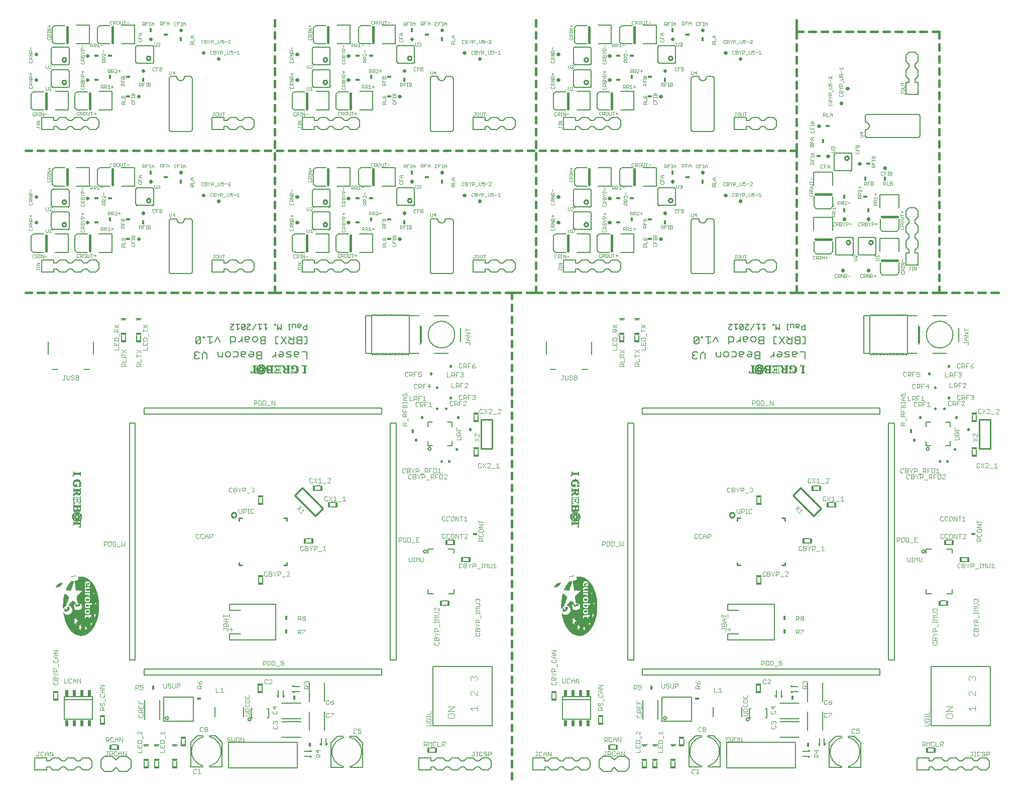
<source format=gto>
G75*
G70*
%OFA0B0*%
%FSLAX24Y24*%
%IPPOS*%
%LPD*%
%AMOC8*
5,1,8,0,0,1.08239X$1,22.5*
%
%ADD10C,0.0030*%
%ADD11C,0.0070*%
%ADD12C,0.0050*%
%ADD13C,0.0020*%
%ADD14C,0.0160*%
%ADD15C,0.0100*%
%ADD16C,0.0080*%
%ADD17R,0.0193X0.0433*%
%ADD18C,0.0060*%
%ADD19R,0.0340X0.0160*%
%ADD20R,0.0160X0.0340*%
%ADD21R,0.0010X0.0010*%
%ADD22R,0.0030X0.0010*%
%ADD23R,0.0020X0.0010*%
%ADD24R,0.0040X0.0010*%
%ADD25R,0.0050X0.0010*%
%ADD26R,0.0170X0.0010*%
%ADD27R,0.0290X0.0010*%
%ADD28R,0.0400X0.0010*%
%ADD29R,0.0310X0.0010*%
%ADD30R,0.0260X0.0010*%
%ADD31R,0.0270X0.0010*%
%ADD32R,0.0180X0.0010*%
%ADD33R,0.0460X0.0010*%
%ADD34R,0.0380X0.0010*%
%ADD35R,0.0100X0.0010*%
%ADD36R,0.0190X0.0010*%
%ADD37R,0.0410X0.0010*%
%ADD38R,0.0160X0.0010*%
%ADD39R,0.0360X0.0010*%
%ADD40R,0.0080X0.0010*%
%ADD41R,0.0440X0.0010*%
%ADD42R,0.0200X0.0010*%
%ADD43R,0.0240X0.0010*%
%ADD44R,0.0450X0.0010*%
%ADD45R,0.0210X0.0010*%
%ADD46R,0.0130X0.0010*%
%ADD47R,0.0140X0.0010*%
%ADD48R,0.0150X0.0010*%
%ADD49R,0.0230X0.0010*%
%ADD50R,0.0060X0.0010*%
%ADD51R,0.0090X0.0010*%
%ADD52R,0.0070X0.0010*%
%ADD53R,0.0220X0.0010*%
%ADD54R,0.0780X0.0010*%
%ADD55R,0.0610X0.0010*%
%ADD56R,0.0250X0.0010*%
%ADD57R,0.0120X0.0010*%
%ADD58R,0.0110X0.0010*%
%ADD59R,0.0320X0.0010*%
%ADD60R,0.0300X0.0010*%
%ADD61R,0.0330X0.0010*%
%ADD62R,0.0370X0.0010*%
%ADD63R,0.0350X0.0010*%
%ADD64R,0.0630X0.0010*%
%ADD65R,0.0430X0.0010*%
%ADD66R,0.0650X0.0010*%
%ADD67R,0.0420X0.0010*%
%ADD68R,0.0340X0.0010*%
%ADD69R,0.0390X0.0010*%
%ADD70R,0.0660X0.0010*%
%ADD71R,0.0680X0.0010*%
%ADD72R,0.0010X0.0060*%
%ADD73R,0.0010X0.0080*%
%ADD74R,0.0010X0.0100*%
%ADD75R,0.0010X0.0110*%
%ADD76R,0.0010X0.0120*%
%ADD77R,0.0010X0.0130*%
%ADD78R,0.0010X0.0140*%
%ADD79R,0.0010X0.0150*%
%ADD80R,0.0010X0.0160*%
%ADD81R,0.0010X0.0170*%
%ADD82R,0.0010X0.0180*%
%ADD83R,0.0010X0.0190*%
%ADD84R,0.0010X0.0090*%
%ADD85R,0.0010X0.0070*%
%ADD86R,0.0010X0.0030*%
%ADD87R,0.0010X0.0250*%
%ADD88R,0.0010X0.0460*%
%ADD89R,0.0010X0.0530*%
%ADD90R,0.0010X0.0590*%
%ADD91R,0.0010X0.0640*%
%ADD92R,0.0010X0.0690*%
%ADD93R,0.0010X0.0730*%
%ADD94R,0.0010X0.0770*%
%ADD95R,0.0010X0.0200*%
%ADD96R,0.0010X0.0800*%
%ADD97R,0.0010X0.0230*%
%ADD98R,0.0010X0.0830*%
%ADD99R,0.0010X0.0270*%
%ADD100R,0.0010X0.0860*%
%ADD101R,0.0010X0.0280*%
%ADD102R,0.0010X0.0890*%
%ADD103R,0.0010X0.0310*%
%ADD104R,0.0010X0.0870*%
%ADD105R,0.0010X0.0330*%
%ADD106R,0.0010X0.0210*%
%ADD107R,0.0010X0.0360*%
%ADD108R,0.0010X0.0840*%
%ADD109R,0.0010X0.0380*%
%ADD110R,0.0010X0.0400*%
%ADD111R,0.0010X0.0810*%
%ADD112R,0.0010X0.0420*%
%ADD113R,0.0010X0.0440*%
%ADD114R,0.0010X0.0740*%
%ADD115R,0.0010X0.0020*%
%ADD116R,0.0010X0.0700*%
%ADD117R,0.0010X0.0490*%
%ADD118R,0.0010X0.0040*%
%ADD119R,0.0010X0.0670*%
%ADD120R,0.0010X0.0510*%
%ADD121R,0.0010X0.0630*%
%ADD122R,0.0010X0.0550*%
%ADD123R,0.0010X0.0560*%
%ADD124R,0.0010X0.0570*%
%ADD125R,0.0010X0.0520*%
%ADD126R,0.0010X0.0600*%
%ADD127R,0.0010X0.0480*%
%ADD128R,0.0010X0.0620*%
%ADD129R,0.0010X0.0450*%
%ADD130R,0.0010X0.0410*%
%ADD131R,0.0010X0.0660*%
%ADD132R,0.0010X0.0680*%
%ADD133R,0.0010X0.0340*%
%ADD134R,0.0010X0.0300*%
%ADD135R,0.0010X0.0720*%
%ADD136R,0.0010X0.0260*%
%ADD137R,0.0010X0.0290*%
%ADD138R,0.0010X0.0750*%
%ADD139R,0.0010X0.0320*%
%ADD140R,0.0010X0.0240*%
%ADD141R,0.0010X0.0220*%
%ADD142R,0.0010X0.0050*%
%ADD143R,0.0010X0.0390*%
%ADD144R,0.0010X0.0900*%
%ADD145R,0.0010X0.0910*%
%ADD146R,0.0010X0.0920*%
%ADD147R,0.0010X0.0950*%
%ADD148R,0.0010X0.0470*%
%ADD149R,0.0010X0.0970*%
%ADD150R,0.0010X0.0990*%
%ADD151R,0.0010X0.1010*%
%ADD152R,0.0010X0.1020*%
%ADD153R,0.0010X0.1050*%
%ADD154R,0.0010X0.1070*%
%ADD155R,0.0010X0.0540*%
%ADD156R,0.0010X0.1090*%
%ADD157R,0.0010X0.1100*%
%ADD158R,0.0010X0.1120*%
%ADD159R,0.0010X0.0580*%
%ADD160R,0.0010X0.1140*%
%ADD161R,0.0010X0.1170*%
%ADD162R,0.0010X0.1200*%
%ADD163R,0.0010X0.0500*%
%ADD164R,0.0010X0.0350*%
%ADD165R,0.0010X0.1220*%
%ADD166R,0.0010X0.0370*%
%ADD167R,0.0010X0.1240*%
%ADD168R,0.0010X0.1270*%
%ADD169R,0.0010X0.0430*%
%ADD170R,0.0010X0.1290*%
%ADD171R,0.0010X0.1320*%
%ADD172R,0.0010X0.1350*%
%ADD173R,0.0010X0.1380*%
%ADD174R,0.0010X0.1410*%
%ADD175R,0.0010X0.2080*%
%ADD176R,0.0010X0.2110*%
%ADD177R,0.0010X0.1520*%
%ADD178R,0.0010X0.1110*%
%ADD179R,0.0010X0.0650*%
%ADD180R,0.0010X0.0610*%
%ADD181R,0.0010X0.0780*%
%ADD182R,0.0010X0.0880*%
%ADD183R,0.0010X0.0930*%
%ADD184R,0.0010X0.0710*%
%ADD185R,0.0010X0.0940*%
%ADD186R,0.0010X0.1000*%
%ADD187R,0.0010X0.1030*%
%ADD188R,0.0010X0.1060*%
%ADD189R,0.0010X0.1040*%
%ADD190R,0.0010X0.0980*%
%ADD191R,0.0010X0.0760*%
%ADD192R,0.0010X0.1150*%
%ADD193R,0.0010X0.1160*%
%ADD194R,0.0010X0.0820*%
%ADD195R,0.0010X0.1180*%
%ADD196R,0.0010X0.1210*%
%ADD197R,0.0010X0.1260*%
%ADD198R,0.0010X0.2390*%
%ADD199R,0.0010X0.2410*%
%ADD200R,0.0010X0.3930*%
%ADD201R,0.0010X0.3920*%
%ADD202R,0.0010X0.3910*%
%ADD203R,0.0010X0.3900*%
%ADD204R,0.0010X0.3890*%
%ADD205R,0.0010X0.3880*%
%ADD206R,0.0010X0.3480*%
%ADD207R,0.0010X0.1470*%
%ADD208R,0.0010X0.1130*%
%ADD209R,0.0010X0.1080*%
%ADD210R,0.0010X0.0960*%
%ADD211R,0.0010X0.1460*%
%ADD212R,0.0010X0.1450*%
%ADD213R,0.0010X0.1440*%
%ADD214R,0.0010X0.1430*%
%ADD215R,0.0010X0.1420*%
%ADD216R,0.0010X0.1390*%
%ADD217R,0.0010X0.1370*%
%ADD218R,0.0010X0.1360*%
%ADD219R,0.0010X0.2550*%
%ADD220R,0.0010X0.2710*%
%ADD221R,0.0010X0.2720*%
%ADD222R,0.0010X0.2290*%
%ADD223R,0.0010X0.2280*%
%ADD224R,0.0010X0.2260*%
%ADD225R,0.0010X0.2250*%
%ADD226R,0.0010X0.2170*%
%ADD227R,0.0010X0.2160*%
%ADD228R,0.0010X0.1400*%
%ADD229R,0.0010X0.1770*%
%ADD230R,0.0010X0.0850*%
%ADD231R,0.0010X0.0790*%
%ADD232R,0.0010X0.1900*%
%ADD233R,0.0010X0.1840*%
%ADD234R,0.0010X0.1780*%
%ADD235R,0.0010X0.1710*%
%ADD236R,0.0010X0.1640*%
%ADD237R,0.0010X0.1570*%
%ADD238R,0.0010X0.1490*%
%ADD239R,0.0160X0.0280*%
%ADD240R,0.0180X0.0300*%
%ADD241R,0.0300X0.0180*%
%ADD242C,0.0040*%
%ADD243C,0.0010*%
%ADD244C,0.0220*%
%ADD245C,0.0157*%
D10*
X000943Y001695D02*
X000992Y001695D01*
X001040Y001743D01*
X001040Y001985D01*
X000992Y001985D02*
X001088Y001985D01*
X001190Y001937D02*
X001190Y001743D01*
X001238Y001695D01*
X001335Y001695D01*
X001383Y001743D01*
X001484Y001695D02*
X001484Y001888D01*
X001581Y001985D01*
X001678Y001888D01*
X001678Y001695D01*
X001779Y001695D02*
X001779Y001985D01*
X001972Y001695D01*
X001972Y001985D01*
X001678Y001840D02*
X001484Y001840D01*
X001383Y001937D02*
X001335Y001985D01*
X001238Y001985D01*
X001190Y001937D01*
X000943Y001695D02*
X000895Y001743D01*
X005125Y004730D02*
X005125Y004875D01*
X005173Y004924D01*
X005270Y004924D01*
X005318Y004875D01*
X005318Y004730D01*
X005318Y004827D02*
X005415Y004924D01*
X005367Y005025D02*
X005415Y005073D01*
X005415Y005170D01*
X005367Y005218D01*
X005318Y005218D01*
X005270Y005170D01*
X005270Y005073D01*
X005222Y005025D01*
X005173Y005025D01*
X005125Y005073D01*
X005125Y005170D01*
X005173Y005218D01*
X005463Y005319D02*
X005463Y005513D01*
X005367Y005614D02*
X005173Y005614D01*
X005125Y005662D01*
X005125Y005759D01*
X005173Y005807D01*
X005222Y005909D02*
X005125Y006005D01*
X005222Y006102D01*
X005415Y006102D01*
X005415Y006203D02*
X005125Y006203D01*
X005415Y006397D01*
X005125Y006397D01*
X005270Y006102D02*
X005270Y005909D01*
X005222Y005909D02*
X005415Y005909D01*
X005367Y005807D02*
X005415Y005759D01*
X005415Y005662D01*
X005367Y005614D01*
X005415Y004730D02*
X005125Y004730D01*
X003822Y006545D02*
X003822Y006835D01*
X003629Y006835D02*
X003822Y006545D01*
X003629Y006545D02*
X003629Y006835D01*
X003528Y006738D02*
X003528Y006545D01*
X003528Y006690D02*
X003334Y006690D01*
X003334Y006738D02*
X003431Y006835D01*
X003528Y006738D01*
X003334Y006738D02*
X003334Y006545D01*
X003233Y006593D02*
X003185Y006545D01*
X003088Y006545D01*
X003040Y006593D01*
X003040Y006787D01*
X003088Y006835D01*
X003185Y006835D01*
X003233Y006787D01*
X002938Y006835D02*
X002938Y006593D01*
X002890Y006545D01*
X002793Y006545D01*
X002745Y006593D01*
X002745Y006835D01*
X002315Y006870D02*
X002315Y006725D01*
X002025Y006725D01*
X002025Y006870D01*
X002073Y006918D01*
X002122Y006918D01*
X002170Y006870D01*
X002170Y006725D01*
X002267Y006624D02*
X002315Y006575D01*
X002315Y006478D01*
X002267Y006430D01*
X002073Y006430D01*
X002025Y006478D01*
X002025Y006575D01*
X002073Y006624D01*
X002170Y006870D02*
X002218Y006918D01*
X002267Y006918D01*
X002315Y006870D01*
X002315Y007116D02*
X002170Y007116D01*
X002073Y007213D01*
X002025Y007213D01*
X002025Y007314D02*
X002025Y007459D01*
X002073Y007507D01*
X002170Y007507D01*
X002218Y007459D01*
X002218Y007314D01*
X002315Y007314D02*
X002025Y007314D01*
X002170Y007116D02*
X002073Y007019D01*
X002025Y007019D01*
X002363Y007609D02*
X002363Y007802D01*
X002267Y007903D02*
X002315Y007952D01*
X002315Y008048D01*
X002267Y008097D01*
X002315Y008198D02*
X002122Y008198D01*
X002025Y008295D01*
X002122Y008391D01*
X002315Y008391D01*
X002315Y008493D02*
X002025Y008493D01*
X002315Y008686D01*
X002025Y008686D01*
X002170Y008391D02*
X002170Y008198D01*
X002073Y008097D02*
X002025Y008048D01*
X002025Y007952D01*
X002073Y007903D01*
X002267Y007903D01*
X007482Y006409D02*
X007627Y006409D01*
X007675Y006360D01*
X007675Y006263D01*
X007627Y006215D01*
X007482Y006215D01*
X007578Y006215D02*
X007675Y006118D01*
X007776Y006167D02*
X007825Y006118D01*
X007921Y006118D01*
X007970Y006167D01*
X007970Y006263D01*
X007921Y006312D01*
X007873Y006312D01*
X007776Y006263D01*
X007776Y006409D01*
X007970Y006409D01*
X007482Y006409D02*
X007482Y006118D01*
X007678Y005357D02*
X007678Y005164D01*
X007968Y005164D01*
X007968Y005063D02*
X007968Y004869D01*
X007678Y004869D01*
X007678Y005063D01*
X007823Y004966D02*
X007823Y004869D01*
X007823Y004768D02*
X007871Y004720D01*
X007871Y004575D01*
X007871Y004671D02*
X007968Y004768D01*
X007823Y004768D02*
X007726Y004768D01*
X007678Y004720D01*
X007678Y004575D01*
X007968Y004575D01*
X007920Y004474D02*
X007968Y004425D01*
X007968Y004328D01*
X007920Y004280D01*
X007726Y004280D01*
X007678Y004328D01*
X007678Y004425D01*
X007726Y004474D01*
X007823Y005164D02*
X007823Y005261D01*
X009326Y006265D02*
X009375Y006216D01*
X009472Y006216D01*
X009520Y006265D01*
X009520Y006507D01*
X009621Y006458D02*
X009621Y006410D01*
X009670Y006361D01*
X009766Y006361D01*
X009815Y006313D01*
X009815Y006265D01*
X009766Y006216D01*
X009670Y006216D01*
X009621Y006265D01*
X009621Y006458D02*
X009670Y006507D01*
X009766Y006507D01*
X009815Y006458D01*
X009916Y006507D02*
X009916Y006265D01*
X009964Y006216D01*
X010061Y006216D01*
X010109Y006265D01*
X010109Y006507D01*
X010210Y006507D02*
X010356Y006507D01*
X010404Y006458D01*
X010404Y006361D01*
X010356Y006313D01*
X010210Y006313D01*
X010210Y006216D02*
X010210Y006507D01*
X009326Y006507D02*
X009326Y006265D01*
X011574Y006321D02*
X011622Y006369D01*
X011719Y006369D01*
X011767Y006321D01*
X011767Y006176D01*
X011767Y006272D02*
X011864Y006369D01*
X011816Y006470D02*
X011864Y006519D01*
X011864Y006615D01*
X011816Y006664D01*
X011767Y006664D01*
X011719Y006615D01*
X011719Y006470D01*
X011816Y006470D01*
X011719Y006470D02*
X011622Y006567D01*
X011574Y006664D01*
X011574Y006321D02*
X011574Y006176D01*
X011864Y006176D01*
X012818Y006218D02*
X012818Y005928D01*
X013011Y005928D01*
X013112Y005928D02*
X013306Y005928D01*
X013209Y005928D02*
X013209Y006218D01*
X013112Y006122D01*
X014734Y005688D02*
X014734Y005591D01*
X014782Y005543D01*
X014976Y005543D01*
X015024Y005591D01*
X015024Y005688D01*
X014976Y005736D01*
X014782Y005736D02*
X014734Y005688D01*
X014782Y005442D02*
X014734Y005393D01*
X014734Y005248D01*
X015024Y005248D01*
X015024Y005393D01*
X014976Y005442D01*
X014782Y005442D01*
X014782Y005147D02*
X014734Y005099D01*
X014734Y005002D01*
X014782Y004954D01*
X014976Y004954D01*
X015024Y005002D01*
X015024Y005099D01*
X014976Y005147D01*
X014976Y004852D02*
X014782Y004852D01*
X014734Y004804D01*
X014734Y004659D01*
X015024Y004659D01*
X015024Y004804D01*
X014976Y004852D01*
X014976Y004558D02*
X014734Y004558D01*
X014734Y004364D02*
X014976Y004364D01*
X015024Y004413D01*
X015024Y004509D01*
X014976Y004558D01*
X016574Y004564D02*
X016622Y004515D01*
X016816Y004515D01*
X016864Y004564D01*
X016864Y004661D01*
X016816Y004709D01*
X016719Y004810D02*
X016719Y005004D01*
X016574Y004955D02*
X016719Y004810D01*
X016622Y004709D02*
X016574Y004661D01*
X016574Y004564D01*
X016574Y004955D02*
X016864Y004955D01*
X016847Y004004D02*
X016896Y003955D01*
X016896Y003858D01*
X016847Y003810D01*
X016847Y003709D02*
X016896Y003661D01*
X016896Y003564D01*
X016847Y003515D01*
X016654Y003515D01*
X016605Y003564D01*
X016605Y003661D01*
X016654Y003709D01*
X016654Y003810D02*
X016605Y003858D01*
X016605Y003955D01*
X016654Y004004D01*
X016702Y004004D01*
X016751Y003955D01*
X016799Y004004D01*
X016847Y004004D01*
X016751Y003955D02*
X016751Y003907D01*
X014647Y002937D02*
X014647Y002647D01*
X014454Y002937D01*
X014454Y002647D01*
X014353Y002695D02*
X014353Y002889D01*
X014304Y002937D01*
X014207Y002937D01*
X014159Y002889D01*
X014159Y002695D01*
X014207Y002647D01*
X014304Y002647D01*
X014353Y002695D01*
X014058Y002647D02*
X014058Y002937D01*
X013864Y002937D02*
X013864Y002647D01*
X013961Y002744D01*
X014058Y002647D01*
X013763Y002695D02*
X013715Y002647D01*
X013618Y002647D01*
X013570Y002695D01*
X013618Y002792D02*
X013715Y002792D01*
X013763Y002744D01*
X013763Y002695D01*
X013618Y002792D02*
X013570Y002840D01*
X013570Y002889D01*
X013618Y002937D01*
X013715Y002937D01*
X013763Y002889D01*
X012249Y003369D02*
X012201Y003321D01*
X012104Y003321D01*
X012055Y003369D01*
X012055Y003417D01*
X012104Y003466D01*
X012201Y003466D01*
X012249Y003417D01*
X012249Y003369D01*
X012201Y003466D02*
X012249Y003514D01*
X012249Y003562D01*
X012201Y003611D01*
X012104Y003611D01*
X012055Y003562D01*
X012055Y003514D01*
X012104Y003466D01*
X011954Y003562D02*
X011906Y003611D01*
X011809Y003611D01*
X011761Y003562D01*
X011761Y003369D01*
X011809Y003321D01*
X011906Y003321D01*
X011954Y003369D01*
X009438Y003022D02*
X009438Y002829D01*
X009342Y002728D02*
X009148Y002728D01*
X009100Y002679D01*
X009100Y002534D01*
X009390Y002534D01*
X009390Y002679D01*
X009342Y002728D01*
X009390Y002433D02*
X009390Y002240D01*
X009100Y002240D01*
X009100Y002433D01*
X009245Y002336D02*
X009245Y002240D01*
X009390Y002138D02*
X009390Y001945D01*
X009100Y001945D01*
X007890Y001945D02*
X007890Y002138D01*
X007890Y002240D02*
X007890Y002433D01*
X007890Y002534D02*
X007890Y002679D01*
X007842Y002728D01*
X007648Y002728D01*
X007600Y002679D01*
X007600Y002534D01*
X007890Y002534D01*
X007745Y002336D02*
X007745Y002240D01*
X007600Y002240D02*
X007890Y002240D01*
X007600Y002240D02*
X007600Y002433D01*
X007600Y001945D02*
X007890Y001945D01*
X007938Y002829D02*
X007938Y003022D01*
X007890Y003124D02*
X007697Y003317D01*
X007648Y003317D01*
X007600Y003269D01*
X007600Y003172D01*
X007648Y003124D01*
X007890Y003124D02*
X007890Y003317D01*
X009100Y003220D02*
X009390Y003220D01*
X009390Y003124D02*
X009390Y003317D01*
X009197Y003124D02*
X009100Y003220D01*
X006607Y002935D02*
X006607Y002645D01*
X006414Y002935D01*
X006414Y002645D01*
X006313Y002645D02*
X006313Y002838D01*
X006216Y002935D01*
X006119Y002838D01*
X006119Y002645D01*
X006018Y002693D02*
X005970Y002645D01*
X005873Y002645D01*
X005825Y002693D01*
X005825Y002887D01*
X005873Y002935D01*
X005970Y002935D01*
X006018Y002887D01*
X006119Y002790D02*
X006313Y002790D01*
X005724Y002790D02*
X005675Y002742D01*
X005530Y002742D01*
X005627Y002742D02*
X005724Y002645D01*
X005724Y002790D02*
X005724Y002887D01*
X005675Y002935D01*
X005530Y002935D01*
X005530Y002645D01*
X005562Y002005D02*
X005658Y002005D01*
X005610Y002005D02*
X005610Y001763D01*
X005562Y001715D01*
X005513Y001715D01*
X005465Y001763D01*
X005760Y001715D02*
X005760Y002005D01*
X005905Y002005D01*
X005953Y001957D01*
X005953Y001860D01*
X005905Y001812D01*
X005760Y001812D01*
X006054Y001763D02*
X006103Y001715D01*
X006199Y001715D01*
X006248Y001763D01*
X006349Y001715D02*
X006349Y001908D01*
X006446Y002005D01*
X006542Y001908D01*
X006542Y001715D01*
X006644Y001715D02*
X006644Y002005D01*
X006837Y001715D01*
X006837Y002005D01*
X006542Y001860D02*
X006349Y001860D01*
X006248Y001957D02*
X006199Y002005D01*
X006103Y002005D01*
X006054Y001957D01*
X006054Y001763D01*
X011320Y000776D02*
X011320Y000582D01*
X011368Y000534D01*
X011465Y000534D01*
X011513Y000582D01*
X011615Y000534D02*
X011808Y000534D01*
X011711Y000534D02*
X011711Y000824D01*
X011615Y000728D01*
X011513Y000776D02*
X011465Y000824D01*
X011368Y000824D01*
X011320Y000776D01*
X016088Y006486D02*
X016185Y006486D01*
X016233Y006534D01*
X016334Y006486D02*
X016528Y006679D01*
X016528Y006728D01*
X016479Y006776D01*
X016383Y006776D01*
X016334Y006728D01*
X016233Y006728D02*
X016185Y006776D01*
X016088Y006776D01*
X016039Y006728D01*
X016039Y006534D01*
X016088Y006486D01*
X016334Y006486D02*
X016528Y006486D01*
X016825Y007673D02*
X017019Y007673D01*
X017120Y007769D02*
X017168Y007721D01*
X017265Y007721D01*
X017314Y007769D01*
X017314Y007818D01*
X017265Y007866D01*
X017168Y007866D01*
X017120Y007914D01*
X017120Y007963D01*
X017168Y008011D01*
X017265Y008011D01*
X017314Y007963D01*
X016724Y007963D02*
X016676Y008011D01*
X016531Y008011D01*
X016531Y007721D01*
X016676Y007721D01*
X016724Y007769D01*
X016724Y007963D01*
X016430Y007963D02*
X016381Y008011D01*
X016236Y008011D01*
X016236Y007721D01*
X016381Y007721D01*
X016430Y007769D01*
X016430Y007963D01*
X016135Y007963D02*
X016135Y007866D01*
X016087Y007818D01*
X015941Y007818D01*
X015941Y007721D02*
X015941Y008011D01*
X016087Y008011D01*
X016135Y007963D01*
X018245Y009795D02*
X018245Y010085D01*
X018390Y010085D01*
X018438Y010037D01*
X018438Y009940D01*
X018390Y009892D01*
X018245Y009892D01*
X018342Y009892D02*
X018438Y009795D01*
X018540Y009795D02*
X018540Y009843D01*
X018733Y010037D01*
X018733Y010085D01*
X018540Y010085D01*
X018588Y010695D02*
X018540Y010743D01*
X018540Y010792D01*
X018588Y010840D01*
X018685Y010840D01*
X018733Y010792D01*
X018733Y010743D01*
X018685Y010695D01*
X018588Y010695D01*
X018588Y010840D02*
X018540Y010888D01*
X018540Y010937D01*
X018588Y010985D01*
X018685Y010985D01*
X018733Y010937D01*
X018733Y010888D01*
X018685Y010840D01*
X018438Y010840D02*
X018390Y010792D01*
X018245Y010792D01*
X018342Y010792D02*
X018438Y010695D01*
X018438Y010840D02*
X018438Y010937D01*
X018390Y010985D01*
X018245Y010985D01*
X018245Y010695D01*
X017697Y013645D02*
X017503Y013645D01*
X017697Y013838D01*
X017697Y013887D01*
X017648Y013935D01*
X017552Y013935D01*
X017503Y013887D01*
X017402Y013597D02*
X017209Y013597D01*
X017059Y013742D02*
X016914Y013742D01*
X016914Y013645D02*
X016914Y013935D01*
X017059Y013935D01*
X017107Y013887D01*
X017107Y013790D01*
X017059Y013742D01*
X016813Y013887D02*
X016813Y013935D01*
X016813Y013887D02*
X016716Y013790D01*
X016716Y013645D01*
X016716Y013790D02*
X016619Y013887D01*
X016619Y013935D01*
X016518Y013887D02*
X016518Y013838D01*
X016470Y013790D01*
X016325Y013790D01*
X016224Y013693D02*
X016175Y013645D01*
X016078Y013645D01*
X016030Y013693D01*
X016030Y013887D01*
X016078Y013935D01*
X016175Y013935D01*
X016224Y013887D01*
X016325Y013935D02*
X016470Y013935D01*
X016518Y013887D01*
X016470Y013790D02*
X016518Y013742D01*
X016518Y013693D01*
X016470Y013645D01*
X016325Y013645D01*
X016325Y013935D01*
X018430Y015393D02*
X018478Y015345D01*
X018575Y015345D01*
X018624Y015393D01*
X018725Y015345D02*
X018870Y015345D01*
X018918Y015393D01*
X018918Y015442D01*
X018870Y015490D01*
X018725Y015490D01*
X018624Y015587D02*
X018575Y015635D01*
X018478Y015635D01*
X018430Y015587D01*
X018430Y015393D01*
X018725Y015345D02*
X018725Y015635D01*
X018870Y015635D01*
X018918Y015587D01*
X018918Y015538D01*
X018870Y015490D01*
X019019Y015587D02*
X019116Y015490D01*
X019116Y015345D01*
X019116Y015490D02*
X019213Y015587D01*
X019213Y015635D01*
X019314Y015635D02*
X019459Y015635D01*
X019507Y015587D01*
X019507Y015490D01*
X019459Y015442D01*
X019314Y015442D01*
X019314Y015345D02*
X019314Y015635D01*
X019019Y015635D02*
X019019Y015587D01*
X019609Y015297D02*
X019802Y015297D01*
X019903Y015345D02*
X020097Y015345D01*
X020000Y015345D02*
X020000Y015635D01*
X019903Y015538D01*
X018521Y017772D02*
X018384Y017909D01*
X018453Y017841D02*
X018658Y018046D01*
X018521Y018046D01*
X018518Y018186D02*
X018176Y018118D01*
X018313Y017981D02*
X018381Y018323D01*
X020030Y018693D02*
X020078Y018645D01*
X020175Y018645D01*
X020224Y018693D01*
X020325Y018645D02*
X020518Y018935D01*
X020619Y018838D02*
X020716Y018935D01*
X020716Y018645D01*
X020619Y018645D02*
X020813Y018645D01*
X020914Y018597D02*
X021107Y018597D01*
X021209Y018645D02*
X021402Y018645D01*
X021305Y018645D02*
X021305Y018935D01*
X021209Y018838D01*
X020518Y018645D02*
X020325Y018935D01*
X020224Y018887D02*
X020175Y018935D01*
X020078Y018935D01*
X020030Y018887D01*
X020030Y018693D01*
X020107Y019797D02*
X019914Y019797D01*
X019813Y019845D02*
X019619Y019845D01*
X019716Y019845D02*
X019716Y020135D01*
X019619Y020038D01*
X019518Y020135D02*
X019325Y019845D01*
X019224Y019893D02*
X019175Y019845D01*
X019078Y019845D01*
X019030Y019893D01*
X019030Y020087D01*
X019078Y020135D01*
X019175Y020135D01*
X019224Y020087D01*
X019325Y020135D02*
X019518Y019845D01*
X020209Y019845D02*
X020402Y020038D01*
X020402Y020087D01*
X020354Y020135D01*
X020257Y020135D01*
X020209Y020087D01*
X020209Y019845D02*
X020402Y019845D01*
X025193Y020548D02*
X025242Y020500D01*
X025338Y020500D01*
X025387Y020548D01*
X025488Y020500D02*
X025633Y020500D01*
X025681Y020548D01*
X025681Y020597D01*
X025633Y020645D01*
X025488Y020645D01*
X025387Y020742D02*
X025338Y020790D01*
X025242Y020790D01*
X025193Y020742D01*
X025193Y020548D01*
X025488Y020500D02*
X025488Y020790D01*
X025633Y020790D01*
X025681Y020742D01*
X025681Y020693D01*
X025633Y020645D01*
X025782Y020742D02*
X025879Y020645D01*
X025879Y020500D01*
X025888Y020390D02*
X026033Y020390D01*
X026081Y020342D01*
X026081Y020293D01*
X026033Y020245D01*
X025888Y020245D01*
X025787Y020148D02*
X025738Y020100D01*
X025642Y020100D01*
X025593Y020148D01*
X025593Y020342D01*
X025642Y020390D01*
X025738Y020390D01*
X025787Y020342D01*
X025888Y020390D02*
X025888Y020100D01*
X026033Y020100D01*
X026081Y020148D01*
X026081Y020197D01*
X026033Y020245D01*
X026182Y020342D02*
X026279Y020245D01*
X026279Y020100D01*
X026279Y020245D02*
X026376Y020342D01*
X026376Y020390D01*
X026372Y020452D02*
X026565Y020452D01*
X026622Y020390D02*
X026671Y020342D01*
X026671Y020245D01*
X026622Y020197D01*
X026477Y020197D01*
X026477Y020100D02*
X026477Y020390D01*
X026622Y020390D01*
X026666Y020500D02*
X026666Y020790D01*
X026812Y020790D01*
X026860Y020742D01*
X026860Y020645D01*
X026812Y020597D01*
X026666Y020597D01*
X026763Y020597D02*
X026860Y020500D01*
X026961Y020500D02*
X026961Y020790D01*
X027155Y020790D01*
X027256Y020790D02*
X027401Y020790D01*
X027449Y020742D01*
X027449Y020548D01*
X027401Y020500D01*
X027256Y020500D01*
X027256Y020790D01*
X027058Y020645D02*
X026961Y020645D01*
X027066Y020390D02*
X027212Y020390D01*
X027260Y020342D01*
X027260Y020245D01*
X027212Y020197D01*
X027066Y020197D01*
X027066Y020100D02*
X027066Y020390D01*
X027163Y020197D02*
X027260Y020100D01*
X027361Y020100D02*
X027361Y020390D01*
X027555Y020390D01*
X027656Y020390D02*
X027801Y020390D01*
X027849Y020342D01*
X027849Y020148D01*
X027801Y020100D01*
X027656Y020100D01*
X027656Y020390D01*
X027647Y020500D02*
X027647Y020790D01*
X027550Y020693D01*
X027550Y020500D02*
X027744Y020500D01*
X027950Y020342D02*
X027999Y020390D01*
X028095Y020390D01*
X028144Y020342D01*
X028144Y020293D01*
X027950Y020100D01*
X028144Y020100D01*
X027458Y020245D02*
X027361Y020245D01*
X026965Y020052D02*
X026772Y020052D01*
X026182Y020342D02*
X026182Y020390D01*
X026077Y020500D02*
X026077Y020790D01*
X026222Y020790D01*
X026271Y020742D01*
X026271Y020645D01*
X026222Y020597D01*
X026077Y020597D01*
X025976Y020742D02*
X025976Y020790D01*
X025976Y020742D02*
X025879Y020645D01*
X025782Y020742D02*
X025782Y020790D01*
X028792Y022708D02*
X029034Y022708D01*
X029082Y022756D01*
X029082Y022853D01*
X029034Y022901D01*
X028792Y022901D01*
X028792Y023002D02*
X028792Y023147D01*
X028840Y023196D01*
X028937Y023196D01*
X028986Y023147D01*
X028986Y023002D01*
X029082Y023002D02*
X028792Y023002D01*
X028986Y023099D02*
X029082Y023196D01*
X029082Y023297D02*
X028792Y023297D01*
X028792Y023490D01*
X028937Y023394D02*
X028937Y023297D01*
X029984Y023054D02*
X029984Y022957D01*
X030033Y022909D01*
X029984Y022807D02*
X030274Y022614D01*
X030274Y022807D02*
X029984Y022614D01*
X030274Y022909D02*
X030081Y023102D01*
X030033Y023102D01*
X029984Y023054D01*
X030274Y023102D02*
X030274Y022909D01*
X030378Y024445D02*
X030475Y024445D01*
X030524Y024493D01*
X030625Y024445D02*
X030818Y024735D01*
X030919Y024687D02*
X030968Y024735D01*
X031064Y024735D01*
X031113Y024687D01*
X031113Y024638D01*
X030919Y024445D01*
X031113Y024445D01*
X031214Y024397D02*
X031407Y024397D01*
X031509Y024445D02*
X031702Y024638D01*
X031702Y024687D01*
X031654Y024735D01*
X031557Y024735D01*
X031509Y024687D01*
X031509Y024445D02*
X031702Y024445D01*
X030818Y024445D02*
X030625Y024735D01*
X030524Y024687D02*
X030475Y024735D01*
X030378Y024735D01*
X030330Y024687D01*
X030330Y024493D01*
X030378Y024445D01*
X029974Y025370D02*
X029877Y025370D01*
X029829Y025418D01*
X029926Y025515D02*
X029974Y025515D01*
X030022Y025467D01*
X030022Y025418D01*
X029974Y025370D01*
X029974Y025515D02*
X030022Y025563D01*
X030022Y025612D01*
X029974Y025660D01*
X029877Y025660D01*
X029829Y025612D01*
X029728Y025660D02*
X029534Y025660D01*
X029534Y025370D01*
X029433Y025370D02*
X029336Y025467D01*
X029385Y025467D02*
X029240Y025467D01*
X029240Y025370D02*
X029240Y025660D01*
X029385Y025660D01*
X029433Y025612D01*
X029433Y025515D01*
X029385Y025467D01*
X029534Y025515D02*
X029631Y025515D01*
X029374Y025260D02*
X029277Y025260D01*
X029229Y025212D01*
X029128Y025260D02*
X028934Y025260D01*
X028934Y024970D01*
X028833Y024970D02*
X028736Y025067D01*
X028785Y025067D02*
X028640Y025067D01*
X028640Y024970D02*
X028640Y025260D01*
X028785Y025260D01*
X028833Y025212D01*
X028833Y025115D01*
X028785Y025067D01*
X028934Y025115D02*
X029031Y025115D01*
X029229Y024970D02*
X029422Y025163D01*
X029422Y025212D01*
X029374Y025260D01*
X029138Y025418D02*
X029090Y025370D01*
X028993Y025370D01*
X028945Y025418D01*
X028945Y025612D01*
X028993Y025660D01*
X029090Y025660D01*
X029138Y025612D01*
X029034Y026170D02*
X029034Y026460D01*
X029228Y026460D01*
X029329Y026412D02*
X029377Y026460D01*
X029474Y026460D01*
X029522Y026412D01*
X029522Y026363D01*
X029329Y026170D01*
X029522Y026170D01*
X029131Y026315D02*
X029034Y026315D01*
X028933Y026315D02*
X028885Y026267D01*
X028740Y026267D01*
X028836Y026267D02*
X028933Y026170D01*
X028933Y026315D02*
X028933Y026412D01*
X028885Y026460D01*
X028740Y026460D01*
X028740Y026170D01*
X028638Y026170D02*
X028445Y026170D01*
X028445Y026460D01*
X028440Y026870D02*
X028440Y027160D01*
X028585Y027160D01*
X028633Y027112D01*
X028633Y027015D01*
X028585Y026967D01*
X028440Y026967D01*
X028536Y026967D02*
X028633Y026870D01*
X028734Y026870D02*
X028734Y027160D01*
X028928Y027160D01*
X029029Y027112D02*
X029077Y027160D01*
X029174Y027160D01*
X029222Y027112D01*
X029222Y027063D01*
X029174Y027015D01*
X029222Y026967D01*
X029222Y026918D01*
X029174Y026870D01*
X029077Y026870D01*
X029029Y026918D01*
X029126Y027015D02*
X029174Y027015D01*
X028831Y027015D02*
X028734Y027015D01*
X028338Y026870D02*
X028145Y026870D01*
X028145Y027160D01*
X028945Y027518D02*
X028993Y027470D01*
X029090Y027470D01*
X029138Y027518D01*
X029240Y027470D02*
X029240Y027760D01*
X029385Y027760D01*
X029433Y027712D01*
X029433Y027615D01*
X029385Y027567D01*
X029240Y027567D01*
X029336Y027567D02*
X029433Y027470D01*
X029534Y027470D02*
X029534Y027760D01*
X029728Y027760D01*
X029631Y027615D02*
X029534Y027615D01*
X029829Y027615D02*
X029974Y027615D01*
X030022Y027567D01*
X030022Y027518D01*
X029974Y027470D01*
X029877Y027470D01*
X029829Y027518D01*
X029829Y027615D01*
X029926Y027712D01*
X030022Y027760D01*
X029138Y027712D02*
X029090Y027760D01*
X028993Y027760D01*
X028945Y027712D01*
X028945Y027518D01*
X029637Y029018D02*
X029685Y029067D01*
X029685Y029115D01*
X029637Y029163D01*
X029395Y029163D01*
X029395Y029115D02*
X029395Y029212D01*
X029492Y029313D02*
X029395Y029410D01*
X029492Y029507D01*
X029685Y029507D01*
X029685Y029608D02*
X029395Y029608D01*
X029685Y029801D01*
X029395Y029801D01*
X029395Y029902D02*
X029395Y030096D01*
X029395Y029999D02*
X029685Y029999D01*
X029540Y029507D02*
X029540Y029313D01*
X029492Y029313D02*
X029685Y029313D01*
X026444Y027190D02*
X026250Y027190D01*
X026250Y027045D01*
X026347Y027093D01*
X026395Y027093D01*
X026444Y027045D01*
X026444Y026948D01*
X026395Y026900D01*
X026299Y026900D01*
X026250Y026948D01*
X026052Y027045D02*
X025956Y027045D01*
X025855Y027045D02*
X025806Y026997D01*
X025661Y026997D01*
X025758Y026997D02*
X025855Y026900D01*
X025956Y026900D02*
X025956Y027190D01*
X026149Y027190D01*
X025855Y027142D02*
X025855Y027045D01*
X025855Y027142D02*
X025806Y027190D01*
X025661Y027190D01*
X025661Y026900D01*
X025560Y026948D02*
X025512Y026900D01*
X025415Y026900D01*
X025366Y026948D01*
X025366Y027142D01*
X025415Y027190D01*
X025512Y027190D01*
X025560Y027142D01*
X026015Y026390D02*
X025966Y026342D01*
X025966Y026148D01*
X026015Y026100D01*
X026112Y026100D01*
X026160Y026148D01*
X026261Y026100D02*
X026261Y026390D01*
X026406Y026390D01*
X026455Y026342D01*
X026455Y026245D01*
X026406Y026197D01*
X026261Y026197D01*
X026358Y026197D02*
X026455Y026100D01*
X026556Y026100D02*
X026556Y026390D01*
X026749Y026390D01*
X026652Y026245D02*
X026556Y026245D01*
X026850Y026245D02*
X027044Y026245D01*
X026995Y026100D02*
X026995Y026390D01*
X026850Y026245D01*
X026647Y025590D02*
X026647Y025300D01*
X026550Y025300D02*
X026744Y025300D01*
X026656Y025190D02*
X026849Y025190D01*
X026950Y025093D02*
X027047Y025190D01*
X027047Y024900D01*
X026950Y024900D02*
X027144Y024900D01*
X026752Y025045D02*
X026656Y025045D01*
X026555Y025045D02*
X026506Y024997D01*
X026361Y024997D01*
X026458Y024997D02*
X026555Y024900D01*
X026656Y024900D02*
X026656Y025190D01*
X026555Y025142D02*
X026555Y025045D01*
X026555Y025142D02*
X026506Y025190D01*
X026361Y025190D01*
X026361Y024900D01*
X026260Y024948D02*
X026212Y024900D01*
X026115Y024900D01*
X026066Y024948D01*
X026066Y025142D01*
X026115Y025190D01*
X026212Y025190D01*
X026260Y025142D01*
X026256Y025300D02*
X026256Y025590D01*
X026449Y025590D01*
X026550Y025493D02*
X026647Y025590D01*
X026352Y025445D02*
X026256Y025445D01*
X026155Y025445D02*
X026106Y025397D01*
X025961Y025397D01*
X026058Y025397D02*
X026155Y025300D01*
X026155Y025445D02*
X026155Y025542D01*
X026106Y025590D01*
X025961Y025590D01*
X025961Y025300D01*
X025860Y025300D02*
X025666Y025300D01*
X025666Y025590D01*
X025490Y025658D02*
X025442Y025609D01*
X025490Y025658D02*
X025490Y025754D01*
X025442Y025803D01*
X025393Y025803D01*
X025345Y025754D01*
X025345Y025658D01*
X025297Y025609D01*
X025248Y025609D01*
X025200Y025658D01*
X025200Y025754D01*
X025248Y025803D01*
X025297Y025508D02*
X025490Y025508D01*
X025345Y025508D02*
X025345Y025315D01*
X025297Y025315D02*
X025200Y025411D01*
X025297Y025508D01*
X025297Y025315D02*
X025490Y025315D01*
X025490Y025215D02*
X025490Y025118D01*
X025490Y025167D02*
X025200Y025167D01*
X025200Y025215D02*
X025200Y025118D01*
X025248Y025017D02*
X025297Y025017D01*
X025345Y024969D01*
X025345Y024824D01*
X025345Y024969D02*
X025393Y025017D01*
X025442Y025017D01*
X025490Y024969D01*
X025490Y024824D01*
X025200Y024824D01*
X025200Y024969D01*
X025248Y025017D01*
X025200Y024722D02*
X025200Y024529D01*
X025490Y024529D01*
X025490Y024428D02*
X025393Y024331D01*
X025393Y024379D02*
X025393Y024234D01*
X025490Y024234D02*
X025200Y024234D01*
X025200Y024379D01*
X025248Y024428D01*
X025345Y024428D01*
X025393Y024379D01*
X025345Y024529D02*
X025345Y024626D01*
X025538Y024133D02*
X025538Y023940D01*
X025490Y023838D02*
X025393Y023742D01*
X025393Y023790D02*
X025393Y023645D01*
X025490Y023645D02*
X025200Y023645D01*
X025200Y023790D01*
X025248Y023838D01*
X025345Y023838D01*
X025393Y023790D01*
X026160Y026342D02*
X026112Y026390D01*
X026015Y026390D01*
X028345Y025212D02*
X028345Y025018D01*
X028393Y024970D01*
X028490Y024970D01*
X028538Y025018D01*
X028538Y025212D02*
X028490Y025260D01*
X028393Y025260D01*
X028345Y025212D01*
X029229Y024970D02*
X029422Y024970D01*
X030278Y021135D02*
X030230Y021087D01*
X030230Y020893D01*
X030278Y020845D01*
X030375Y020845D01*
X030424Y020893D01*
X030525Y020845D02*
X030718Y021135D01*
X030819Y021087D02*
X030868Y021135D01*
X030964Y021135D01*
X031013Y021087D01*
X031013Y021038D01*
X030819Y020845D01*
X031013Y020845D01*
X031114Y020797D02*
X031307Y020797D01*
X031409Y020845D02*
X031602Y020845D01*
X031505Y020845D02*
X031505Y021135D01*
X031409Y021038D01*
X030718Y020845D02*
X030525Y021135D01*
X030424Y021087D02*
X030375Y021135D01*
X030278Y021135D01*
X029389Y017605D02*
X029389Y017315D01*
X029293Y017315D02*
X029486Y017315D01*
X029293Y017509D02*
X029389Y017605D01*
X029192Y017605D02*
X028998Y017605D01*
X029095Y017605D02*
X029095Y017315D01*
X028897Y017315D02*
X028897Y017605D01*
X028703Y017605D02*
X028897Y017315D01*
X028703Y017315D02*
X028703Y017605D01*
X028602Y017557D02*
X028554Y017605D01*
X028457Y017605D01*
X028409Y017557D01*
X028409Y017363D01*
X028457Y017315D01*
X028554Y017315D01*
X028602Y017363D01*
X028602Y017557D01*
X028308Y017557D02*
X028259Y017605D01*
X028162Y017605D01*
X028114Y017557D01*
X028114Y017363D01*
X028162Y017315D01*
X028259Y017315D01*
X028308Y017363D01*
X028013Y017363D02*
X027965Y017315D01*
X027868Y017315D01*
X027819Y017363D01*
X027819Y017557D01*
X027868Y017605D01*
X027965Y017605D01*
X028013Y017557D01*
X027975Y016435D02*
X027878Y016435D01*
X027830Y016387D01*
X027830Y016193D01*
X027878Y016145D01*
X027975Y016145D01*
X028024Y016193D01*
X028125Y016193D02*
X028125Y016387D01*
X028173Y016435D01*
X028270Y016435D01*
X028318Y016387D01*
X028419Y016387D02*
X028419Y016193D01*
X028468Y016145D01*
X028564Y016145D01*
X028613Y016193D01*
X028613Y016387D01*
X028564Y016435D01*
X028468Y016435D01*
X028419Y016387D01*
X028318Y016193D02*
X028270Y016145D01*
X028173Y016145D01*
X028125Y016193D01*
X028024Y016387D02*
X027975Y016435D01*
X028714Y016435D02*
X028714Y016145D01*
X028907Y016145D02*
X028714Y016435D01*
X028907Y016435D02*
X028907Y016145D01*
X029105Y016145D02*
X029105Y016435D01*
X029009Y016435D02*
X029202Y016435D01*
X029303Y016387D02*
X029352Y016435D01*
X029448Y016435D01*
X029497Y016387D01*
X029497Y016338D01*
X029303Y016145D01*
X029497Y016145D01*
X030254Y016121D02*
X030303Y016169D01*
X030399Y016169D01*
X030448Y016121D01*
X030448Y015976D01*
X030448Y016072D02*
X030545Y016169D01*
X030496Y016270D02*
X030545Y016319D01*
X030545Y016415D01*
X030496Y016464D01*
X030496Y016565D02*
X030545Y016613D01*
X030545Y016710D01*
X030496Y016759D01*
X030303Y016759D01*
X030254Y016710D01*
X030254Y016613D01*
X030303Y016565D01*
X030496Y016565D01*
X030303Y016464D02*
X030254Y016415D01*
X030254Y016319D01*
X030303Y016270D01*
X030496Y016270D01*
X030254Y016121D02*
X030254Y015976D01*
X030545Y015976D01*
X030545Y016860D02*
X030254Y016860D01*
X030545Y017053D01*
X030254Y017053D01*
X030254Y017154D02*
X030254Y017348D01*
X030254Y017251D02*
X030545Y017251D01*
X030531Y014481D02*
X030434Y014481D01*
X030482Y014481D02*
X030482Y014191D01*
X030434Y014191D02*
X030531Y014191D01*
X030630Y014191D02*
X030630Y014481D01*
X030727Y014384D01*
X030824Y014481D01*
X030824Y014191D01*
X030925Y014239D02*
X030973Y014191D01*
X031070Y014191D01*
X031119Y014239D01*
X031119Y014481D01*
X031220Y014384D02*
X031316Y014481D01*
X031316Y014191D01*
X031220Y014191D02*
X031413Y014191D01*
X030925Y014239D02*
X030925Y014481D01*
X030333Y014142D02*
X030139Y014142D01*
X029990Y014287D02*
X029845Y014287D01*
X029845Y014191D02*
X029845Y014481D01*
X029990Y014481D01*
X030038Y014433D01*
X030038Y014336D01*
X029990Y014287D01*
X029744Y014433D02*
X029744Y014481D01*
X029744Y014433D02*
X029647Y014336D01*
X029647Y014191D01*
X029647Y014336D02*
X029550Y014433D01*
X029550Y014481D01*
X029449Y014433D02*
X029449Y014384D01*
X029401Y014336D01*
X029255Y014336D01*
X029154Y014433D02*
X029106Y014481D01*
X029009Y014481D01*
X028961Y014433D01*
X028961Y014239D01*
X029009Y014191D01*
X029106Y014191D01*
X029154Y014239D01*
X029255Y014191D02*
X029255Y014481D01*
X029401Y014481D01*
X029449Y014433D01*
X029401Y014336D02*
X029449Y014287D01*
X029449Y014239D01*
X029401Y014191D01*
X029255Y014191D01*
X030089Y012125D02*
X030041Y012077D01*
X030041Y011980D01*
X030089Y011932D01*
X030041Y011831D02*
X030283Y011831D01*
X030331Y011782D01*
X030331Y011686D01*
X030283Y011637D01*
X030041Y011637D01*
X030041Y011536D02*
X030331Y011536D01*
X030331Y011343D02*
X030041Y011343D01*
X030138Y011439D01*
X030041Y011536D01*
X030041Y011243D02*
X030041Y011146D01*
X030041Y011194D02*
X030331Y011194D01*
X030331Y011146D02*
X030331Y011243D01*
X030379Y011045D02*
X030379Y010851D01*
X030234Y010702D02*
X030234Y010557D01*
X030331Y010557D02*
X030041Y010557D01*
X030041Y010702D01*
X030089Y010750D01*
X030186Y010750D01*
X030234Y010702D01*
X030089Y010456D02*
X030041Y010456D01*
X030089Y010456D02*
X030186Y010359D01*
X030331Y010359D01*
X030186Y010359D02*
X030089Y010262D01*
X030041Y010262D01*
X030089Y010161D02*
X030041Y010113D01*
X030041Y009968D01*
X030331Y009968D01*
X030331Y010113D01*
X030283Y010161D01*
X030234Y010161D01*
X030186Y010113D01*
X030186Y009968D01*
X030283Y009866D02*
X030331Y009818D01*
X030331Y009721D01*
X030283Y009673D01*
X030089Y009673D01*
X030041Y009721D01*
X030041Y009818D01*
X030089Y009866D01*
X030186Y010113D02*
X030138Y010161D01*
X030089Y010161D01*
X030283Y011932D02*
X030331Y011980D01*
X030331Y012077D01*
X030283Y012125D01*
X030234Y012125D01*
X030186Y012077D01*
X030186Y012029D01*
X030186Y012077D02*
X030138Y012125D01*
X030089Y012125D01*
X027606Y011528D02*
X027606Y011335D01*
X027412Y011528D01*
X027364Y011528D01*
X027316Y011480D01*
X027316Y011383D01*
X027364Y011335D01*
X027316Y011233D02*
X027557Y011233D01*
X027606Y011185D01*
X027606Y011088D01*
X027557Y011040D01*
X027316Y011040D01*
X027316Y010939D02*
X027606Y010939D01*
X027606Y010745D02*
X027316Y010745D01*
X027412Y010842D01*
X027316Y010939D01*
X027316Y010646D02*
X027316Y010549D01*
X027316Y010597D02*
X027606Y010597D01*
X027606Y010549D02*
X027606Y010646D01*
X027654Y010448D02*
X027654Y010254D01*
X027509Y010105D02*
X027461Y010153D01*
X027364Y010153D01*
X027316Y010105D01*
X027316Y009960D01*
X027606Y009960D01*
X027509Y009960D02*
X027509Y010105D01*
X027364Y009858D02*
X027461Y009762D01*
X027606Y009762D01*
X027461Y009762D02*
X027364Y009665D01*
X027316Y009665D01*
X027364Y009564D02*
X027412Y009564D01*
X027461Y009515D01*
X027461Y009370D01*
X027557Y009269D02*
X027606Y009221D01*
X027606Y009124D01*
X027557Y009076D01*
X027364Y009076D01*
X027316Y009124D01*
X027316Y009221D01*
X027364Y009269D01*
X027316Y009370D02*
X027316Y009515D01*
X027364Y009564D01*
X027461Y009515D02*
X027509Y009564D01*
X027557Y009564D01*
X027606Y009515D01*
X027606Y009370D01*
X027316Y009370D01*
X027316Y009858D02*
X027364Y009858D01*
X026542Y014591D02*
X026591Y014639D01*
X026591Y014881D01*
X026397Y014881D02*
X026397Y014639D01*
X026446Y014591D01*
X026542Y014591D01*
X026296Y014591D02*
X026296Y014881D01*
X026199Y014784D01*
X026103Y014881D01*
X026103Y014591D01*
X026003Y014591D02*
X025906Y014591D01*
X025954Y014591D02*
X025954Y014881D01*
X025906Y014881D02*
X026003Y014881D01*
X025805Y014881D02*
X025805Y014639D01*
X025757Y014591D01*
X025660Y014591D01*
X025611Y014639D01*
X025611Y014881D01*
X025825Y015869D02*
X026019Y015869D01*
X026120Y015917D02*
X026314Y015917D01*
X026217Y016062D02*
X026120Y016062D01*
X026120Y016207D02*
X026120Y015917D01*
X026120Y016207D02*
X026314Y016207D01*
X025724Y016159D02*
X025676Y016207D01*
X025531Y016207D01*
X025531Y015917D01*
X025676Y015917D01*
X025724Y015965D01*
X025724Y016159D01*
X025430Y016159D02*
X025381Y016207D01*
X025236Y016207D01*
X025236Y015917D01*
X025381Y015917D01*
X025430Y015965D01*
X025430Y016159D01*
X025135Y016159D02*
X025135Y016062D01*
X025087Y016014D01*
X024941Y016014D01*
X024941Y015917D02*
X024941Y016207D01*
X025087Y016207D01*
X025135Y016159D01*
X015297Y017866D02*
X015249Y017818D01*
X015152Y017818D01*
X015104Y017866D01*
X015104Y018060D01*
X015152Y018108D01*
X015249Y018108D01*
X015297Y018060D01*
X015004Y018108D02*
X014907Y018108D01*
X014956Y018108D02*
X014956Y017818D01*
X015004Y017818D02*
X014907Y017818D01*
X014806Y017963D02*
X014758Y017915D01*
X014612Y017915D01*
X014612Y017818D02*
X014612Y018108D01*
X014758Y018108D01*
X014806Y018060D01*
X014806Y017963D01*
X014511Y017866D02*
X014511Y018108D01*
X014318Y018108D02*
X014318Y017866D01*
X014366Y017818D01*
X014463Y017818D01*
X014511Y017866D01*
X014871Y019177D02*
X015064Y019177D01*
X015165Y019273D02*
X015214Y019225D01*
X015310Y019225D01*
X015359Y019273D01*
X015359Y019322D01*
X015310Y019370D01*
X015262Y019370D01*
X015310Y019370D02*
X015359Y019418D01*
X015359Y019467D01*
X015310Y019515D01*
X015214Y019515D01*
X015165Y019467D01*
X014770Y019467D02*
X014770Y019370D01*
X014721Y019322D01*
X014576Y019322D01*
X014576Y019225D02*
X014576Y019515D01*
X014721Y019515D01*
X014770Y019467D01*
X014475Y019467D02*
X014475Y019515D01*
X014475Y019467D02*
X014378Y019370D01*
X014378Y019225D01*
X014378Y019370D02*
X014281Y019467D01*
X014281Y019515D01*
X014180Y019467D02*
X014180Y019418D01*
X014132Y019370D01*
X013987Y019370D01*
X013886Y019273D02*
X013837Y019225D01*
X013740Y019225D01*
X013692Y019273D01*
X013692Y019467D01*
X013740Y019515D01*
X013837Y019515D01*
X013886Y019467D01*
X013987Y019515D02*
X014132Y019515D01*
X014180Y019467D01*
X014132Y019370D02*
X014180Y019322D01*
X014180Y019273D01*
X014132Y019225D01*
X013987Y019225D01*
X013987Y019515D01*
X012524Y016435D02*
X012379Y016435D01*
X012379Y016145D01*
X012379Y016242D02*
X012524Y016242D01*
X012572Y016290D01*
X012572Y016387D01*
X012524Y016435D01*
X012278Y016338D02*
X012278Y016145D01*
X012278Y016290D02*
X012084Y016290D01*
X012084Y016338D02*
X012181Y016435D01*
X012278Y016338D01*
X012084Y016338D02*
X012084Y016145D01*
X011983Y016193D02*
X011935Y016145D01*
X011838Y016145D01*
X011790Y016193D01*
X011790Y016387D01*
X011838Y016435D01*
X011935Y016435D01*
X011983Y016387D01*
X011688Y016387D02*
X011640Y016435D01*
X011543Y016435D01*
X011495Y016387D01*
X011495Y016193D01*
X011543Y016145D01*
X011640Y016145D01*
X011688Y016193D01*
X006751Y015939D02*
X006751Y015649D01*
X006655Y015746D01*
X006558Y015649D01*
X006558Y015939D01*
X006457Y015601D02*
X006263Y015601D01*
X006162Y015697D02*
X006162Y015891D01*
X006114Y015939D01*
X005969Y015939D01*
X005969Y015649D01*
X006114Y015649D01*
X006162Y015697D01*
X005867Y015697D02*
X005867Y015891D01*
X005819Y015939D01*
X005674Y015939D01*
X005674Y015649D01*
X005819Y015649D01*
X005867Y015697D01*
X005573Y015794D02*
X005524Y015746D01*
X005379Y015746D01*
X005379Y015649D02*
X005379Y015939D01*
X005524Y015939D01*
X005573Y015891D01*
X005573Y015794D01*
X013325Y011095D02*
X013325Y010902D01*
X013325Y010999D02*
X013616Y010999D01*
X013720Y011088D02*
X013720Y010895D01*
X013616Y010801D02*
X013422Y010801D01*
X013325Y010704D01*
X013422Y010607D01*
X013616Y010607D01*
X013567Y010506D02*
X013616Y010458D01*
X013616Y010313D01*
X013325Y010313D01*
X013325Y010458D01*
X013374Y010506D01*
X013422Y010506D01*
X013471Y010458D01*
X013471Y010313D01*
X013471Y010458D02*
X013519Y010506D01*
X013567Y010506D01*
X013471Y010607D02*
X013471Y010801D01*
X013325Y010211D02*
X013325Y010115D01*
X013325Y010163D02*
X013567Y010163D01*
X013616Y010115D01*
X013616Y010066D01*
X013567Y010018D01*
X013723Y010092D02*
X013917Y010092D01*
X013820Y010188D02*
X013820Y009995D01*
X018676Y006620D02*
X018676Y006523D01*
X018725Y006475D01*
X018725Y006374D02*
X018821Y006374D01*
X018870Y006326D01*
X018870Y006180D01*
X018967Y006180D02*
X018676Y006180D01*
X018676Y006326D01*
X018725Y006374D01*
X018870Y006277D02*
X018967Y006374D01*
X018918Y006475D02*
X018967Y006523D01*
X018967Y006620D01*
X018918Y006669D01*
X018870Y006669D01*
X018821Y006620D01*
X018821Y006572D01*
X018821Y006620D02*
X018773Y006669D01*
X018725Y006669D01*
X018676Y006620D01*
X020115Y005369D02*
X020115Y005176D01*
X020164Y005127D01*
X020261Y005127D01*
X020309Y005176D01*
X020410Y005176D02*
X020458Y005127D01*
X020555Y005127D01*
X020604Y005176D01*
X020604Y005224D01*
X020555Y005272D01*
X020410Y005272D01*
X020410Y005176D01*
X020410Y005272D02*
X020507Y005369D01*
X020604Y005418D01*
X020309Y005369D02*
X020261Y005418D01*
X020164Y005418D01*
X020115Y005369D01*
X020164Y004549D02*
X020115Y004501D01*
X020115Y004307D01*
X020164Y004259D01*
X020261Y004259D01*
X020309Y004307D01*
X020410Y004307D02*
X020410Y004259D01*
X020410Y004307D02*
X020604Y004501D01*
X020604Y004549D01*
X020410Y004549D01*
X020309Y004501D02*
X020261Y004549D01*
X020164Y004549D01*
X021940Y003458D02*
X021940Y003265D01*
X021988Y003216D01*
X022085Y003216D01*
X022133Y003265D01*
X022235Y003265D02*
X022283Y003216D01*
X022380Y003216D01*
X022428Y003265D01*
X022428Y003361D01*
X022380Y003410D01*
X022331Y003410D01*
X022235Y003361D01*
X022235Y003507D01*
X022428Y003507D01*
X022133Y003458D02*
X022085Y003507D01*
X021988Y003507D01*
X021940Y003458D01*
X019741Y002060D02*
X019451Y002060D01*
X019596Y001915D01*
X019596Y002108D01*
X019596Y001814D02*
X019644Y001765D01*
X019644Y001620D01*
X019741Y001620D02*
X019451Y001620D01*
X019451Y001765D01*
X019499Y001814D01*
X019596Y001814D01*
X019644Y001717D02*
X019741Y001814D01*
X026630Y002345D02*
X026630Y002635D01*
X026775Y002635D01*
X026824Y002587D01*
X026824Y002490D01*
X026775Y002442D01*
X026630Y002442D01*
X026727Y002442D02*
X026824Y002345D01*
X026925Y002345D02*
X026925Y002635D01*
X027021Y002538D01*
X027118Y002635D01*
X027118Y002345D01*
X027219Y002393D02*
X027268Y002345D01*
X027364Y002345D01*
X027413Y002393D01*
X027514Y002345D02*
X027514Y002635D01*
X027413Y002587D02*
X027364Y002635D01*
X027268Y002635D01*
X027219Y002587D01*
X027219Y002393D01*
X027514Y002345D02*
X027707Y002345D01*
X027809Y002345D02*
X027809Y002635D01*
X027954Y002635D01*
X028002Y002587D01*
X028002Y002490D01*
X027954Y002442D01*
X027809Y002442D01*
X027905Y002442D02*
X028002Y002345D01*
X027017Y003695D02*
X026775Y003695D01*
X026775Y003888D02*
X027017Y003888D01*
X027065Y003840D01*
X027065Y003743D01*
X027017Y003695D01*
X027065Y003990D02*
X027065Y004135D01*
X027017Y004183D01*
X026823Y004183D01*
X026775Y004135D01*
X026775Y003990D01*
X027065Y003990D01*
X027065Y004284D02*
X027065Y004381D01*
X027065Y004333D02*
X026775Y004333D01*
X026775Y004381D02*
X026775Y004284D01*
X026775Y004481D02*
X027065Y004481D01*
X027065Y004674D01*
X029892Y001985D02*
X029988Y001985D01*
X029940Y001985D02*
X029940Y001743D01*
X029892Y001695D01*
X029843Y001695D01*
X029795Y001743D01*
X030090Y001695D02*
X030186Y001695D01*
X030138Y001695D02*
X030138Y001985D01*
X030090Y001985D02*
X030186Y001985D01*
X030286Y001937D02*
X030286Y001743D01*
X030334Y001695D01*
X030431Y001695D01*
X030480Y001743D01*
X030581Y001743D02*
X030629Y001695D01*
X030726Y001695D01*
X030774Y001743D01*
X030774Y001792D01*
X030726Y001840D01*
X030629Y001840D01*
X030581Y001888D01*
X030581Y001937D01*
X030629Y001985D01*
X030726Y001985D01*
X030774Y001937D01*
X030875Y001985D02*
X031021Y001985D01*
X031069Y001937D01*
X031069Y001840D01*
X031021Y001792D01*
X030875Y001792D01*
X030875Y001695D02*
X030875Y001985D01*
X030480Y001937D02*
X030431Y001985D01*
X030334Y001985D01*
X030286Y001937D01*
X033966Y001743D02*
X034014Y001695D01*
X034063Y001695D01*
X034111Y001743D01*
X034111Y001985D01*
X034063Y001985D02*
X034159Y001985D01*
X034261Y001937D02*
X034261Y001743D01*
X034309Y001695D01*
X034406Y001695D01*
X034454Y001743D01*
X034555Y001695D02*
X034555Y001888D01*
X034652Y001985D01*
X034749Y001888D01*
X034749Y001695D01*
X034850Y001695D02*
X034850Y001985D01*
X035043Y001695D01*
X035043Y001985D01*
X034749Y001840D02*
X034555Y001840D01*
X034454Y001937D02*
X034406Y001985D01*
X034309Y001985D01*
X034261Y001937D01*
X038536Y001763D02*
X038584Y001715D01*
X038633Y001715D01*
X038681Y001763D01*
X038681Y002005D01*
X038633Y002005D02*
X038729Y002005D01*
X038831Y002005D02*
X038976Y002005D01*
X039024Y001957D01*
X039024Y001860D01*
X038976Y001812D01*
X038831Y001812D01*
X038831Y001715D02*
X038831Y002005D01*
X039125Y001957D02*
X039125Y001763D01*
X039174Y001715D01*
X039270Y001715D01*
X039319Y001763D01*
X039420Y001715D02*
X039420Y001908D01*
X039517Y002005D01*
X039613Y001908D01*
X039613Y001715D01*
X039714Y001715D02*
X039714Y002005D01*
X039908Y001715D01*
X039908Y002005D01*
X039613Y001860D02*
X039420Y001860D01*
X039319Y001957D02*
X039270Y002005D01*
X039174Y002005D01*
X039125Y001957D01*
X039190Y002645D02*
X039190Y002838D01*
X039287Y002935D01*
X039384Y002838D01*
X039384Y002645D01*
X039485Y002645D02*
X039485Y002935D01*
X039678Y002645D01*
X039678Y002935D01*
X039384Y002790D02*
X039190Y002790D01*
X039089Y002693D02*
X039041Y002645D01*
X038944Y002645D01*
X038896Y002693D01*
X038896Y002887D01*
X038944Y002935D01*
X039041Y002935D01*
X039089Y002887D01*
X038794Y002887D02*
X038794Y002790D01*
X038746Y002742D01*
X038601Y002742D01*
X038698Y002742D02*
X038794Y002645D01*
X038601Y002645D02*
X038601Y002935D01*
X038746Y002935D01*
X038794Y002887D01*
X040671Y002679D02*
X040671Y002534D01*
X040961Y002534D01*
X040961Y002679D01*
X040912Y002728D01*
X040719Y002728D01*
X040671Y002679D01*
X040671Y002433D02*
X040671Y002240D01*
X040961Y002240D01*
X040961Y002433D01*
X040816Y002336D02*
X040816Y002240D01*
X040961Y002138D02*
X040961Y001945D01*
X040671Y001945D01*
X041009Y002829D02*
X041009Y003022D01*
X040961Y003124D02*
X040767Y003317D01*
X040719Y003317D01*
X040671Y003269D01*
X040671Y003172D01*
X040719Y003124D01*
X040961Y003124D02*
X040961Y003317D01*
X040991Y004280D02*
X041039Y004328D01*
X041039Y004425D01*
X040991Y004474D01*
X041039Y004575D02*
X040749Y004575D01*
X040749Y004720D01*
X040797Y004768D01*
X040894Y004768D01*
X040942Y004720D01*
X040942Y004575D01*
X040942Y004671D02*
X041039Y004768D01*
X041039Y004869D02*
X041039Y005063D01*
X041039Y005164D02*
X040749Y005164D01*
X040749Y005357D01*
X040894Y005261D02*
X040894Y005164D01*
X040749Y005063D02*
X040749Y004869D01*
X041039Y004869D01*
X040894Y004869D02*
X040894Y004966D01*
X040797Y004474D02*
X040749Y004425D01*
X040749Y004328D01*
X040797Y004280D01*
X040991Y004280D01*
X042171Y003220D02*
X042461Y003220D01*
X042461Y003124D02*
X042461Y003317D01*
X042267Y003124D02*
X042171Y003220D01*
X042509Y003022D02*
X042509Y002829D01*
X042412Y002728D02*
X042219Y002728D01*
X042171Y002679D01*
X042171Y002534D01*
X042461Y002534D01*
X042461Y002679D01*
X042412Y002728D01*
X042461Y002433D02*
X042461Y002240D01*
X042171Y002240D01*
X042171Y002433D01*
X042316Y002336D02*
X042316Y002240D01*
X042461Y002138D02*
X042461Y001945D01*
X042171Y001945D01*
X044391Y000776D02*
X044391Y000582D01*
X044439Y000534D01*
X044536Y000534D01*
X044584Y000582D01*
X044685Y000534D02*
X044879Y000534D01*
X044782Y000534D02*
X044782Y000824D01*
X044685Y000728D01*
X044584Y000776D02*
X044536Y000824D01*
X044439Y000824D01*
X044391Y000776D01*
X046641Y002695D02*
X046689Y002647D01*
X046786Y002647D01*
X046834Y002695D01*
X046834Y002744D01*
X046786Y002792D01*
X046689Y002792D01*
X046641Y002840D01*
X046641Y002889D01*
X046689Y002937D01*
X046786Y002937D01*
X046834Y002889D01*
X046935Y002937D02*
X046935Y002647D01*
X047032Y002744D01*
X047129Y002647D01*
X047129Y002937D01*
X047230Y002889D02*
X047230Y002695D01*
X047278Y002647D01*
X047375Y002647D01*
X047423Y002695D01*
X047423Y002889D01*
X047375Y002937D01*
X047278Y002937D01*
X047230Y002889D01*
X047525Y002937D02*
X047718Y002647D01*
X047718Y002937D01*
X047525Y002937D02*
X047525Y002647D01*
X047805Y004364D02*
X048047Y004364D01*
X048095Y004413D01*
X048095Y004509D01*
X048047Y004558D01*
X047805Y004558D01*
X047805Y004659D02*
X047805Y004804D01*
X047853Y004852D01*
X048047Y004852D01*
X048095Y004804D01*
X048095Y004659D01*
X047805Y004659D01*
X047853Y004954D02*
X048047Y004954D01*
X048095Y005002D01*
X048095Y005099D01*
X048047Y005147D01*
X048095Y005248D02*
X048095Y005393D01*
X048047Y005442D01*
X047853Y005442D01*
X047805Y005393D01*
X047805Y005248D01*
X048095Y005248D01*
X047853Y005147D02*
X047805Y005099D01*
X047805Y005002D01*
X047853Y004954D01*
X047853Y005543D02*
X048047Y005543D01*
X048095Y005591D01*
X048095Y005688D01*
X048047Y005736D01*
X047853Y005736D02*
X047805Y005688D01*
X047805Y005591D01*
X047853Y005543D01*
X049110Y006534D02*
X049159Y006486D01*
X049255Y006486D01*
X049304Y006534D01*
X049405Y006486D02*
X049599Y006679D01*
X049599Y006728D01*
X049550Y006776D01*
X049453Y006776D01*
X049405Y006728D01*
X049304Y006728D02*
X049255Y006776D01*
X049159Y006776D01*
X049110Y006728D01*
X049110Y006534D01*
X049405Y006486D02*
X049599Y006486D01*
X049896Y007673D02*
X050090Y007673D01*
X050191Y007769D02*
X050239Y007721D01*
X050336Y007721D01*
X050384Y007769D01*
X050384Y007818D01*
X050336Y007866D01*
X050239Y007866D01*
X050191Y007914D01*
X050191Y007963D01*
X050239Y008011D01*
X050336Y008011D01*
X050384Y007963D01*
X049795Y007963D02*
X049747Y008011D01*
X049602Y008011D01*
X049602Y007721D01*
X049747Y007721D01*
X049795Y007769D01*
X049795Y007963D01*
X049500Y007963D02*
X049452Y008011D01*
X049307Y008011D01*
X049307Y007721D01*
X049452Y007721D01*
X049500Y007769D01*
X049500Y007963D01*
X049206Y007963D02*
X049206Y007866D01*
X049157Y007818D01*
X049012Y007818D01*
X049012Y007721D02*
X049012Y008011D01*
X049157Y008011D01*
X049206Y007963D01*
X051316Y009795D02*
X051316Y010085D01*
X051461Y010085D01*
X051509Y010037D01*
X051509Y009940D01*
X051461Y009892D01*
X051316Y009892D01*
X051413Y009892D02*
X051509Y009795D01*
X051611Y009795D02*
X051611Y009843D01*
X051804Y010037D01*
X051804Y010085D01*
X051611Y010085D01*
X051659Y010695D02*
X051611Y010743D01*
X051611Y010792D01*
X051659Y010840D01*
X051756Y010840D01*
X051804Y010792D01*
X051804Y010743D01*
X051756Y010695D01*
X051659Y010695D01*
X051659Y010840D02*
X051611Y010888D01*
X051611Y010937D01*
X051659Y010985D01*
X051756Y010985D01*
X051804Y010937D01*
X051804Y010888D01*
X051756Y010840D01*
X051509Y010840D02*
X051461Y010792D01*
X051316Y010792D01*
X051413Y010792D02*
X051509Y010695D01*
X051509Y010840D02*
X051509Y010937D01*
X051461Y010985D01*
X051316Y010985D01*
X051316Y010695D01*
X050768Y013645D02*
X050574Y013645D01*
X050768Y013838D01*
X050768Y013887D01*
X050719Y013935D01*
X050623Y013935D01*
X050574Y013887D01*
X050473Y013597D02*
X050280Y013597D01*
X050130Y013742D02*
X049985Y013742D01*
X049985Y013645D02*
X049985Y013935D01*
X050130Y013935D01*
X050178Y013887D01*
X050178Y013790D01*
X050130Y013742D01*
X049884Y013887D02*
X049884Y013935D01*
X049884Y013887D02*
X049787Y013790D01*
X049787Y013645D01*
X049787Y013790D02*
X049690Y013887D01*
X049690Y013935D01*
X049589Y013887D02*
X049589Y013838D01*
X049541Y013790D01*
X049396Y013790D01*
X049294Y013693D02*
X049246Y013645D01*
X049149Y013645D01*
X049101Y013693D01*
X049101Y013887D01*
X049149Y013935D01*
X049246Y013935D01*
X049294Y013887D01*
X049396Y013935D02*
X049541Y013935D01*
X049589Y013887D01*
X049541Y013790D02*
X049589Y013742D01*
X049589Y013693D01*
X049541Y013645D01*
X049396Y013645D01*
X049396Y013935D01*
X051501Y015393D02*
X051549Y015345D01*
X051646Y015345D01*
X051694Y015393D01*
X051796Y015345D02*
X051941Y015345D01*
X051989Y015393D01*
X051989Y015442D01*
X051941Y015490D01*
X051796Y015490D01*
X051694Y015587D02*
X051646Y015635D01*
X051549Y015635D01*
X051501Y015587D01*
X051501Y015393D01*
X051796Y015345D02*
X051796Y015635D01*
X051941Y015635D01*
X051989Y015587D01*
X051989Y015538D01*
X051941Y015490D01*
X052090Y015587D02*
X052187Y015490D01*
X052187Y015345D01*
X052187Y015490D02*
X052284Y015587D01*
X052284Y015635D01*
X052385Y015635D02*
X052530Y015635D01*
X052578Y015587D01*
X052578Y015490D01*
X052530Y015442D01*
X052385Y015442D01*
X052385Y015345D02*
X052385Y015635D01*
X052090Y015635D02*
X052090Y015587D01*
X052680Y015297D02*
X052873Y015297D01*
X052974Y015345D02*
X053168Y015345D01*
X053071Y015345D02*
X053071Y015635D01*
X052974Y015538D01*
X051592Y017772D02*
X051455Y017909D01*
X051523Y017841D02*
X051729Y018046D01*
X051592Y018046D01*
X051589Y018186D02*
X051247Y018118D01*
X051384Y017981D02*
X051452Y018323D01*
X052149Y019845D02*
X052246Y019845D01*
X052294Y019893D01*
X052396Y019845D02*
X052589Y020135D01*
X052690Y020038D02*
X052787Y020135D01*
X052787Y019845D01*
X052690Y019845D02*
X052884Y019845D01*
X052985Y019797D02*
X053178Y019797D01*
X053280Y019845D02*
X053473Y020038D01*
X053473Y020087D01*
X053425Y020135D01*
X053328Y020135D01*
X053280Y020087D01*
X053280Y019845D02*
X053473Y019845D01*
X052589Y019845D02*
X052396Y020135D01*
X052294Y020087D02*
X052246Y020135D01*
X052149Y020135D01*
X052101Y020087D01*
X052101Y019893D01*
X052149Y019845D01*
X053101Y018887D02*
X053101Y018693D01*
X053149Y018645D01*
X053246Y018645D01*
X053294Y018693D01*
X053396Y018645D02*
X053589Y018935D01*
X053690Y018838D02*
X053787Y018935D01*
X053787Y018645D01*
X053690Y018645D02*
X053884Y018645D01*
X053985Y018597D02*
X054178Y018597D01*
X054280Y018645D02*
X054473Y018645D01*
X054376Y018645D02*
X054376Y018935D01*
X054280Y018838D01*
X053589Y018645D02*
X053396Y018935D01*
X053294Y018887D02*
X053246Y018935D01*
X053149Y018935D01*
X053101Y018887D01*
X048430Y019273D02*
X048381Y019225D01*
X048285Y019225D01*
X048236Y019273D01*
X048333Y019370D02*
X048381Y019370D01*
X048430Y019322D01*
X048430Y019273D01*
X048381Y019370D02*
X048430Y019418D01*
X048430Y019467D01*
X048381Y019515D01*
X048285Y019515D01*
X048236Y019467D01*
X048135Y019177D02*
X047942Y019177D01*
X047792Y019322D02*
X047647Y019322D01*
X047647Y019225D02*
X047647Y019515D01*
X047792Y019515D01*
X047840Y019467D01*
X047840Y019370D01*
X047792Y019322D01*
X047546Y019467D02*
X047546Y019515D01*
X047546Y019467D02*
X047449Y019370D01*
X047449Y019225D01*
X047449Y019370D02*
X047352Y019467D01*
X047352Y019515D01*
X047251Y019467D02*
X047251Y019418D01*
X047203Y019370D01*
X047058Y019370D01*
X046956Y019273D02*
X046908Y019225D01*
X046811Y019225D01*
X046763Y019273D01*
X046763Y019467D01*
X046811Y019515D01*
X046908Y019515D01*
X046956Y019467D01*
X047058Y019515D02*
X047058Y019225D01*
X047203Y019225D01*
X047251Y019273D01*
X047251Y019322D01*
X047203Y019370D01*
X047251Y019467D02*
X047203Y019515D01*
X047058Y019515D01*
X047389Y018108D02*
X047389Y017866D01*
X047437Y017818D01*
X047534Y017818D01*
X047582Y017866D01*
X047582Y018108D01*
X047683Y018108D02*
X047828Y018108D01*
X047877Y018060D01*
X047877Y017963D01*
X047828Y017915D01*
X047683Y017915D01*
X047683Y017818D02*
X047683Y018108D01*
X047978Y018108D02*
X048075Y018108D01*
X048026Y018108D02*
X048026Y017818D01*
X047978Y017818D02*
X048075Y017818D01*
X048174Y017866D02*
X048223Y017818D01*
X048320Y017818D01*
X048368Y017866D01*
X048174Y017866D02*
X048174Y018060D01*
X048223Y018108D01*
X048320Y018108D01*
X048368Y018060D01*
X045643Y016387D02*
X045643Y016290D01*
X045595Y016242D01*
X045450Y016242D01*
X045450Y016145D02*
X045450Y016435D01*
X045595Y016435D01*
X045643Y016387D01*
X045349Y016338D02*
X045349Y016145D01*
X045349Y016290D02*
X045155Y016290D01*
X045155Y016338D02*
X045252Y016435D01*
X045349Y016338D01*
X045155Y016338D02*
X045155Y016145D01*
X045054Y016193D02*
X045006Y016145D01*
X044909Y016145D01*
X044861Y016193D01*
X044861Y016387D01*
X044909Y016435D01*
X045006Y016435D01*
X045054Y016387D01*
X044759Y016387D02*
X044711Y016435D01*
X044614Y016435D01*
X044566Y016387D01*
X044566Y016193D01*
X044614Y016145D01*
X044711Y016145D01*
X044759Y016193D01*
X039822Y015939D02*
X039822Y015649D01*
X039725Y015746D01*
X039629Y015649D01*
X039629Y015939D01*
X039528Y015601D02*
X039334Y015601D01*
X039233Y015697D02*
X039233Y015891D01*
X039185Y015939D01*
X039039Y015939D01*
X039039Y015649D01*
X039185Y015649D01*
X039233Y015697D01*
X038938Y015697D02*
X038938Y015891D01*
X038890Y015939D01*
X038745Y015939D01*
X038745Y015649D01*
X038890Y015649D01*
X038938Y015697D01*
X038644Y015794D02*
X038595Y015746D01*
X038450Y015746D01*
X038450Y015649D02*
X038450Y015939D01*
X038595Y015939D01*
X038644Y015891D01*
X038644Y015794D01*
X046396Y011095D02*
X046396Y010902D01*
X046396Y010999D02*
X046687Y010999D01*
X046791Y011088D02*
X046791Y010895D01*
X046687Y010801D02*
X046493Y010801D01*
X046396Y010704D01*
X046493Y010607D01*
X046687Y010607D01*
X046638Y010506D02*
X046687Y010458D01*
X046687Y010313D01*
X046396Y010313D01*
X046396Y010458D01*
X046445Y010506D01*
X046493Y010506D01*
X046541Y010458D01*
X046541Y010313D01*
X046541Y010458D02*
X046590Y010506D01*
X046638Y010506D01*
X046541Y010607D02*
X046541Y010801D01*
X046396Y010211D02*
X046396Y010115D01*
X046396Y010163D02*
X046638Y010163D01*
X046687Y010115D01*
X046687Y010066D01*
X046638Y010018D01*
X046794Y010092D02*
X046987Y010092D01*
X046891Y010188D02*
X046891Y009995D01*
X044887Y006664D02*
X044838Y006664D01*
X044790Y006615D01*
X044790Y006470D01*
X044887Y006470D01*
X044935Y006519D01*
X044935Y006615D01*
X044887Y006664D01*
X044693Y006567D02*
X044790Y006470D01*
X044790Y006369D02*
X044838Y006321D01*
X044838Y006176D01*
X044838Y006272D02*
X044935Y006369D01*
X044790Y006369D02*
X044693Y006369D01*
X044645Y006321D01*
X044645Y006176D01*
X044935Y006176D01*
X044693Y006567D02*
X044645Y006664D01*
X043475Y006458D02*
X043475Y006361D01*
X043426Y006313D01*
X043281Y006313D01*
X043281Y006216D02*
X043281Y006507D01*
X043426Y006507D01*
X043475Y006458D01*
X043180Y006507D02*
X043180Y006265D01*
X043132Y006216D01*
X043035Y006216D01*
X042987Y006265D01*
X042987Y006507D01*
X042886Y006458D02*
X042837Y006507D01*
X042740Y006507D01*
X042692Y006458D01*
X042692Y006410D01*
X042740Y006361D01*
X042837Y006361D01*
X042886Y006313D01*
X042886Y006265D01*
X042837Y006216D01*
X042740Y006216D01*
X042692Y006265D01*
X042591Y006265D02*
X042591Y006507D01*
X042397Y006507D02*
X042397Y006265D01*
X042446Y006216D01*
X042542Y006216D01*
X042591Y006265D01*
X041041Y006263D02*
X041041Y006167D01*
X040992Y006118D01*
X040896Y006118D01*
X040847Y006167D01*
X040847Y006263D02*
X040944Y006312D01*
X040992Y006312D01*
X041041Y006263D01*
X041041Y006409D02*
X040847Y006409D01*
X040847Y006263D01*
X040746Y006263D02*
X040698Y006215D01*
X040553Y006215D01*
X040649Y006215D02*
X040746Y006118D01*
X040746Y006263D02*
X040746Y006360D01*
X040698Y006409D01*
X040553Y006409D01*
X040553Y006118D01*
X038486Y006102D02*
X038292Y006102D01*
X038196Y006005D01*
X038292Y005909D01*
X038486Y005909D01*
X038437Y005807D02*
X038486Y005759D01*
X038486Y005662D01*
X038437Y005614D01*
X038244Y005614D01*
X038196Y005662D01*
X038196Y005759D01*
X038244Y005807D01*
X038341Y005909D02*
X038341Y006102D01*
X038486Y006203D02*
X038196Y006203D01*
X038486Y006397D01*
X038196Y006397D01*
X038534Y005513D02*
X038534Y005319D01*
X038437Y005218D02*
X038486Y005170D01*
X038486Y005073D01*
X038437Y005025D01*
X038341Y005073D02*
X038341Y005170D01*
X038389Y005218D01*
X038437Y005218D01*
X038341Y005073D02*
X038292Y005025D01*
X038244Y005025D01*
X038196Y005073D01*
X038196Y005170D01*
X038244Y005218D01*
X038244Y004924D02*
X038341Y004924D01*
X038389Y004875D01*
X038389Y004730D01*
X038389Y004827D02*
X038486Y004924D01*
X038486Y004730D02*
X038196Y004730D01*
X038196Y004875D01*
X038244Y004924D01*
X036893Y006545D02*
X036893Y006835D01*
X036700Y006835D02*
X036893Y006545D01*
X036700Y006545D02*
X036700Y006835D01*
X036599Y006738D02*
X036599Y006545D01*
X036599Y006690D02*
X036405Y006690D01*
X036405Y006738D02*
X036502Y006835D01*
X036599Y006738D01*
X036405Y006738D02*
X036405Y006545D01*
X036304Y006593D02*
X036256Y006545D01*
X036159Y006545D01*
X036111Y006593D01*
X036111Y006787D01*
X036159Y006835D01*
X036256Y006835D01*
X036304Y006787D01*
X036009Y006835D02*
X036009Y006593D01*
X035961Y006545D01*
X035864Y006545D01*
X035816Y006593D01*
X035816Y006835D01*
X035386Y006870D02*
X035386Y006725D01*
X035096Y006725D01*
X035096Y006870D01*
X035144Y006918D01*
X035192Y006918D01*
X035241Y006870D01*
X035241Y006725D01*
X035337Y006624D02*
X035386Y006575D01*
X035386Y006478D01*
X035337Y006430D01*
X035144Y006430D01*
X035096Y006478D01*
X035096Y006575D01*
X035144Y006624D01*
X035241Y006870D02*
X035289Y006918D01*
X035337Y006918D01*
X035386Y006870D01*
X035386Y007116D02*
X035241Y007116D01*
X035144Y007213D01*
X035096Y007213D01*
X035096Y007314D02*
X035096Y007459D01*
X035144Y007507D01*
X035241Y007507D01*
X035289Y007459D01*
X035289Y007314D01*
X035386Y007314D02*
X035096Y007314D01*
X035241Y007116D02*
X035144Y007019D01*
X035096Y007019D01*
X035434Y007609D02*
X035434Y007802D01*
X035337Y007903D02*
X035386Y007952D01*
X035386Y008048D01*
X035337Y008097D01*
X035386Y008198D02*
X035192Y008198D01*
X035096Y008295D01*
X035192Y008391D01*
X035386Y008391D01*
X035386Y008493D02*
X035096Y008493D01*
X035386Y008686D01*
X035096Y008686D01*
X035241Y008391D02*
X035241Y008198D01*
X035144Y008097D02*
X035096Y008048D01*
X035096Y007952D01*
X035144Y007903D01*
X035337Y007903D01*
X044832Y003562D02*
X044832Y003369D01*
X044880Y003321D01*
X044977Y003321D01*
X045025Y003369D01*
X045126Y003369D02*
X045126Y003417D01*
X045175Y003466D01*
X045271Y003466D01*
X045320Y003417D01*
X045320Y003369D01*
X045271Y003321D01*
X045175Y003321D01*
X045126Y003369D01*
X045175Y003466D02*
X045126Y003514D01*
X045126Y003562D01*
X045175Y003611D01*
X045271Y003611D01*
X045320Y003562D01*
X045320Y003514D01*
X045271Y003466D01*
X045025Y003562D02*
X044977Y003611D01*
X044880Y003611D01*
X044832Y003562D01*
X045889Y005928D02*
X046082Y005928D01*
X046183Y005928D02*
X046377Y005928D01*
X046280Y005928D02*
X046280Y006218D01*
X046183Y006122D01*
X045889Y006218D02*
X045889Y005928D01*
X049645Y004955D02*
X049790Y004810D01*
X049790Y005004D01*
X049935Y004955D02*
X049645Y004955D01*
X049693Y004709D02*
X049645Y004661D01*
X049645Y004564D01*
X049693Y004515D01*
X049887Y004515D01*
X049935Y004564D01*
X049935Y004661D01*
X049887Y004709D01*
X049870Y004004D02*
X049918Y004004D01*
X049967Y003955D01*
X049967Y003858D01*
X049918Y003810D01*
X049918Y003709D02*
X049967Y003661D01*
X049967Y003564D01*
X049918Y003515D01*
X049725Y003515D01*
X049676Y003564D01*
X049676Y003661D01*
X049725Y003709D01*
X049725Y003810D02*
X049676Y003858D01*
X049676Y003955D01*
X049725Y004004D01*
X049773Y004004D01*
X049821Y003955D01*
X049870Y004004D01*
X049821Y003955D02*
X049821Y003907D01*
X052522Y002060D02*
X052667Y001915D01*
X052667Y002108D01*
X052812Y002060D02*
X052522Y002060D01*
X052570Y001814D02*
X052667Y001814D01*
X052715Y001765D01*
X052715Y001620D01*
X052812Y001620D02*
X052522Y001620D01*
X052522Y001765D01*
X052570Y001814D01*
X052715Y001717D02*
X052812Y001814D01*
X055011Y003265D02*
X055059Y003216D01*
X055156Y003216D01*
X055204Y003265D01*
X055305Y003265D02*
X055354Y003216D01*
X055451Y003216D01*
X055499Y003265D01*
X055499Y003361D01*
X055451Y003410D01*
X055402Y003410D01*
X055305Y003361D01*
X055305Y003507D01*
X055499Y003507D01*
X055204Y003458D02*
X055156Y003507D01*
X055059Y003507D01*
X055011Y003458D01*
X055011Y003265D01*
X053674Y004501D02*
X053481Y004307D01*
X053481Y004259D01*
X053380Y004307D02*
X053331Y004259D01*
X053235Y004259D01*
X053186Y004307D01*
X053186Y004501D01*
X053235Y004549D01*
X053331Y004549D01*
X053380Y004501D01*
X053481Y004549D02*
X053674Y004549D01*
X053674Y004501D01*
X053626Y005127D02*
X053529Y005127D01*
X053481Y005176D01*
X053481Y005272D01*
X053626Y005272D01*
X053674Y005224D01*
X053674Y005176D01*
X053626Y005127D01*
X053481Y005272D02*
X053578Y005369D01*
X053674Y005418D01*
X053380Y005369D02*
X053331Y005418D01*
X053235Y005418D01*
X053186Y005369D01*
X053186Y005176D01*
X053235Y005127D01*
X053331Y005127D01*
X053380Y005176D01*
X052037Y006180D02*
X051747Y006180D01*
X051747Y006326D01*
X051796Y006374D01*
X051892Y006374D01*
X051941Y006326D01*
X051941Y006180D01*
X051941Y006277D02*
X052037Y006374D01*
X051989Y006475D02*
X052037Y006523D01*
X052037Y006620D01*
X051989Y006669D01*
X051941Y006669D01*
X051892Y006620D01*
X051892Y006572D01*
X051892Y006620D02*
X051844Y006669D01*
X051796Y006669D01*
X051747Y006620D01*
X051747Y006523D01*
X051796Y006475D01*
X059846Y004481D02*
X060136Y004481D01*
X060136Y004674D01*
X060136Y004381D02*
X060136Y004284D01*
X060136Y004333D02*
X059846Y004333D01*
X059846Y004381D02*
X059846Y004284D01*
X059894Y004183D02*
X059846Y004135D01*
X059846Y003990D01*
X060136Y003990D01*
X060136Y004135D01*
X060087Y004183D01*
X059894Y004183D01*
X059846Y003888D02*
X060087Y003888D01*
X060136Y003840D01*
X060136Y003743D01*
X060087Y003695D01*
X059846Y003695D01*
X059846Y002635D02*
X059894Y002587D01*
X059894Y002490D01*
X059846Y002442D01*
X059701Y002442D01*
X059798Y002442D02*
X059894Y002345D01*
X059996Y002345D02*
X059996Y002635D01*
X060092Y002538D01*
X060189Y002635D01*
X060189Y002345D01*
X060290Y002393D02*
X060339Y002345D01*
X060435Y002345D01*
X060484Y002393D01*
X060585Y002345D02*
X060778Y002345D01*
X060880Y002345D02*
X060880Y002635D01*
X061025Y002635D01*
X061073Y002587D01*
X061073Y002490D01*
X061025Y002442D01*
X060880Y002442D01*
X060976Y002442D02*
X061073Y002345D01*
X060585Y002345D02*
X060585Y002635D01*
X060484Y002587D02*
X060435Y002635D01*
X060339Y002635D01*
X060290Y002587D01*
X060290Y002393D01*
X059846Y002635D02*
X059701Y002635D01*
X059701Y002345D01*
X062866Y001743D02*
X062914Y001695D01*
X062963Y001695D01*
X063011Y001743D01*
X063011Y001985D01*
X062963Y001985D02*
X063059Y001985D01*
X063161Y001985D02*
X063257Y001985D01*
X063209Y001985D02*
X063209Y001695D01*
X063161Y001695D02*
X063257Y001695D01*
X063357Y001743D02*
X063405Y001695D01*
X063502Y001695D01*
X063550Y001743D01*
X063652Y001743D02*
X063700Y001695D01*
X063797Y001695D01*
X063845Y001743D01*
X063845Y001792D01*
X063797Y001840D01*
X063700Y001840D01*
X063652Y001888D01*
X063652Y001937D01*
X063700Y001985D01*
X063797Y001985D01*
X063845Y001937D01*
X063946Y001985D02*
X064091Y001985D01*
X064140Y001937D01*
X064140Y001840D01*
X064091Y001792D01*
X063946Y001792D01*
X063946Y001695D02*
X063946Y001985D01*
X063550Y001937D02*
X063502Y001985D01*
X063405Y001985D01*
X063357Y001937D01*
X063357Y001743D01*
X060628Y009076D02*
X060677Y009124D01*
X060677Y009221D01*
X060628Y009269D01*
X060677Y009370D02*
X060677Y009515D01*
X060628Y009564D01*
X060580Y009564D01*
X060532Y009515D01*
X060532Y009370D01*
X060435Y009269D02*
X060386Y009221D01*
X060386Y009124D01*
X060435Y009076D01*
X060628Y009076D01*
X060677Y009370D02*
X060386Y009370D01*
X060386Y009515D01*
X060435Y009564D01*
X060483Y009564D01*
X060532Y009515D01*
X060435Y009665D02*
X060532Y009762D01*
X060677Y009762D01*
X060532Y009762D02*
X060435Y009858D01*
X060386Y009858D01*
X060386Y009960D02*
X060386Y010105D01*
X060435Y010153D01*
X060532Y010153D01*
X060580Y010105D01*
X060580Y009960D01*
X060677Y009960D02*
X060386Y009960D01*
X060386Y009665D02*
X060435Y009665D01*
X060725Y010254D02*
X060725Y010448D01*
X060677Y010549D02*
X060677Y010646D01*
X060677Y010597D02*
X060386Y010597D01*
X060386Y010549D02*
X060386Y010646D01*
X060386Y010745D02*
X060483Y010842D01*
X060386Y010939D01*
X060677Y010939D01*
X060628Y011040D02*
X060677Y011088D01*
X060677Y011185D01*
X060628Y011233D01*
X060386Y011233D01*
X060435Y011335D02*
X060386Y011383D01*
X060386Y011480D01*
X060435Y011528D01*
X060483Y011528D01*
X060677Y011335D01*
X060677Y011528D01*
X060628Y011040D02*
X060386Y011040D01*
X060386Y010745D02*
X060677Y010745D01*
X063112Y010702D02*
X063112Y010557D01*
X063402Y010557D01*
X063305Y010557D02*
X063305Y010702D01*
X063257Y010750D01*
X063160Y010750D01*
X063112Y010702D01*
X063112Y010456D02*
X063160Y010456D01*
X063257Y010359D01*
X063402Y010359D01*
X063257Y010359D02*
X063160Y010262D01*
X063112Y010262D01*
X063160Y010161D02*
X063208Y010161D01*
X063257Y010113D01*
X063257Y009968D01*
X063354Y009866D02*
X063402Y009818D01*
X063402Y009721D01*
X063354Y009673D01*
X063160Y009673D01*
X063112Y009721D01*
X063112Y009818D01*
X063160Y009866D01*
X063112Y009968D02*
X063112Y010113D01*
X063160Y010161D01*
X063257Y010113D02*
X063305Y010161D01*
X063354Y010161D01*
X063402Y010113D01*
X063402Y009968D01*
X063112Y009968D01*
X063450Y010851D02*
X063450Y011045D01*
X063402Y011146D02*
X063402Y011243D01*
X063402Y011194D02*
X063112Y011194D01*
X063112Y011146D02*
X063112Y011243D01*
X063112Y011343D02*
X063208Y011439D01*
X063112Y011536D01*
X063402Y011536D01*
X063354Y011637D02*
X063402Y011686D01*
X063402Y011782D01*
X063354Y011831D01*
X063112Y011831D01*
X063160Y011932D02*
X063112Y011980D01*
X063112Y012077D01*
X063160Y012125D01*
X063208Y012125D01*
X063257Y012077D01*
X063305Y012125D01*
X063354Y012125D01*
X063402Y012077D01*
X063402Y011980D01*
X063354Y011932D01*
X063257Y012029D02*
X063257Y012077D01*
X063354Y011637D02*
X063112Y011637D01*
X063112Y011343D02*
X063402Y011343D01*
X063404Y014142D02*
X063210Y014142D01*
X063061Y014287D02*
X062916Y014287D01*
X062916Y014191D02*
X062916Y014481D01*
X063061Y014481D01*
X063109Y014433D01*
X063109Y014336D01*
X063061Y014287D01*
X062814Y014433D02*
X062814Y014481D01*
X062814Y014433D02*
X062718Y014336D01*
X062718Y014191D01*
X062718Y014336D02*
X062621Y014433D01*
X062621Y014481D01*
X062520Y014433D02*
X062520Y014384D01*
X062471Y014336D01*
X062326Y014336D01*
X062225Y014433D02*
X062177Y014481D01*
X062080Y014481D01*
X062032Y014433D01*
X062032Y014239D01*
X062080Y014191D01*
X062177Y014191D01*
X062225Y014239D01*
X062326Y014191D02*
X062326Y014481D01*
X062471Y014481D01*
X062520Y014433D01*
X062471Y014336D02*
X062520Y014287D01*
X062520Y014239D01*
X062471Y014191D01*
X062326Y014191D01*
X063505Y014191D02*
X063602Y014191D01*
X063553Y014191D02*
X063553Y014481D01*
X063505Y014481D02*
X063602Y014481D01*
X063701Y014481D02*
X063798Y014384D01*
X063895Y014481D01*
X063895Y014191D01*
X063996Y014239D02*
X064044Y014191D01*
X064141Y014191D01*
X064189Y014239D01*
X064189Y014481D01*
X064291Y014384D02*
X064387Y014481D01*
X064387Y014191D01*
X064291Y014191D02*
X064484Y014191D01*
X063996Y014239D02*
X063996Y014481D01*
X063701Y014481D02*
X063701Y014191D01*
X063615Y015976D02*
X063325Y015976D01*
X063325Y016121D01*
X063374Y016169D01*
X063470Y016169D01*
X063519Y016121D01*
X063519Y015976D01*
X063519Y016072D02*
X063615Y016169D01*
X063567Y016270D02*
X063615Y016319D01*
X063615Y016415D01*
X063567Y016464D01*
X063567Y016565D02*
X063615Y016613D01*
X063615Y016710D01*
X063567Y016759D01*
X063374Y016759D01*
X063325Y016710D01*
X063325Y016613D01*
X063374Y016565D01*
X063567Y016565D01*
X063374Y016464D02*
X063325Y016415D01*
X063325Y016319D01*
X063374Y016270D01*
X063567Y016270D01*
X063615Y016860D02*
X063325Y016860D01*
X063615Y017053D01*
X063325Y017053D01*
X063325Y017154D02*
X063325Y017348D01*
X063325Y017251D02*
X063615Y017251D01*
X062557Y017315D02*
X062364Y017315D01*
X062460Y017315D02*
X062460Y017605D01*
X062364Y017509D01*
X062262Y017605D02*
X062069Y017605D01*
X062166Y017605D02*
X062166Y017315D01*
X061968Y017315D02*
X061968Y017605D01*
X061774Y017605D02*
X061968Y017315D01*
X061774Y017315D02*
X061774Y017605D01*
X061673Y017557D02*
X061625Y017605D01*
X061528Y017605D01*
X061480Y017557D01*
X061480Y017363D01*
X061528Y017315D01*
X061625Y017315D01*
X061673Y017363D01*
X061673Y017557D01*
X061378Y017557D02*
X061330Y017605D01*
X061233Y017605D01*
X061185Y017557D01*
X061185Y017363D01*
X061233Y017315D01*
X061330Y017315D01*
X061378Y017363D01*
X061084Y017363D02*
X061035Y017315D01*
X060939Y017315D01*
X060890Y017363D01*
X060890Y017557D01*
X060939Y017605D01*
X061035Y017605D01*
X061084Y017557D01*
X061046Y016435D02*
X060949Y016435D01*
X060901Y016387D01*
X060901Y016193D01*
X060949Y016145D01*
X061046Y016145D01*
X061094Y016193D01*
X061196Y016193D02*
X061244Y016145D01*
X061341Y016145D01*
X061389Y016193D01*
X061490Y016193D02*
X061490Y016387D01*
X061539Y016435D01*
X061635Y016435D01*
X061684Y016387D01*
X061684Y016193D01*
X061635Y016145D01*
X061539Y016145D01*
X061490Y016193D01*
X061389Y016387D02*
X061341Y016435D01*
X061244Y016435D01*
X061196Y016387D01*
X061196Y016193D01*
X061094Y016387D02*
X061046Y016435D01*
X061785Y016435D02*
X061978Y016145D01*
X061978Y016435D01*
X062080Y016435D02*
X062273Y016435D01*
X062176Y016435D02*
X062176Y016145D01*
X062374Y016145D02*
X062568Y016338D01*
X062568Y016387D01*
X062519Y016435D01*
X062423Y016435D01*
X062374Y016387D01*
X062374Y016145D02*
X062568Y016145D01*
X061785Y016145D02*
X061785Y016435D01*
X059662Y014881D02*
X059662Y014639D01*
X059613Y014591D01*
X059516Y014591D01*
X059468Y014639D01*
X059468Y014881D01*
X059367Y014881D02*
X059367Y014591D01*
X059173Y014591D02*
X059173Y014881D01*
X059270Y014784D01*
X059367Y014881D01*
X059074Y014881D02*
X058977Y014881D01*
X059025Y014881D02*
X059025Y014591D01*
X058977Y014591D02*
X059074Y014591D01*
X058876Y014639D02*
X058876Y014881D01*
X058682Y014881D02*
X058682Y014639D01*
X058731Y014591D01*
X058827Y014591D01*
X058876Y014639D01*
X058896Y015869D02*
X059090Y015869D01*
X059191Y015917D02*
X059384Y015917D01*
X059288Y016062D02*
X059191Y016062D01*
X059191Y016207D02*
X059191Y015917D01*
X059191Y016207D02*
X059384Y016207D01*
X058795Y016159D02*
X058747Y016207D01*
X058602Y016207D01*
X058602Y015917D01*
X058747Y015917D01*
X058795Y015965D01*
X058795Y016159D01*
X058500Y016159D02*
X058452Y016207D01*
X058307Y016207D01*
X058307Y015917D01*
X058452Y015917D01*
X058500Y015965D01*
X058500Y016159D01*
X058206Y016159D02*
X058206Y016062D01*
X058157Y016014D01*
X058012Y016014D01*
X058012Y015917D02*
X058012Y016207D01*
X058157Y016207D01*
X058206Y016159D01*
X058712Y020100D02*
X058809Y020100D01*
X058857Y020148D01*
X058959Y020100D02*
X059104Y020100D01*
X059152Y020148D01*
X059152Y020197D01*
X059104Y020245D01*
X058959Y020245D01*
X058857Y020342D02*
X058809Y020390D01*
X058712Y020390D01*
X058664Y020342D01*
X058664Y020148D01*
X058712Y020100D01*
X058959Y020100D02*
X058959Y020390D01*
X059104Y020390D01*
X059152Y020342D01*
X059152Y020293D01*
X059104Y020245D01*
X059253Y020342D02*
X059350Y020245D01*
X059350Y020100D01*
X059350Y020245D02*
X059447Y020342D01*
X059447Y020390D01*
X059443Y020452D02*
X059636Y020452D01*
X059693Y020390D02*
X059741Y020342D01*
X059741Y020245D01*
X059693Y020197D01*
X059548Y020197D01*
X059548Y020100D02*
X059548Y020390D01*
X059693Y020390D01*
X059737Y020500D02*
X059737Y020790D01*
X059882Y020790D01*
X059931Y020742D01*
X059931Y020645D01*
X059882Y020597D01*
X059737Y020597D01*
X059834Y020597D02*
X059931Y020500D01*
X060032Y020500D02*
X060032Y020790D01*
X060225Y020790D01*
X060327Y020790D02*
X060472Y020790D01*
X060520Y020742D01*
X060520Y020548D01*
X060472Y020500D01*
X060327Y020500D01*
X060327Y020790D01*
X060129Y020645D02*
X060032Y020645D01*
X060137Y020390D02*
X060137Y020100D01*
X060137Y020197D02*
X060282Y020197D01*
X060331Y020245D01*
X060331Y020342D01*
X060282Y020390D01*
X060137Y020390D01*
X060234Y020197D02*
X060331Y020100D01*
X060432Y020100D02*
X060432Y020390D01*
X060625Y020390D01*
X060727Y020390D02*
X060872Y020390D01*
X060920Y020342D01*
X060920Y020148D01*
X060872Y020100D01*
X060727Y020100D01*
X060727Y020390D01*
X060718Y020500D02*
X060718Y020790D01*
X060621Y020693D01*
X060621Y020500D02*
X060815Y020500D01*
X061021Y020342D02*
X061070Y020390D01*
X061166Y020390D01*
X061215Y020342D01*
X061215Y020293D01*
X061021Y020100D01*
X061215Y020100D01*
X060529Y020245D02*
X060432Y020245D01*
X060036Y020052D02*
X059843Y020052D01*
X059253Y020342D02*
X059253Y020390D01*
X059148Y020500D02*
X059148Y020790D01*
X059293Y020790D01*
X059341Y020742D01*
X059341Y020645D01*
X059293Y020597D01*
X059148Y020597D01*
X059047Y020742D02*
X059047Y020790D01*
X059047Y020742D02*
X058950Y020645D01*
X058950Y020500D01*
X058950Y020645D02*
X058853Y020742D01*
X058853Y020790D01*
X058752Y020742D02*
X058752Y020693D01*
X058704Y020645D01*
X058559Y020645D01*
X058457Y020548D02*
X058409Y020500D01*
X058312Y020500D01*
X058264Y020548D01*
X058264Y020742D01*
X058312Y020790D01*
X058409Y020790D01*
X058457Y020742D01*
X058559Y020790D02*
X058704Y020790D01*
X058752Y020742D01*
X058704Y020645D02*
X058752Y020597D01*
X058752Y020548D01*
X058704Y020500D01*
X058559Y020500D01*
X058559Y020790D01*
X061863Y022708D02*
X062105Y022708D01*
X062153Y022756D01*
X062153Y022853D01*
X062105Y022901D01*
X061863Y022901D01*
X061863Y023002D02*
X061863Y023147D01*
X061911Y023196D01*
X062008Y023196D01*
X062056Y023147D01*
X062056Y023002D01*
X062056Y023099D02*
X062153Y023196D01*
X062153Y023297D02*
X061863Y023297D01*
X061863Y023490D01*
X062008Y023394D02*
X062008Y023297D01*
X062153Y023002D02*
X061863Y023002D01*
X063055Y022957D02*
X063103Y022909D01*
X063055Y022957D02*
X063055Y023054D01*
X063103Y023102D01*
X063152Y023102D01*
X063345Y022909D01*
X063345Y023102D01*
X063345Y022807D02*
X063055Y022614D01*
X063055Y022807D02*
X063345Y022614D01*
X063349Y021135D02*
X063301Y021087D01*
X063301Y020893D01*
X063349Y020845D01*
X063446Y020845D01*
X063494Y020893D01*
X063596Y020845D02*
X063789Y021135D01*
X063890Y021087D02*
X063939Y021135D01*
X064035Y021135D01*
X064084Y021087D01*
X064084Y021038D01*
X063890Y020845D01*
X064084Y020845D01*
X064185Y020797D02*
X064378Y020797D01*
X064480Y020845D02*
X064673Y020845D01*
X064576Y020845D02*
X064576Y021135D01*
X064480Y021038D01*
X063789Y020845D02*
X063596Y021135D01*
X063494Y021087D02*
X063446Y021135D01*
X063349Y021135D01*
X063449Y024445D02*
X063546Y024445D01*
X063594Y024493D01*
X063696Y024445D02*
X063889Y024735D01*
X063990Y024687D02*
X064039Y024735D01*
X064135Y024735D01*
X064184Y024687D01*
X064184Y024638D01*
X063990Y024445D01*
X064184Y024445D01*
X064285Y024397D02*
X064478Y024397D01*
X064580Y024445D02*
X064773Y024638D01*
X064773Y024687D01*
X064725Y024735D01*
X064628Y024735D01*
X064580Y024687D01*
X064580Y024445D02*
X064773Y024445D01*
X063889Y024445D02*
X063696Y024735D01*
X063594Y024687D02*
X063546Y024735D01*
X063449Y024735D01*
X063401Y024687D01*
X063401Y024493D01*
X063449Y024445D01*
X063045Y025370D02*
X062948Y025370D01*
X062900Y025418D01*
X062997Y025515D02*
X063045Y025515D01*
X063093Y025467D01*
X063093Y025418D01*
X063045Y025370D01*
X063045Y025515D02*
X063093Y025563D01*
X063093Y025612D01*
X063045Y025660D01*
X062948Y025660D01*
X062900Y025612D01*
X062799Y025660D02*
X062605Y025660D01*
X062605Y025370D01*
X062504Y025370D02*
X062407Y025467D01*
X062456Y025467D02*
X062311Y025467D01*
X062311Y025370D02*
X062311Y025660D01*
X062456Y025660D01*
X062504Y025612D01*
X062504Y025515D01*
X062456Y025467D01*
X062605Y025515D02*
X062702Y025515D01*
X062445Y025260D02*
X062348Y025260D01*
X062300Y025212D01*
X062199Y025260D02*
X062005Y025260D01*
X062005Y024970D01*
X061904Y024970D02*
X061807Y025067D01*
X061856Y025067D02*
X061711Y025067D01*
X061711Y024970D02*
X061711Y025260D01*
X061856Y025260D01*
X061904Y025212D01*
X061904Y025115D01*
X061856Y025067D01*
X062005Y025115D02*
X062102Y025115D01*
X062300Y024970D02*
X062493Y025163D01*
X062493Y025212D01*
X062445Y025260D01*
X062209Y025418D02*
X062161Y025370D01*
X062064Y025370D01*
X062016Y025418D01*
X062016Y025612D01*
X062064Y025660D01*
X062161Y025660D01*
X062209Y025612D01*
X062105Y026170D02*
X062105Y026460D01*
X062299Y026460D01*
X062400Y026412D02*
X062448Y026460D01*
X062545Y026460D01*
X062593Y026412D01*
X062593Y026363D01*
X062400Y026170D01*
X062593Y026170D01*
X062202Y026315D02*
X062105Y026315D01*
X062004Y026315D02*
X062004Y026412D01*
X061956Y026460D01*
X061811Y026460D01*
X061811Y026170D01*
X061811Y026267D02*
X061956Y026267D01*
X062004Y026315D01*
X061907Y026267D02*
X062004Y026170D01*
X061709Y026170D02*
X061516Y026170D01*
X061516Y026460D01*
X061511Y026870D02*
X061511Y027160D01*
X061656Y027160D01*
X061704Y027112D01*
X061704Y027015D01*
X061656Y026967D01*
X061511Y026967D01*
X061607Y026967D02*
X061704Y026870D01*
X061805Y026870D02*
X061805Y027160D01*
X061999Y027160D01*
X062100Y027112D02*
X062148Y027160D01*
X062245Y027160D01*
X062293Y027112D01*
X062293Y027063D01*
X062245Y027015D01*
X062293Y026967D01*
X062293Y026918D01*
X062245Y026870D01*
X062148Y026870D01*
X062100Y026918D01*
X062197Y027015D02*
X062245Y027015D01*
X061902Y027015D02*
X061805Y027015D01*
X061409Y026870D02*
X061216Y026870D01*
X061216Y027160D01*
X062016Y027518D02*
X062064Y027470D01*
X062161Y027470D01*
X062209Y027518D01*
X062311Y027470D02*
X062311Y027760D01*
X062456Y027760D01*
X062504Y027712D01*
X062504Y027615D01*
X062456Y027567D01*
X062311Y027567D01*
X062407Y027567D02*
X062504Y027470D01*
X062605Y027470D02*
X062605Y027760D01*
X062799Y027760D01*
X062702Y027615D02*
X062605Y027615D01*
X062900Y027615D02*
X063045Y027615D01*
X063093Y027567D01*
X063093Y027518D01*
X063045Y027470D01*
X062948Y027470D01*
X062900Y027518D01*
X062900Y027615D01*
X062997Y027712D01*
X063093Y027760D01*
X062209Y027712D02*
X062161Y027760D01*
X062064Y027760D01*
X062016Y027712D01*
X062016Y027518D01*
X062707Y029018D02*
X062756Y029067D01*
X062756Y029115D01*
X062707Y029163D01*
X062466Y029163D01*
X062466Y029115D02*
X062466Y029212D01*
X062562Y029313D02*
X062466Y029410D01*
X062562Y029507D01*
X062756Y029507D01*
X062756Y029608D02*
X062466Y029608D01*
X062756Y029801D01*
X062466Y029801D01*
X062466Y029902D02*
X062466Y030096D01*
X062466Y029999D02*
X062756Y029999D01*
X062611Y029507D02*
X062611Y029313D01*
X062562Y029313D02*
X062756Y029313D01*
X059515Y027190D02*
X059321Y027190D01*
X059321Y027045D01*
X059418Y027093D01*
X059466Y027093D01*
X059515Y027045D01*
X059515Y026948D01*
X059466Y026900D01*
X059370Y026900D01*
X059321Y026948D01*
X059123Y027045D02*
X059027Y027045D01*
X058925Y027045D02*
X058877Y026997D01*
X058732Y026997D01*
X058829Y026997D02*
X058925Y026900D01*
X059027Y026900D02*
X059027Y027190D01*
X059220Y027190D01*
X058925Y027142D02*
X058925Y027045D01*
X058925Y027142D02*
X058877Y027190D01*
X058732Y027190D01*
X058732Y026900D01*
X058631Y026948D02*
X058582Y026900D01*
X058486Y026900D01*
X058437Y026948D01*
X058437Y027142D01*
X058486Y027190D01*
X058582Y027190D01*
X058631Y027142D01*
X059086Y026390D02*
X059037Y026342D01*
X059037Y026148D01*
X059086Y026100D01*
X059182Y026100D01*
X059231Y026148D01*
X059332Y026100D02*
X059332Y026390D01*
X059477Y026390D01*
X059525Y026342D01*
X059525Y026245D01*
X059477Y026197D01*
X059332Y026197D01*
X059429Y026197D02*
X059525Y026100D01*
X059627Y026100D02*
X059627Y026390D01*
X059820Y026390D01*
X059723Y026245D02*
X059627Y026245D01*
X059921Y026245D02*
X060115Y026245D01*
X060066Y026100D02*
X060066Y026390D01*
X059921Y026245D01*
X059718Y025590D02*
X059718Y025300D01*
X059621Y025300D02*
X059815Y025300D01*
X059727Y025190D02*
X059920Y025190D01*
X060021Y025093D02*
X060118Y025190D01*
X060118Y024900D01*
X060021Y024900D02*
X060215Y024900D01*
X059823Y025045D02*
X059727Y025045D01*
X059625Y025045D02*
X059577Y024997D01*
X059432Y024997D01*
X059529Y024997D02*
X059625Y024900D01*
X059727Y024900D02*
X059727Y025190D01*
X059625Y025142D02*
X059625Y025045D01*
X059625Y025142D02*
X059577Y025190D01*
X059432Y025190D01*
X059432Y024900D01*
X059331Y024948D02*
X059282Y024900D01*
X059186Y024900D01*
X059137Y024948D01*
X059137Y025142D01*
X059186Y025190D01*
X059282Y025190D01*
X059331Y025142D01*
X059327Y025300D02*
X059327Y025590D01*
X059520Y025590D01*
X059621Y025493D02*
X059718Y025590D01*
X059423Y025445D02*
X059327Y025445D01*
X059225Y025445D02*
X059177Y025397D01*
X059032Y025397D01*
X059129Y025397D02*
X059225Y025300D01*
X059225Y025445D02*
X059225Y025542D01*
X059177Y025590D01*
X059032Y025590D01*
X059032Y025300D01*
X058931Y025300D02*
X058737Y025300D01*
X058737Y025590D01*
X058561Y025658D02*
X058512Y025609D01*
X058561Y025658D02*
X058561Y025754D01*
X058512Y025803D01*
X058464Y025803D01*
X058416Y025754D01*
X058416Y025658D01*
X058367Y025609D01*
X058319Y025609D01*
X058271Y025658D01*
X058271Y025754D01*
X058319Y025803D01*
X058367Y025508D02*
X058561Y025508D01*
X058416Y025508D02*
X058416Y025315D01*
X058367Y025315D02*
X058271Y025411D01*
X058367Y025508D01*
X058367Y025315D02*
X058561Y025315D01*
X058561Y025215D02*
X058561Y025118D01*
X058561Y025167D02*
X058271Y025167D01*
X058271Y025215D02*
X058271Y025118D01*
X058319Y025017D02*
X058367Y025017D01*
X058416Y024969D01*
X058416Y024824D01*
X058416Y024969D02*
X058464Y025017D01*
X058512Y025017D01*
X058561Y024969D01*
X058561Y024824D01*
X058271Y024824D01*
X058271Y024969D01*
X058319Y025017D01*
X058271Y024722D02*
X058271Y024529D01*
X058561Y024529D01*
X058561Y024428D02*
X058464Y024331D01*
X058464Y024379D02*
X058464Y024234D01*
X058561Y024234D02*
X058271Y024234D01*
X058271Y024379D01*
X058319Y024428D01*
X058416Y024428D01*
X058464Y024379D01*
X058416Y024529D02*
X058416Y024626D01*
X058609Y024133D02*
X058609Y023940D01*
X058561Y023838D02*
X058464Y023742D01*
X058464Y023790D02*
X058464Y023645D01*
X058561Y023645D02*
X058271Y023645D01*
X058271Y023790D01*
X058319Y023838D01*
X058416Y023838D01*
X058464Y023790D01*
X059231Y026342D02*
X059182Y026390D01*
X059086Y026390D01*
X061416Y025212D02*
X061416Y025018D01*
X061464Y024970D01*
X061561Y024970D01*
X061609Y025018D01*
X061609Y025212D02*
X061561Y025260D01*
X061464Y025260D01*
X061416Y025212D01*
X062300Y024970D02*
X062493Y024970D01*
X049780Y025017D02*
X049780Y025307D01*
X049587Y025307D02*
X049780Y025017D01*
X049587Y025017D02*
X049587Y025307D01*
X049486Y024969D02*
X049292Y024969D01*
X049191Y025065D02*
X049191Y025259D01*
X049143Y025307D01*
X048998Y025307D01*
X048998Y025017D01*
X049143Y025017D01*
X049191Y025065D01*
X048897Y025065D02*
X048897Y025259D01*
X048848Y025307D01*
X048703Y025307D01*
X048703Y025017D01*
X048848Y025017D01*
X048897Y025065D01*
X048602Y025162D02*
X048554Y025114D01*
X048408Y025114D01*
X048408Y025017D02*
X048408Y025307D01*
X048554Y025307D01*
X048602Y025259D01*
X048602Y025162D01*
X041331Y028677D02*
X041331Y028871D01*
X041331Y028972D02*
X041041Y028972D01*
X041041Y029165D01*
X041041Y029266D02*
X041041Y029412D01*
X041089Y029460D01*
X041282Y029460D01*
X041331Y029412D01*
X041331Y029266D01*
X041041Y029266D01*
X041186Y029068D02*
X041186Y028972D01*
X041331Y028972D02*
X041331Y029165D01*
X041379Y029561D02*
X041379Y029755D01*
X041331Y029952D02*
X041041Y029952D01*
X041041Y029856D02*
X041041Y030049D01*
X041041Y030150D02*
X041331Y030344D01*
X041331Y030150D02*
X041041Y030344D01*
X039431Y030344D02*
X039141Y030150D01*
X039189Y030049D02*
X039286Y030049D01*
X039334Y030001D01*
X039334Y029856D01*
X039334Y029952D02*
X039431Y030049D01*
X039431Y030150D02*
X039141Y030344D01*
X039189Y030049D02*
X039141Y030001D01*
X039141Y029856D01*
X039431Y029856D01*
X039479Y029755D02*
X039479Y029561D01*
X039382Y029460D02*
X039189Y029460D01*
X039141Y029412D01*
X039141Y029266D01*
X039431Y029266D01*
X039431Y029412D01*
X039382Y029460D01*
X039431Y029165D02*
X039431Y028972D01*
X039141Y028972D01*
X039141Y029165D01*
X039286Y029068D02*
X039286Y028972D01*
X039431Y028871D02*
X039431Y028677D01*
X039141Y028677D01*
X039616Y028659D02*
X039906Y028465D01*
X039906Y028364D02*
X039809Y028267D01*
X039809Y028316D02*
X039809Y028171D01*
X039906Y028171D02*
X039616Y028171D01*
X039616Y028316D01*
X039664Y028364D01*
X039761Y028364D01*
X039809Y028316D01*
X039616Y028465D02*
X039906Y028659D01*
X039906Y028070D02*
X039906Y027876D01*
X039616Y027876D01*
X039664Y027775D02*
X039761Y027775D01*
X039809Y027726D01*
X039809Y027581D01*
X039906Y027581D02*
X039616Y027581D01*
X039616Y027726D01*
X039664Y027775D01*
X039809Y027678D02*
X039906Y027775D01*
X040616Y027726D02*
X040664Y027775D01*
X040761Y027775D01*
X040809Y027726D01*
X040809Y027581D01*
X040906Y027581D02*
X040616Y027581D01*
X040616Y027726D01*
X040616Y027876D02*
X040906Y027876D01*
X040906Y028070D01*
X040906Y028267D02*
X040616Y028267D01*
X040616Y028171D02*
X040616Y028364D01*
X040616Y028465D02*
X040906Y028659D01*
X041041Y028677D02*
X041331Y028677D01*
X040906Y028465D02*
X040616Y028659D01*
X040906Y027775D02*
X040809Y027678D01*
X036765Y026917D02*
X036765Y026868D01*
X036716Y026820D01*
X036571Y026820D01*
X036470Y026772D02*
X036470Y026723D01*
X036422Y026675D01*
X036325Y026675D01*
X036277Y026723D01*
X036175Y026723D02*
X036175Y026965D01*
X036277Y026917D02*
X036277Y026868D01*
X036325Y026820D01*
X036422Y026820D01*
X036470Y026772D01*
X036571Y026675D02*
X036716Y026675D01*
X036765Y026723D01*
X036765Y026772D01*
X036716Y026820D01*
X036765Y026917D02*
X036716Y026965D01*
X036571Y026965D01*
X036571Y026675D01*
X036470Y026917D02*
X036422Y026965D01*
X036325Y026965D01*
X036277Y026917D01*
X036175Y026723D02*
X036127Y026675D01*
X036030Y026675D01*
X035982Y026723D01*
X035982Y026965D01*
X035881Y026965D02*
X035784Y026965D01*
X035832Y026965D02*
X035832Y026723D01*
X035784Y026675D01*
X035736Y026675D01*
X035687Y026723D01*
X016710Y025307D02*
X016710Y025017D01*
X016516Y025307D01*
X016516Y025017D01*
X016415Y024969D02*
X016221Y024969D01*
X016120Y025065D02*
X016120Y025259D01*
X016072Y025307D01*
X015927Y025307D01*
X015927Y025017D01*
X016072Y025017D01*
X016120Y025065D01*
X015826Y025065D02*
X015826Y025259D01*
X015777Y025307D01*
X015632Y025307D01*
X015632Y025017D01*
X015777Y025017D01*
X015826Y025065D01*
X015531Y025162D02*
X015483Y025114D01*
X015338Y025114D01*
X015338Y025017D02*
X015338Y025307D01*
X015483Y025307D01*
X015531Y025259D01*
X015531Y025162D01*
X008260Y028677D02*
X008260Y028871D01*
X008260Y028972D02*
X008260Y029165D01*
X008260Y029266D02*
X008260Y029412D01*
X008212Y029460D01*
X008018Y029460D01*
X007970Y029412D01*
X007970Y029266D01*
X008260Y029266D01*
X008115Y029068D02*
X008115Y028972D01*
X007970Y028972D02*
X008260Y028972D01*
X007970Y028972D02*
X007970Y029165D01*
X007970Y028677D02*
X008260Y028677D01*
X007835Y028659D02*
X007545Y028465D01*
X007545Y028364D02*
X007545Y028171D01*
X007545Y028267D02*
X007835Y028267D01*
X007835Y028070D02*
X007835Y027876D01*
X007545Y027876D01*
X007593Y027775D02*
X007690Y027775D01*
X007738Y027726D01*
X007738Y027581D01*
X007835Y027581D02*
X007545Y027581D01*
X007545Y027726D01*
X007593Y027775D01*
X007738Y027678D02*
X007835Y027775D01*
X006835Y027775D02*
X006738Y027678D01*
X006738Y027726D02*
X006738Y027581D01*
X006835Y027581D02*
X006545Y027581D01*
X006545Y027726D01*
X006593Y027775D01*
X006690Y027775D01*
X006738Y027726D01*
X006835Y027876D02*
X006835Y028070D01*
X006835Y028171D02*
X006545Y028171D01*
X006545Y028316D01*
X006593Y028364D01*
X006690Y028364D01*
X006738Y028316D01*
X006738Y028171D01*
X006738Y028267D02*
X006835Y028364D01*
X006835Y028465D02*
X006545Y028659D01*
X006360Y028677D02*
X006360Y028871D01*
X006360Y028972D02*
X006360Y029165D01*
X006360Y029266D02*
X006360Y029412D01*
X006312Y029460D01*
X006118Y029460D01*
X006070Y029412D01*
X006070Y029266D01*
X006360Y029266D01*
X006215Y029068D02*
X006215Y028972D01*
X006070Y028972D02*
X006360Y028972D01*
X006070Y028972D02*
X006070Y029165D01*
X006070Y028677D02*
X006360Y028677D01*
X006545Y028465D02*
X006835Y028659D01*
X007545Y028659D02*
X007835Y028465D01*
X006835Y027876D02*
X006545Y027876D01*
X006408Y029561D02*
X006408Y029755D01*
X006360Y029856D02*
X006070Y029856D01*
X006070Y030001D01*
X006118Y030049D01*
X006215Y030049D01*
X006263Y030001D01*
X006263Y029856D01*
X006263Y029952D02*
X006360Y030049D01*
X006360Y030150D02*
X006070Y030344D01*
X006070Y030150D02*
X006360Y030344D01*
X007970Y030344D02*
X008260Y030150D01*
X008260Y030344D02*
X007970Y030150D01*
X007970Y030049D02*
X007970Y029856D01*
X007970Y029952D02*
X008260Y029952D01*
X008308Y029755D02*
X008308Y029561D01*
X003694Y026917D02*
X003694Y026868D01*
X003645Y026820D01*
X003500Y026820D01*
X003399Y026772D02*
X003399Y026723D01*
X003351Y026675D01*
X003254Y026675D01*
X003206Y026723D01*
X003105Y026723D02*
X003105Y026965D01*
X003206Y026917D02*
X003206Y026868D01*
X003254Y026820D01*
X003351Y026820D01*
X003399Y026772D01*
X003500Y026675D02*
X003645Y026675D01*
X003694Y026723D01*
X003694Y026772D01*
X003645Y026820D01*
X003694Y026917D02*
X003645Y026965D01*
X003500Y026965D01*
X003500Y026675D01*
X003399Y026917D02*
X003351Y026965D01*
X003254Y026965D01*
X003206Y026917D01*
X003105Y026723D02*
X003056Y026675D01*
X002959Y026675D01*
X002911Y026723D01*
X002911Y026965D01*
X002810Y026965D02*
X002713Y026965D01*
X002762Y026965D02*
X002762Y026723D01*
X002713Y026675D01*
X002665Y026675D01*
X002616Y026723D01*
D11*
X011385Y028136D02*
X011385Y028218D01*
X011467Y028300D01*
X011385Y028382D01*
X011385Y028463D01*
X011467Y028545D01*
X011630Y028545D01*
X011712Y028463D01*
X011901Y028382D02*
X011901Y028055D01*
X011712Y028136D02*
X011630Y028055D01*
X011467Y028055D01*
X011385Y028136D01*
X011467Y028300D02*
X011549Y028300D01*
X011901Y028382D02*
X012064Y028545D01*
X012228Y028382D01*
X012228Y028055D01*
X012932Y028300D02*
X012932Y028545D01*
X012932Y028300D02*
X013014Y028218D01*
X013259Y028218D01*
X013259Y028545D01*
X013448Y028463D02*
X013448Y028300D01*
X013529Y028218D01*
X013693Y028218D01*
X013775Y028300D01*
X013775Y028463D01*
X013693Y028545D01*
X013529Y028545D01*
X013448Y028463D01*
X013963Y028545D02*
X014208Y028545D01*
X014290Y028463D01*
X014290Y028300D01*
X014208Y028218D01*
X013963Y028218D01*
X014479Y028300D02*
X014479Y028545D01*
X014724Y028545D01*
X014806Y028463D01*
X014724Y028382D01*
X014479Y028382D01*
X014479Y028300D02*
X014561Y028218D01*
X014724Y028218D01*
X014995Y028300D02*
X014995Y028382D01*
X015321Y028382D01*
X015321Y028463D02*
X015321Y028300D01*
X015240Y028218D01*
X015076Y028218D01*
X014995Y028300D01*
X015076Y028545D02*
X015240Y028545D01*
X015321Y028463D01*
X015510Y028463D02*
X015592Y028545D01*
X015837Y028545D01*
X015837Y028055D01*
X015592Y028055D01*
X015510Y028136D01*
X015510Y028218D01*
X015592Y028300D01*
X015837Y028300D01*
X015592Y028300D02*
X015510Y028382D01*
X015510Y028463D01*
X015850Y029055D02*
X015768Y029136D01*
X015768Y029218D01*
X015850Y029300D01*
X016095Y029300D01*
X016095Y029545D02*
X016095Y029055D01*
X015850Y029055D01*
X015850Y029300D02*
X015768Y029382D01*
X015768Y029463D01*
X015850Y029545D01*
X016095Y029545D01*
X015579Y029463D02*
X015579Y029300D01*
X015498Y029218D01*
X015334Y029218D01*
X015252Y029300D01*
X015252Y029463D01*
X015334Y029545D01*
X015498Y029545D01*
X015579Y029463D01*
X015064Y029463D02*
X014982Y029382D01*
X014737Y029382D01*
X014737Y029300D02*
X014737Y029545D01*
X014982Y029545D01*
X015064Y029463D01*
X014982Y029218D02*
X014818Y029218D01*
X014737Y029300D01*
X014548Y029382D02*
X014385Y029218D01*
X014303Y029218D01*
X014118Y029300D02*
X014037Y029218D01*
X013791Y029218D01*
X013791Y029055D02*
X013791Y029545D01*
X014037Y029545D01*
X014118Y029463D01*
X014118Y029300D01*
X014548Y029218D02*
X014548Y029545D01*
X013087Y029218D02*
X012924Y029545D01*
X012760Y029218D01*
X012571Y029218D02*
X012408Y029055D01*
X012408Y029545D01*
X012571Y029545D02*
X012244Y029545D01*
X012056Y029545D02*
X011974Y029545D01*
X011974Y029463D01*
X012056Y029463D01*
X012056Y029545D01*
X011798Y029463D02*
X011471Y029136D01*
X011471Y029463D01*
X011553Y029545D01*
X011716Y029545D01*
X011798Y029463D01*
X011798Y029136D01*
X011716Y029055D01*
X011553Y029055D01*
X011471Y029136D01*
X016537Y028218D02*
X016619Y028218D01*
X016782Y028382D01*
X016782Y028545D02*
X016782Y028218D01*
X016971Y028300D02*
X016971Y028382D01*
X017298Y028382D01*
X017298Y028463D02*
X017298Y028300D01*
X017216Y028218D01*
X017053Y028218D01*
X016971Y028300D01*
X017053Y028545D02*
X017216Y028545D01*
X017298Y028463D01*
X017487Y028463D02*
X017569Y028382D01*
X017732Y028382D01*
X017814Y028300D01*
X017732Y028218D01*
X017487Y028218D01*
X017487Y028463D02*
X017569Y028545D01*
X017814Y028545D01*
X018002Y028545D02*
X018248Y028545D01*
X018329Y028463D01*
X018248Y028382D01*
X018002Y028382D01*
X018002Y028300D02*
X018002Y028545D01*
X018002Y028300D02*
X018084Y028218D01*
X018248Y028218D01*
X018518Y028545D02*
X018845Y028545D01*
X018845Y028055D01*
X018845Y029055D02*
X018682Y029055D01*
X018845Y029055D02*
X018845Y029545D01*
X018682Y029545D01*
X018501Y029545D02*
X018256Y029545D01*
X018174Y029463D01*
X018174Y029382D01*
X018256Y029300D01*
X018501Y029300D01*
X018256Y029300D02*
X018174Y029218D01*
X018174Y029136D01*
X018256Y029055D01*
X018501Y029055D01*
X018501Y029545D01*
X017986Y029545D02*
X017986Y029055D01*
X017740Y029055D01*
X017659Y029136D01*
X017659Y029300D01*
X017740Y029382D01*
X017986Y029382D01*
X017822Y029382D02*
X017659Y029545D01*
X017470Y029545D02*
X017143Y029055D01*
X016954Y029055D02*
X016791Y029055D01*
X016791Y029545D01*
X016954Y029545D01*
X017143Y029545D02*
X017470Y029055D01*
X044456Y028463D02*
X044456Y028382D01*
X044538Y028300D01*
X044619Y028300D01*
X044538Y028300D02*
X044456Y028218D01*
X044456Y028136D01*
X044538Y028055D01*
X044701Y028055D01*
X044783Y028136D01*
X044972Y028055D02*
X044972Y028382D01*
X045135Y028545D01*
X045298Y028382D01*
X045298Y028055D01*
X044783Y028463D02*
X044701Y028545D01*
X044538Y028545D01*
X044456Y028463D01*
X044624Y029055D02*
X044542Y029136D01*
X044869Y029463D01*
X044787Y029545D01*
X044624Y029545D01*
X044542Y029463D01*
X044542Y029136D01*
X044624Y029055D02*
X044787Y029055D01*
X044869Y029136D01*
X044869Y029463D01*
X045045Y029463D02*
X045045Y029545D01*
X045127Y029545D01*
X045127Y029463D01*
X045045Y029463D01*
X045315Y029545D02*
X045642Y029545D01*
X045479Y029545D02*
X045479Y029055D01*
X045642Y029218D01*
X045831Y029218D02*
X045994Y029545D01*
X046158Y029218D01*
X046003Y028545D02*
X046003Y028300D01*
X046085Y028218D01*
X046330Y028218D01*
X046330Y028545D01*
X046518Y028463D02*
X046518Y028300D01*
X046600Y028218D01*
X046764Y028218D01*
X046845Y028300D01*
X046845Y028463D01*
X046764Y028545D01*
X046600Y028545D01*
X046518Y028463D01*
X047034Y028545D02*
X047279Y028545D01*
X047361Y028463D01*
X047361Y028300D01*
X047279Y028218D01*
X047034Y028218D01*
X047550Y028300D02*
X047550Y028545D01*
X047795Y028545D01*
X047877Y028463D01*
X047795Y028382D01*
X047550Y028382D01*
X047550Y028300D02*
X047631Y028218D01*
X047795Y028218D01*
X048065Y028300D02*
X048065Y028382D01*
X048392Y028382D01*
X048392Y028463D02*
X048392Y028300D01*
X048311Y028218D01*
X048147Y028218D01*
X048065Y028300D01*
X048147Y028545D02*
X048311Y028545D01*
X048392Y028463D01*
X048581Y028463D02*
X048663Y028545D01*
X048908Y028545D01*
X048908Y028055D01*
X048663Y028055D01*
X048581Y028136D01*
X048581Y028218D01*
X048663Y028300D01*
X048908Y028300D01*
X048663Y028300D02*
X048581Y028382D01*
X048581Y028463D01*
X048921Y029055D02*
X048839Y029136D01*
X048839Y029218D01*
X048921Y029300D01*
X049166Y029300D01*
X049166Y029545D02*
X049166Y029055D01*
X048921Y029055D01*
X048921Y029300D02*
X048839Y029382D01*
X048839Y029463D01*
X048921Y029545D01*
X049166Y029545D01*
X048650Y029463D02*
X048650Y029300D01*
X048568Y029218D01*
X048405Y029218D01*
X048323Y029300D01*
X048323Y029463D01*
X048405Y029545D01*
X048568Y029545D01*
X048650Y029463D01*
X048135Y029463D02*
X048053Y029382D01*
X047808Y029382D01*
X047808Y029300D02*
X047808Y029545D01*
X048053Y029545D01*
X048135Y029463D01*
X048053Y029218D02*
X047889Y029218D01*
X047808Y029300D01*
X047619Y029382D02*
X047455Y029218D01*
X047374Y029218D01*
X047189Y029300D02*
X047107Y029218D01*
X046862Y029218D01*
X046862Y029055D02*
X046862Y029545D01*
X047107Y029545D01*
X047189Y029463D01*
X047189Y029300D01*
X047619Y029218D02*
X047619Y029545D01*
X049608Y028218D02*
X049690Y028218D01*
X049853Y028382D01*
X049853Y028545D02*
X049853Y028218D01*
X050042Y028300D02*
X050042Y028382D01*
X050369Y028382D01*
X050369Y028463D02*
X050369Y028300D01*
X050287Y028218D01*
X050124Y028218D01*
X050042Y028300D01*
X050124Y028545D02*
X050287Y028545D01*
X050369Y028463D01*
X050558Y028463D02*
X050639Y028382D01*
X050803Y028382D01*
X050885Y028300D01*
X050803Y028218D01*
X050558Y028218D01*
X050558Y028463D02*
X050639Y028545D01*
X050885Y028545D01*
X051073Y028545D02*
X051073Y028300D01*
X051155Y028218D01*
X051318Y028218D01*
X051318Y028382D02*
X051073Y028382D01*
X051073Y028545D02*
X051318Y028545D01*
X051400Y028463D01*
X051318Y028382D01*
X051589Y028545D02*
X051916Y028545D01*
X051916Y028055D01*
X051916Y029055D02*
X051752Y029055D01*
X051916Y029055D02*
X051916Y029545D01*
X051752Y029545D01*
X051572Y029545D02*
X051572Y029055D01*
X051327Y029055D01*
X051245Y029136D01*
X051245Y029218D01*
X051327Y029300D01*
X051572Y029300D01*
X051572Y029545D02*
X051327Y029545D01*
X051245Y029463D01*
X051245Y029382D01*
X051327Y029300D01*
X051056Y029382D02*
X050811Y029382D01*
X050730Y029300D01*
X050730Y029136D01*
X050811Y029055D01*
X051056Y029055D01*
X051056Y029545D01*
X050893Y029382D02*
X050730Y029545D01*
X050541Y029545D02*
X050214Y029055D01*
X050025Y029055D02*
X049862Y029055D01*
X049862Y029545D01*
X050025Y029545D01*
X050214Y029545D02*
X050541Y029055D01*
D12*
X000780Y001580D02*
X000780Y000780D01*
X001580Y000780D01*
X001580Y000980D01*
X001780Y000980D01*
X001980Y000780D01*
X002380Y000780D01*
X002580Y000980D01*
X002780Y000980D01*
X002980Y000780D01*
X003380Y000780D01*
X003580Y000980D01*
X003780Y000980D01*
X003980Y000780D01*
X004380Y000780D01*
X004580Y000980D01*
X004580Y001380D01*
X004380Y001580D01*
X003980Y001580D01*
X003780Y001380D01*
X003580Y001380D01*
X003380Y001580D01*
X002980Y001580D01*
X002780Y001380D01*
X002580Y001380D01*
X002380Y001580D01*
X001980Y001580D01*
X001780Y001380D01*
X001580Y001380D01*
X001580Y001580D01*
X000780Y001580D01*
X008054Y007070D02*
X008054Y007463D01*
X023802Y007463D01*
X023802Y007070D01*
X008054Y007070D01*
X007463Y008054D02*
X007070Y008054D01*
X007070Y023802D01*
X007463Y023802D01*
X007463Y008054D01*
X009357Y005586D02*
X009357Y004011D01*
X011326Y004011D01*
X011326Y005586D01*
X009357Y005586D01*
X009456Y004208D02*
X009458Y004227D01*
X009463Y004246D01*
X009473Y004262D01*
X009485Y004277D01*
X009500Y004289D01*
X009516Y004299D01*
X009535Y004304D01*
X009554Y004306D01*
X009573Y004304D01*
X009592Y004299D01*
X009608Y004289D01*
X009623Y004277D01*
X009635Y004262D01*
X009645Y004246D01*
X009650Y004227D01*
X009652Y004208D01*
X009650Y004189D01*
X009645Y004170D01*
X009635Y004154D01*
X009623Y004139D01*
X009608Y004127D01*
X009592Y004117D01*
X009573Y004112D01*
X009554Y004110D01*
X009535Y004112D01*
X009516Y004117D01*
X009500Y004127D01*
X009485Y004139D01*
X009473Y004154D01*
X009463Y004170D01*
X009458Y004189D01*
X009456Y004208D01*
X012745Y004319D02*
X012745Y004949D01*
X014634Y004949D02*
X014634Y004319D01*
X014939Y004138D02*
X014941Y004157D01*
X014946Y004176D01*
X014956Y004192D01*
X014968Y004207D01*
X014983Y004219D01*
X014999Y004229D01*
X015018Y004234D01*
X015037Y004236D01*
X015056Y004234D01*
X015075Y004229D01*
X015091Y004219D01*
X015106Y004207D01*
X015118Y004192D01*
X015128Y004176D01*
X015133Y004157D01*
X015135Y004138D01*
X015133Y004119D01*
X015128Y004100D01*
X015118Y004084D01*
X015106Y004069D01*
X015091Y004057D01*
X015075Y004047D01*
X015056Y004042D01*
X015037Y004040D01*
X015018Y004042D01*
X014999Y004047D01*
X014983Y004057D01*
X014968Y004069D01*
X014956Y004084D01*
X014946Y004100D01*
X014941Y004119D01*
X014939Y004138D01*
X015136Y004237D02*
X015136Y004827D01*
X015234Y004827D01*
X015234Y004237D02*
X015136Y004237D01*
X016219Y004237D02*
X016317Y004237D01*
X016317Y004827D01*
X016219Y004827D01*
X016952Y005608D02*
X016874Y005687D01*
X016952Y005687D01*
X016952Y005608D01*
X016952Y005687D02*
X016952Y006081D01*
X017267Y006081D02*
X017267Y005687D01*
X017346Y005687D01*
X017267Y005608D01*
X017267Y005687D01*
X017897Y005976D02*
X017976Y005897D01*
X017976Y005976D01*
X018370Y005976D01*
X018370Y006291D02*
X017976Y006291D01*
X017976Y006370D01*
X017897Y006291D01*
X017976Y006291D01*
X017976Y005976D02*
X017897Y005976D01*
X019810Y002881D02*
X019810Y002487D01*
X019731Y002487D01*
X019810Y002408D01*
X019810Y002487D01*
X020125Y002487D02*
X020204Y002487D01*
X020125Y002408D01*
X020125Y002487D01*
X020125Y002881D01*
X019152Y001999D02*
X019073Y002078D01*
X019073Y001999D01*
X018679Y001999D01*
X018679Y001684D02*
X019073Y001684D01*
X019073Y001605D01*
X019152Y001684D01*
X019073Y001684D01*
X019073Y001999D02*
X019152Y001999D01*
X026280Y001580D02*
X026280Y000780D01*
X027080Y000780D01*
X027080Y000980D01*
X027280Y000980D01*
X027480Y000780D01*
X027880Y000780D01*
X028080Y000980D01*
X028280Y000980D01*
X028480Y000780D01*
X028880Y000780D01*
X029080Y000980D01*
X029280Y000980D01*
X029480Y000780D01*
X029880Y000780D01*
X030080Y000980D01*
X030280Y000980D01*
X030480Y000780D01*
X030880Y000780D01*
X031080Y000980D01*
X031080Y001380D01*
X030880Y001580D01*
X030480Y001580D01*
X030280Y001380D01*
X030080Y001380D01*
X029880Y001580D01*
X029480Y001580D01*
X029280Y001380D01*
X029080Y001380D01*
X028880Y001580D01*
X028480Y001580D01*
X028280Y001380D01*
X028080Y001380D01*
X027880Y001580D01*
X027480Y001580D01*
X027280Y001380D01*
X027080Y001380D01*
X027080Y001580D01*
X026280Y001580D01*
X027211Y003711D02*
X031149Y003711D01*
X031149Y007649D01*
X027211Y007649D01*
X027211Y003711D01*
X024786Y008054D02*
X024393Y008054D01*
X024393Y023802D01*
X024786Y023802D01*
X024786Y008054D01*
X026873Y012483D02*
X027247Y012483D01*
X026873Y012483D02*
X026873Y012759D01*
X028251Y012483D02*
X028605Y012483D01*
X028605Y012759D01*
X028605Y015160D02*
X028605Y015436D01*
X028231Y015436D01*
X027247Y015436D02*
X026873Y015436D01*
X026873Y015160D01*
X026598Y015278D02*
X026600Y015297D01*
X026605Y015316D01*
X026615Y015332D01*
X026627Y015347D01*
X026642Y015359D01*
X026658Y015369D01*
X026677Y015374D01*
X026696Y015376D01*
X026715Y015374D01*
X026734Y015369D01*
X026750Y015359D01*
X026765Y015347D01*
X026777Y015332D01*
X026787Y015316D01*
X026792Y015297D01*
X026794Y015278D01*
X026792Y015259D01*
X026787Y015240D01*
X026777Y015224D01*
X026765Y015209D01*
X026750Y015197D01*
X026734Y015187D01*
X026715Y015182D01*
X026696Y015180D01*
X026677Y015182D01*
X026658Y015187D01*
X026642Y015197D01*
X026627Y015209D01*
X026615Y015224D01*
X026605Y015240D01*
X026600Y015259D01*
X026598Y015278D01*
X026893Y022096D02*
X026895Y022115D01*
X026900Y022134D01*
X026910Y022150D01*
X026922Y022165D01*
X026937Y022177D01*
X026953Y022187D01*
X026972Y022192D01*
X026991Y022194D01*
X027010Y022192D01*
X027029Y022187D01*
X027045Y022177D01*
X027060Y022165D01*
X027072Y022150D01*
X027082Y022134D01*
X027087Y022115D01*
X027089Y022096D01*
X027087Y022077D01*
X027082Y022058D01*
X027072Y022042D01*
X027060Y022027D01*
X027045Y022015D01*
X027029Y022005D01*
X027010Y022000D01*
X026991Y021998D01*
X026972Y022000D01*
X026953Y022005D01*
X026937Y022015D01*
X026922Y022027D01*
X026910Y022042D01*
X026900Y022058D01*
X026895Y022077D01*
X026893Y022096D01*
X026893Y022293D02*
X027188Y022293D01*
X026893Y022293D02*
X026893Y022588D01*
X026893Y023572D02*
X026893Y023867D01*
X027188Y023867D01*
X028172Y023867D02*
X028467Y023867D01*
X028467Y023572D01*
X028467Y022588D02*
X028467Y022293D01*
X028172Y022293D01*
X023802Y024393D02*
X023802Y024786D01*
X008054Y024786D01*
X008054Y024393D01*
X023802Y024393D01*
X023845Y028341D02*
X023924Y028420D01*
X024002Y028341D01*
X024081Y028420D01*
X024160Y028341D01*
X024239Y028420D01*
X024317Y028341D01*
X024396Y028420D01*
X024475Y028341D01*
X024554Y028420D01*
X024632Y028341D01*
X024711Y028420D01*
X024790Y028341D01*
X024869Y028420D01*
X024947Y028341D01*
X025026Y028420D01*
X025105Y028341D01*
X025184Y028420D01*
X025262Y028341D01*
X025341Y028420D01*
X025420Y028341D01*
X025499Y028420D01*
X025577Y028341D01*
X025656Y028420D01*
X026286Y028420D01*
X025656Y028420D02*
X025656Y030940D01*
X026286Y030940D01*
X025656Y030940D02*
X025577Y031019D01*
X025499Y030940D01*
X025420Y031019D01*
X025341Y030940D01*
X025262Y031019D01*
X025184Y030940D01*
X025105Y031019D01*
X025026Y030940D01*
X024947Y031019D01*
X024869Y030940D01*
X024790Y031019D01*
X024711Y030940D01*
X024632Y031019D01*
X024554Y030940D01*
X024475Y031019D01*
X024396Y030940D01*
X024317Y031019D01*
X024239Y030940D01*
X024160Y031019D01*
X024081Y030940D01*
X024002Y031019D01*
X023924Y030940D01*
X023845Y031019D01*
X023766Y030940D01*
X023687Y031019D01*
X023609Y030940D01*
X023530Y031019D01*
X023451Y030940D01*
X023373Y031019D01*
X023294Y030940D01*
X023215Y031019D01*
X023136Y030940D01*
X023136Y028420D01*
X023215Y028341D01*
X023294Y028420D01*
X023373Y028341D01*
X023451Y028420D01*
X023530Y028341D01*
X023609Y028420D01*
X023687Y028341D01*
X023766Y028420D01*
X023845Y028341D01*
X023136Y028420D02*
X022743Y028420D01*
X022743Y030940D01*
X023136Y030940D01*
X026365Y030310D02*
X026365Y029050D01*
X026443Y029129D02*
X026443Y030231D01*
X027310Y030940D02*
X028254Y030940D01*
X029042Y030152D02*
X029042Y029208D01*
X028254Y028420D02*
X027310Y028420D01*
X026902Y029680D02*
X026904Y029739D01*
X026910Y029797D01*
X026920Y029855D01*
X026933Y029912D01*
X026951Y029969D01*
X026972Y030024D01*
X026997Y030077D01*
X027025Y030128D01*
X027056Y030178D01*
X027091Y030225D01*
X027129Y030270D01*
X027170Y030313D01*
X027214Y030352D01*
X027260Y030388D01*
X027308Y030422D01*
X027359Y030452D01*
X027412Y030478D01*
X027466Y030501D01*
X027521Y030520D01*
X027578Y030536D01*
X027636Y030548D01*
X027694Y030556D01*
X027753Y030560D01*
X027811Y030560D01*
X027870Y030556D01*
X027928Y030548D01*
X027986Y030536D01*
X028043Y030520D01*
X028098Y030501D01*
X028152Y030478D01*
X028205Y030452D01*
X028256Y030422D01*
X028304Y030388D01*
X028350Y030352D01*
X028394Y030313D01*
X028435Y030270D01*
X028473Y030225D01*
X028508Y030178D01*
X028539Y030128D01*
X028567Y030077D01*
X028592Y030024D01*
X028613Y029969D01*
X028631Y029912D01*
X028644Y029855D01*
X028654Y029797D01*
X028660Y029739D01*
X028662Y029680D01*
X028660Y029621D01*
X028654Y029563D01*
X028644Y029505D01*
X028631Y029448D01*
X028613Y029391D01*
X028592Y029336D01*
X028567Y029283D01*
X028539Y029232D01*
X028508Y029182D01*
X028473Y029135D01*
X028435Y029090D01*
X028394Y029047D01*
X028350Y029008D01*
X028304Y028972D01*
X028256Y028938D01*
X028205Y028908D01*
X028152Y028882D01*
X028098Y028859D01*
X028043Y028840D01*
X027986Y028824D01*
X027928Y028812D01*
X027870Y028804D01*
X027811Y028800D01*
X027753Y028800D01*
X027694Y028804D01*
X027636Y028812D01*
X027578Y028824D01*
X027521Y028840D01*
X027466Y028859D01*
X027412Y028882D01*
X027359Y028908D01*
X027308Y028938D01*
X027260Y028972D01*
X027214Y029008D01*
X027170Y029047D01*
X027129Y029090D01*
X027091Y029135D01*
X027056Y029182D01*
X027025Y029232D01*
X026997Y029283D01*
X026972Y029336D01*
X026951Y029391D01*
X026933Y029448D01*
X026920Y029505D01*
X026910Y029563D01*
X026904Y029621D01*
X026902Y029680D01*
X029882Y033851D02*
X029882Y034651D01*
X030682Y034651D01*
X030682Y034451D01*
X030882Y034451D01*
X031082Y034651D01*
X031482Y034651D01*
X031682Y034451D01*
X031882Y034451D01*
X032082Y034651D01*
X032482Y034651D01*
X032682Y034451D01*
X032682Y034051D01*
X032482Y033851D01*
X032082Y033851D01*
X031882Y034051D01*
X031682Y034051D01*
X031482Y033851D01*
X031082Y033851D01*
X030882Y034051D01*
X030682Y034051D01*
X030682Y033851D01*
X029882Y033851D01*
X035878Y033851D02*
X035878Y034651D01*
X036678Y034651D01*
X036678Y034451D01*
X036878Y034451D01*
X037078Y034651D01*
X037478Y034651D01*
X037678Y034451D01*
X037878Y034451D01*
X038078Y034651D01*
X038478Y034651D01*
X038678Y034451D01*
X038878Y034451D01*
X039078Y034651D01*
X039478Y034651D01*
X039678Y034451D01*
X039678Y034051D01*
X039478Y033851D01*
X039078Y033851D01*
X038878Y034051D01*
X038678Y034051D01*
X038478Y033851D01*
X038078Y033851D01*
X037878Y034051D01*
X037678Y034051D01*
X037478Y033851D01*
X037078Y033851D01*
X036878Y034051D01*
X036678Y034051D01*
X036678Y033851D01*
X035878Y033851D01*
X046843Y030355D02*
X047076Y030355D01*
X046843Y030121D01*
X046843Y030063D01*
X046901Y030005D01*
X047018Y030005D01*
X047076Y030063D01*
X047328Y030005D02*
X047328Y030355D01*
X047445Y030355D02*
X047211Y030355D01*
X047445Y030121D02*
X047328Y030005D01*
X047579Y030063D02*
X047813Y030297D01*
X047755Y030355D01*
X047638Y030355D01*
X047579Y030297D01*
X047579Y030063D01*
X047638Y030005D01*
X047755Y030005D01*
X047813Y030063D01*
X047813Y030297D01*
X047948Y030355D02*
X048181Y030355D01*
X047948Y030121D01*
X047948Y030063D01*
X048006Y030005D01*
X048123Y030005D01*
X048181Y030063D01*
X048316Y030005D02*
X048550Y030355D01*
X048684Y030355D02*
X048918Y030355D01*
X048801Y030355D02*
X048801Y030005D01*
X048918Y030121D01*
X049053Y030355D02*
X049286Y030355D01*
X049170Y030355D02*
X049170Y030005D01*
X049286Y030121D01*
X049780Y030297D02*
X049780Y030355D01*
X049839Y030355D01*
X049839Y030297D01*
X049780Y030297D01*
X049974Y030355D02*
X049974Y030005D01*
X050090Y030121D01*
X050207Y030005D01*
X050207Y030355D01*
X050704Y030355D02*
X050821Y030355D01*
X050763Y030355D02*
X050763Y030005D01*
X050821Y030005D01*
X050956Y030121D02*
X050956Y030355D01*
X051131Y030355D01*
X051189Y030297D01*
X051189Y030121D01*
X051324Y030180D02*
X051324Y030355D01*
X051499Y030355D01*
X051558Y030297D01*
X051499Y030238D01*
X051324Y030238D01*
X051324Y030180D02*
X051382Y030121D01*
X051499Y030121D01*
X051692Y030063D02*
X051692Y030180D01*
X051751Y030238D01*
X051926Y030238D01*
X051926Y030355D02*
X051926Y030005D01*
X051751Y030005D01*
X051692Y030063D01*
X055813Y030940D02*
X055813Y028420D01*
X056207Y028420D01*
X056207Y030940D01*
X056286Y031019D01*
X056365Y030940D01*
X056443Y031019D01*
X056522Y030940D01*
X056601Y031019D01*
X056680Y030940D01*
X056758Y031019D01*
X056837Y030940D01*
X056916Y031019D01*
X056995Y030940D01*
X057073Y031019D01*
X057152Y030940D01*
X057231Y031019D01*
X057310Y030940D01*
X057388Y031019D01*
X057467Y030940D01*
X057546Y031019D01*
X057624Y030940D01*
X057703Y031019D01*
X057782Y030940D01*
X057861Y031019D01*
X057939Y030940D01*
X058018Y031019D01*
X058097Y030940D01*
X058176Y031019D01*
X058254Y030940D01*
X058333Y031019D01*
X058412Y030940D01*
X058491Y031019D01*
X058569Y030940D01*
X058648Y031019D01*
X058727Y030940D01*
X059357Y030940D01*
X058727Y030940D02*
X058727Y028420D01*
X059357Y028420D01*
X058727Y028420D02*
X058648Y028341D01*
X058569Y028420D01*
X058491Y028341D01*
X058412Y028420D01*
X058333Y028341D01*
X058254Y028420D01*
X058176Y028341D01*
X058097Y028420D01*
X058018Y028341D01*
X057939Y028420D01*
X057861Y028341D01*
X057782Y028420D01*
X057703Y028341D01*
X057624Y028420D01*
X057546Y028341D01*
X057467Y028420D01*
X057388Y028341D01*
X057310Y028420D01*
X057231Y028341D01*
X057152Y028420D01*
X057073Y028341D01*
X056995Y028420D01*
X056916Y028341D01*
X056837Y028420D01*
X056758Y028341D01*
X056680Y028420D01*
X056601Y028341D01*
X056522Y028420D01*
X056443Y028341D01*
X056365Y028420D01*
X056286Y028341D01*
X056207Y028420D01*
X059436Y029050D02*
X059436Y030310D01*
X059514Y030231D02*
X059514Y029129D01*
X060380Y028420D02*
X061325Y028420D01*
X062113Y029208D02*
X062113Y030152D01*
X061325Y030940D02*
X060380Y030940D01*
X059973Y029680D02*
X059975Y029739D01*
X059981Y029797D01*
X059991Y029855D01*
X060004Y029912D01*
X060022Y029969D01*
X060043Y030024D01*
X060068Y030077D01*
X060096Y030128D01*
X060127Y030178D01*
X060162Y030225D01*
X060200Y030270D01*
X060241Y030313D01*
X060285Y030352D01*
X060331Y030388D01*
X060379Y030422D01*
X060430Y030452D01*
X060483Y030478D01*
X060537Y030501D01*
X060592Y030520D01*
X060649Y030536D01*
X060707Y030548D01*
X060765Y030556D01*
X060824Y030560D01*
X060882Y030560D01*
X060941Y030556D01*
X060999Y030548D01*
X061057Y030536D01*
X061114Y030520D01*
X061169Y030501D01*
X061223Y030478D01*
X061276Y030452D01*
X061327Y030422D01*
X061375Y030388D01*
X061421Y030352D01*
X061465Y030313D01*
X061506Y030270D01*
X061544Y030225D01*
X061579Y030178D01*
X061610Y030128D01*
X061638Y030077D01*
X061663Y030024D01*
X061684Y029969D01*
X061702Y029912D01*
X061715Y029855D01*
X061725Y029797D01*
X061731Y029739D01*
X061733Y029680D01*
X061731Y029621D01*
X061725Y029563D01*
X061715Y029505D01*
X061702Y029448D01*
X061684Y029391D01*
X061663Y029336D01*
X061638Y029283D01*
X061610Y029232D01*
X061579Y029182D01*
X061544Y029135D01*
X061506Y029090D01*
X061465Y029047D01*
X061421Y029008D01*
X061375Y028972D01*
X061327Y028938D01*
X061276Y028908D01*
X061223Y028882D01*
X061169Y028859D01*
X061114Y028840D01*
X061057Y028824D01*
X060999Y028812D01*
X060941Y028804D01*
X060882Y028800D01*
X060824Y028800D01*
X060765Y028804D01*
X060707Y028812D01*
X060649Y028824D01*
X060592Y028840D01*
X060537Y028859D01*
X060483Y028882D01*
X060430Y028908D01*
X060379Y028938D01*
X060331Y028972D01*
X060285Y029008D01*
X060241Y029047D01*
X060200Y029090D01*
X060162Y029135D01*
X060127Y029182D01*
X060096Y029232D01*
X060068Y029283D01*
X060043Y029336D01*
X060022Y029391D01*
X060004Y029448D01*
X059991Y029505D01*
X059981Y029563D01*
X059975Y029621D01*
X059973Y029680D01*
X056207Y030940D02*
X055813Y030940D01*
X058623Y034304D02*
X058623Y035104D01*
X058823Y035104D01*
X058823Y035304D01*
X058623Y035504D01*
X058623Y035904D01*
X058823Y036104D01*
X058823Y036304D01*
X058623Y036504D01*
X058623Y036904D01*
X058823Y037104D01*
X058823Y037304D01*
X058623Y037504D01*
X058623Y037904D01*
X058823Y038104D01*
X059223Y038104D01*
X059423Y037904D01*
X059423Y037504D01*
X059223Y037304D01*
X059223Y037104D01*
X059423Y036904D01*
X059423Y036504D01*
X059223Y036304D01*
X059223Y036104D01*
X059423Y035904D01*
X059423Y035504D01*
X059223Y035304D01*
X059223Y035104D01*
X059423Y035104D01*
X059423Y034304D01*
X058623Y034304D01*
X050005Y034451D02*
X050005Y034051D01*
X049805Y033851D01*
X049405Y033851D01*
X049205Y034051D01*
X049005Y034051D01*
X048805Y033851D01*
X048405Y033851D01*
X048205Y034051D01*
X048005Y034051D01*
X048005Y033851D01*
X047205Y033851D01*
X047205Y034651D01*
X048005Y034651D01*
X048005Y034451D01*
X048205Y034451D01*
X048405Y034651D01*
X048805Y034651D01*
X049005Y034451D01*
X049205Y034451D01*
X049405Y034651D01*
X049805Y034651D01*
X050005Y034451D01*
X049805Y043300D02*
X049405Y043300D01*
X049205Y043500D01*
X049005Y043500D01*
X048805Y043300D01*
X048405Y043300D01*
X048205Y043500D01*
X048005Y043500D01*
X048005Y043300D01*
X047205Y043300D01*
X047205Y044100D01*
X048005Y044100D01*
X048005Y043900D01*
X048205Y043900D01*
X048405Y044100D01*
X048805Y044100D01*
X049005Y043900D01*
X049205Y043900D01*
X049405Y044100D01*
X049805Y044100D01*
X050005Y043900D01*
X050005Y043500D01*
X049805Y043300D01*
X058623Y045630D02*
X058623Y046430D01*
X058823Y046430D01*
X058823Y046630D01*
X058623Y046830D01*
X058623Y047230D01*
X058823Y047430D01*
X058823Y047630D01*
X058623Y047830D01*
X058623Y048230D01*
X058823Y048430D01*
X059223Y048430D01*
X059423Y048230D01*
X059423Y047830D01*
X059223Y047630D01*
X059223Y047430D01*
X059423Y047230D01*
X059423Y046830D01*
X059223Y046630D01*
X059223Y046430D01*
X059423Y046430D01*
X059423Y045630D01*
X058623Y045630D01*
X039678Y043900D02*
X039678Y043500D01*
X039478Y043300D01*
X039078Y043300D01*
X038878Y043500D01*
X038678Y043500D01*
X038478Y043300D01*
X038078Y043300D01*
X037878Y043500D01*
X037678Y043500D01*
X037478Y043300D01*
X037078Y043300D01*
X036878Y043500D01*
X036678Y043500D01*
X036678Y043300D01*
X035878Y043300D01*
X035878Y044100D01*
X036678Y044100D01*
X036678Y043900D01*
X036878Y043900D01*
X037078Y044100D01*
X037478Y044100D01*
X037678Y043900D01*
X037878Y043900D01*
X038078Y044100D01*
X038478Y044100D01*
X038678Y043900D01*
X038878Y043900D01*
X039078Y044100D01*
X039478Y044100D01*
X039678Y043900D01*
X032682Y043900D02*
X032682Y043500D01*
X032482Y043300D01*
X032082Y043300D01*
X031882Y043500D01*
X031682Y043500D01*
X031482Y043300D01*
X031082Y043300D01*
X030882Y043500D01*
X030682Y043500D01*
X030682Y043300D01*
X029882Y043300D01*
X029882Y044100D01*
X030682Y044100D01*
X030682Y043900D01*
X030882Y043900D01*
X031082Y044100D01*
X031482Y044100D01*
X031682Y043900D01*
X031882Y043900D01*
X032082Y044100D01*
X032482Y044100D01*
X032682Y043900D01*
X022356Y043900D02*
X022356Y043500D01*
X022156Y043300D01*
X021756Y043300D01*
X021556Y043500D01*
X021356Y043500D01*
X021156Y043300D01*
X020756Y043300D01*
X020556Y043500D01*
X020356Y043500D01*
X020156Y043300D01*
X019756Y043300D01*
X019556Y043500D01*
X019356Y043500D01*
X019356Y043300D01*
X018556Y043300D01*
X018556Y044100D01*
X019356Y044100D01*
X019356Y043900D01*
X019556Y043900D01*
X019756Y044100D01*
X020156Y044100D01*
X020356Y043900D01*
X020556Y043900D01*
X020756Y044100D01*
X021156Y044100D01*
X021356Y043900D01*
X021556Y043900D01*
X021756Y044100D01*
X022156Y044100D01*
X022356Y043900D01*
X015360Y043900D02*
X015360Y043500D01*
X015160Y043300D01*
X014760Y043300D01*
X014560Y043500D01*
X014360Y043500D01*
X014160Y043300D01*
X013760Y043300D01*
X013560Y043500D01*
X013360Y043500D01*
X013360Y043300D01*
X012560Y043300D01*
X012560Y044100D01*
X013360Y044100D01*
X013360Y043900D01*
X013560Y043900D01*
X013760Y044100D01*
X014160Y044100D01*
X014360Y043900D01*
X014560Y043900D01*
X014760Y044100D01*
X015160Y044100D01*
X015360Y043900D01*
X005033Y043900D02*
X005033Y043500D01*
X004833Y043300D01*
X004433Y043300D01*
X004233Y043500D01*
X004033Y043500D01*
X003833Y043300D01*
X003433Y043300D01*
X003233Y043500D01*
X003033Y043500D01*
X002833Y043300D01*
X002433Y043300D01*
X002233Y043500D01*
X002033Y043500D01*
X002033Y043300D01*
X001233Y043300D01*
X001233Y044100D01*
X002033Y044100D01*
X002033Y043900D01*
X002233Y043900D01*
X002433Y044100D01*
X002833Y044100D01*
X003033Y043900D01*
X003233Y043900D01*
X003433Y044100D01*
X003833Y044100D01*
X004033Y043900D01*
X004233Y043900D01*
X004433Y044100D01*
X004833Y044100D01*
X005033Y043900D01*
X004833Y034651D02*
X004433Y034651D01*
X004233Y034451D01*
X004033Y034451D01*
X003833Y034651D01*
X003433Y034651D01*
X003233Y034451D01*
X003033Y034451D01*
X002833Y034651D01*
X002433Y034651D01*
X002233Y034451D01*
X002033Y034451D01*
X002033Y034651D01*
X001233Y034651D01*
X001233Y033851D01*
X002033Y033851D01*
X002033Y034051D01*
X002233Y034051D01*
X002433Y033851D01*
X002833Y033851D01*
X003033Y034051D01*
X003233Y034051D01*
X003433Y033851D01*
X003833Y033851D01*
X004033Y034051D01*
X004233Y034051D01*
X004433Y033851D01*
X004833Y033851D01*
X005033Y034051D01*
X005033Y034451D01*
X004833Y034651D01*
X012560Y034651D02*
X012560Y033851D01*
X013360Y033851D01*
X013360Y034051D01*
X013560Y034051D01*
X013760Y033851D01*
X014160Y033851D01*
X014360Y034051D01*
X014560Y034051D01*
X014760Y033851D01*
X015160Y033851D01*
X015360Y034051D01*
X015360Y034451D01*
X015160Y034651D01*
X014760Y034651D01*
X014560Y034451D01*
X014360Y034451D01*
X014160Y034651D01*
X013760Y034651D01*
X013560Y034451D01*
X013360Y034451D01*
X013360Y034651D01*
X012560Y034651D01*
X013772Y030355D02*
X014006Y030355D01*
X013772Y030121D01*
X013772Y030063D01*
X013830Y030005D01*
X013947Y030005D01*
X014006Y030063D01*
X014257Y030005D02*
X014257Y030355D01*
X014374Y030355D02*
X014140Y030355D01*
X014374Y030121D02*
X014257Y030005D01*
X014509Y030063D02*
X014742Y030297D01*
X014684Y030355D01*
X014567Y030355D01*
X014509Y030297D01*
X014509Y030063D01*
X014567Y030005D01*
X014684Y030005D01*
X014742Y030063D01*
X014742Y030297D01*
X014877Y030355D02*
X015110Y030355D01*
X014877Y030121D01*
X014877Y030063D01*
X014935Y030005D01*
X015052Y030005D01*
X015110Y030063D01*
X015245Y030005D02*
X015479Y030355D01*
X015614Y030355D02*
X015847Y030355D01*
X015730Y030355D02*
X015730Y030005D01*
X015847Y030121D01*
X015982Y030355D02*
X016215Y030355D01*
X016099Y030355D02*
X016099Y030005D01*
X016215Y030121D01*
X016710Y030297D02*
X016710Y030355D01*
X016768Y030355D01*
X016768Y030297D01*
X016710Y030297D01*
X016903Y030355D02*
X016903Y030005D01*
X017019Y030121D01*
X017136Y030005D01*
X017136Y030355D01*
X017633Y030355D02*
X017750Y030355D01*
X017692Y030355D02*
X017692Y030005D01*
X017750Y030005D01*
X017885Y030121D02*
X017885Y030355D01*
X018060Y030355D01*
X018118Y030297D01*
X018118Y030121D01*
X018253Y030180D02*
X018253Y030355D01*
X018428Y030355D01*
X018487Y030297D01*
X018428Y030238D01*
X018253Y030238D01*
X018253Y030180D02*
X018312Y030121D01*
X018428Y030121D01*
X018621Y030063D02*
X018621Y030180D01*
X018680Y030238D01*
X018855Y030238D01*
X018855Y030355D02*
X018855Y030005D01*
X018680Y030005D01*
X018621Y030063D01*
X018556Y033851D02*
X018556Y034651D01*
X019356Y034651D01*
X019356Y034451D01*
X019556Y034451D01*
X019756Y034651D01*
X020156Y034651D01*
X020356Y034451D01*
X020556Y034451D01*
X020756Y034651D01*
X021156Y034651D01*
X021356Y034451D01*
X021556Y034451D01*
X021756Y034651D01*
X022156Y034651D01*
X022356Y034451D01*
X022356Y034051D01*
X022156Y033851D01*
X021756Y033851D01*
X021556Y034051D01*
X021356Y034051D01*
X021156Y033851D01*
X020756Y033851D01*
X020556Y034051D01*
X020356Y034051D01*
X020156Y033851D01*
X019756Y033851D01*
X019556Y034051D01*
X019356Y034051D01*
X019356Y033851D01*
X018556Y033851D01*
X040141Y023802D02*
X040534Y023802D01*
X040534Y008054D01*
X040141Y008054D01*
X040141Y023802D01*
X041125Y024393D02*
X056873Y024393D01*
X056873Y024786D01*
X041125Y024786D01*
X041125Y024393D01*
X057463Y023802D02*
X057463Y008054D01*
X057857Y008054D01*
X057857Y023802D01*
X057463Y023802D01*
X059963Y023867D02*
X059963Y023572D01*
X059963Y023867D02*
X060259Y023867D01*
X061243Y023867D02*
X061538Y023867D01*
X061538Y023572D01*
X061538Y022588D02*
X061538Y022293D01*
X061243Y022293D01*
X060259Y022293D02*
X059963Y022293D01*
X059963Y022588D01*
X059964Y022096D02*
X059966Y022115D01*
X059971Y022134D01*
X059981Y022150D01*
X059993Y022165D01*
X060008Y022177D01*
X060024Y022187D01*
X060043Y022192D01*
X060062Y022194D01*
X060081Y022192D01*
X060100Y022187D01*
X060116Y022177D01*
X060131Y022165D01*
X060143Y022150D01*
X060153Y022134D01*
X060158Y022115D01*
X060160Y022096D01*
X060158Y022077D01*
X060153Y022058D01*
X060143Y022042D01*
X060131Y022027D01*
X060116Y022015D01*
X060100Y022005D01*
X060081Y022000D01*
X060062Y021998D01*
X060043Y022000D01*
X060024Y022005D01*
X060008Y022015D01*
X059993Y022027D01*
X059981Y022042D01*
X059971Y022058D01*
X059966Y022077D01*
X059964Y022096D01*
X059944Y015436D02*
X060318Y015436D01*
X059944Y015436D02*
X059944Y015160D01*
X059669Y015278D02*
X059671Y015297D01*
X059676Y015316D01*
X059686Y015332D01*
X059698Y015347D01*
X059713Y015359D01*
X059729Y015369D01*
X059748Y015374D01*
X059767Y015376D01*
X059786Y015374D01*
X059805Y015369D01*
X059821Y015359D01*
X059836Y015347D01*
X059848Y015332D01*
X059858Y015316D01*
X059863Y015297D01*
X059865Y015278D01*
X059863Y015259D01*
X059858Y015240D01*
X059848Y015224D01*
X059836Y015209D01*
X059821Y015197D01*
X059805Y015187D01*
X059786Y015182D01*
X059767Y015180D01*
X059748Y015182D01*
X059729Y015187D01*
X059713Y015197D01*
X059698Y015209D01*
X059686Y015224D01*
X059676Y015240D01*
X059671Y015259D01*
X059669Y015278D01*
X061302Y015436D02*
X061676Y015436D01*
X061676Y015160D01*
X061676Y012759D02*
X061676Y012483D01*
X061322Y012483D01*
X060318Y012483D02*
X059944Y012483D01*
X059944Y012759D01*
X060282Y007649D02*
X064219Y007649D01*
X064219Y003711D01*
X060282Y003711D01*
X060282Y007649D01*
X056873Y007463D02*
X056873Y007070D01*
X041125Y007070D01*
X041125Y007463D01*
X056873Y007463D01*
X051441Y006291D02*
X051047Y006291D01*
X051047Y006370D01*
X050968Y006291D01*
X051047Y006291D01*
X051047Y005976D02*
X051047Y005897D01*
X050968Y005976D01*
X051047Y005976D01*
X051441Y005976D01*
X050417Y005687D02*
X050338Y005687D01*
X050338Y006081D01*
X050023Y006081D02*
X050023Y005687D01*
X049945Y005687D01*
X050023Y005608D01*
X050023Y005687D01*
X050338Y005687D02*
X050338Y005608D01*
X050417Y005687D01*
X049388Y004827D02*
X049388Y004237D01*
X049289Y004237D01*
X049289Y004827D02*
X049388Y004827D01*
X048305Y004827D02*
X048207Y004827D01*
X048207Y004237D01*
X048305Y004237D01*
X048010Y004138D02*
X048012Y004157D01*
X048017Y004176D01*
X048027Y004192D01*
X048039Y004207D01*
X048054Y004219D01*
X048070Y004229D01*
X048089Y004234D01*
X048108Y004236D01*
X048127Y004234D01*
X048146Y004229D01*
X048162Y004219D01*
X048177Y004207D01*
X048189Y004192D01*
X048199Y004176D01*
X048204Y004157D01*
X048206Y004138D01*
X048204Y004119D01*
X048199Y004100D01*
X048189Y004084D01*
X048177Y004069D01*
X048162Y004057D01*
X048146Y004047D01*
X048127Y004042D01*
X048108Y004040D01*
X048089Y004042D01*
X048070Y004047D01*
X048054Y004057D01*
X048039Y004069D01*
X048027Y004084D01*
X048017Y004100D01*
X048012Y004119D01*
X048010Y004138D01*
X047705Y004319D02*
X047705Y004949D01*
X045815Y004949D02*
X045815Y004319D01*
X044397Y004011D02*
X044397Y005586D01*
X042428Y005586D01*
X042428Y004011D01*
X044397Y004011D01*
X042527Y004208D02*
X042529Y004227D01*
X042534Y004246D01*
X042544Y004262D01*
X042556Y004277D01*
X042571Y004289D01*
X042587Y004299D01*
X042606Y004304D01*
X042625Y004306D01*
X042644Y004304D01*
X042663Y004299D01*
X042679Y004289D01*
X042694Y004277D01*
X042706Y004262D01*
X042716Y004246D01*
X042721Y004227D01*
X042723Y004208D01*
X042721Y004189D01*
X042716Y004170D01*
X042706Y004154D01*
X042694Y004139D01*
X042679Y004127D01*
X042663Y004117D01*
X042644Y004112D01*
X042625Y004110D01*
X042606Y004112D01*
X042587Y004117D01*
X042571Y004127D01*
X042556Y004139D01*
X042544Y004154D01*
X042534Y004170D01*
X042529Y004189D01*
X042527Y004208D01*
X037651Y001380D02*
X037651Y000980D01*
X037451Y000780D01*
X037051Y000780D01*
X036851Y000980D01*
X036651Y000980D01*
X036451Y000780D01*
X036051Y000780D01*
X035851Y000980D01*
X035651Y000980D01*
X035451Y000780D01*
X035051Y000780D01*
X034851Y000980D01*
X034651Y000980D01*
X034651Y000780D01*
X033851Y000780D01*
X033851Y001580D01*
X034651Y001580D01*
X034651Y001380D01*
X034851Y001380D01*
X035051Y001580D01*
X035451Y001580D01*
X035651Y001380D01*
X035851Y001380D01*
X036051Y001580D01*
X036451Y001580D01*
X036651Y001380D01*
X036851Y001380D01*
X037051Y001580D01*
X037451Y001580D01*
X037651Y001380D01*
X051750Y001684D02*
X052144Y001684D01*
X052144Y001605D01*
X052223Y001684D01*
X052144Y001684D01*
X052144Y001999D02*
X052144Y002078D01*
X052223Y001999D01*
X052144Y001999D01*
X051750Y001999D01*
X052802Y002487D02*
X052881Y002487D01*
X052881Y002408D01*
X052802Y002487D01*
X052881Y002487D02*
X052881Y002881D01*
X053196Y002881D02*
X053196Y002487D01*
X053274Y002487D01*
X053196Y002408D01*
X053196Y002487D01*
X059351Y001580D02*
X059351Y000780D01*
X060151Y000780D01*
X060151Y000980D01*
X060351Y000980D01*
X060551Y000780D01*
X060951Y000780D01*
X061151Y000980D01*
X061351Y000980D01*
X061551Y000780D01*
X061951Y000780D01*
X062151Y000980D01*
X062351Y000980D01*
X062551Y000780D01*
X062951Y000780D01*
X063151Y000980D01*
X063351Y000980D01*
X063551Y000780D01*
X063951Y000780D01*
X064151Y000980D01*
X064151Y001380D01*
X063951Y001580D01*
X063551Y001580D01*
X063351Y001380D01*
X063151Y001380D01*
X062951Y001580D01*
X062551Y001580D01*
X062351Y001380D01*
X062151Y001380D01*
X061951Y001580D01*
X061551Y001580D01*
X061351Y001380D01*
X061151Y001380D01*
X060951Y001580D01*
X060551Y001580D01*
X060351Y001380D01*
X060151Y001380D01*
X060151Y001580D01*
X059351Y001580D01*
D13*
X056395Y033473D02*
X056322Y033547D01*
X056359Y033547D02*
X056249Y033547D01*
X056249Y033473D02*
X056249Y033694D01*
X056359Y033694D01*
X056395Y033657D01*
X056395Y033584D01*
X056359Y033547D01*
X056470Y033584D02*
X056616Y033584D01*
X056543Y033657D02*
X056543Y033510D01*
X056174Y033473D02*
X056174Y033694D01*
X056028Y033694D02*
X056174Y033473D01*
X056028Y033473D02*
X056028Y033694D01*
X055953Y033657D02*
X055953Y033584D01*
X055917Y033547D01*
X055807Y033547D01*
X055880Y033547D02*
X055953Y033473D01*
X055807Y033473D02*
X055807Y033694D01*
X055917Y033694D01*
X055953Y033657D01*
X055732Y033657D02*
X055696Y033694D01*
X055622Y033694D01*
X055586Y033657D01*
X055586Y033510D01*
X055622Y033473D01*
X055696Y033473D01*
X055732Y033510D01*
X054916Y033584D02*
X054770Y033584D01*
X054695Y033584D02*
X054659Y033547D01*
X054549Y033547D01*
X054622Y033547D02*
X054695Y033473D01*
X054695Y033584D02*
X054695Y033657D01*
X054659Y033694D01*
X054549Y033694D01*
X054549Y033473D01*
X054474Y033473D02*
X054474Y033694D01*
X054328Y033694D02*
X054474Y033473D01*
X054328Y033473D02*
X054328Y033694D01*
X054253Y033657D02*
X054253Y033584D01*
X054217Y033547D01*
X054107Y033547D01*
X054180Y033547D02*
X054253Y033473D01*
X054107Y033473D02*
X054107Y033694D01*
X054217Y033694D01*
X054253Y033657D01*
X054032Y033657D02*
X053996Y033694D01*
X053922Y033694D01*
X053886Y033657D01*
X053886Y033510D01*
X053922Y033473D01*
X053996Y033473D01*
X054032Y033510D01*
X053319Y034731D02*
X053319Y034877D01*
X053246Y034804D02*
X053393Y034804D01*
X053172Y034694D02*
X053172Y034914D01*
X053025Y034914D02*
X053172Y034694D01*
X053025Y034694D02*
X053025Y034914D01*
X052951Y034914D02*
X052878Y034914D01*
X052914Y034914D02*
X052914Y034694D01*
X052878Y034694D02*
X052951Y034694D01*
X052803Y034694D02*
X052730Y034767D01*
X052767Y034767D02*
X052657Y034767D01*
X052657Y034694D02*
X052657Y034914D01*
X052767Y034914D01*
X052803Y034877D01*
X052803Y034804D01*
X052767Y034767D01*
X052582Y034731D02*
X052546Y034694D01*
X052472Y034694D01*
X052436Y034731D01*
X052436Y034877D01*
X052472Y034914D01*
X052546Y034914D01*
X052582Y034877D01*
X053790Y036919D02*
X053864Y036919D01*
X053900Y036956D01*
X053974Y036993D02*
X054085Y036993D01*
X054121Y037029D01*
X054121Y037103D01*
X054085Y037139D01*
X053974Y037139D01*
X053974Y036919D01*
X054048Y036993D02*
X054121Y036919D01*
X054195Y036919D02*
X054306Y036919D01*
X054342Y036956D01*
X054342Y036993D01*
X054306Y037029D01*
X054195Y037029D01*
X054195Y036919D02*
X054195Y037139D01*
X054306Y037139D01*
X054342Y037103D01*
X054342Y037066D01*
X054306Y037029D01*
X054416Y037103D02*
X054490Y037029D01*
X054490Y036919D01*
X054490Y037029D02*
X054563Y037103D01*
X054563Y037139D01*
X054637Y037139D02*
X054747Y037139D01*
X054784Y037103D01*
X054784Y037029D01*
X054747Y036993D01*
X054637Y036993D01*
X054637Y036919D02*
X054637Y037139D01*
X054416Y037139D02*
X054416Y037103D01*
X054858Y037029D02*
X055005Y037029D01*
X055452Y036956D02*
X055489Y036919D01*
X055562Y036919D01*
X055599Y036956D01*
X055673Y036993D02*
X055783Y036993D01*
X055820Y037029D01*
X055820Y037103D01*
X055783Y037139D01*
X055673Y037139D01*
X055673Y036919D01*
X055746Y036993D02*
X055820Y036919D01*
X055894Y036919D02*
X056004Y036919D01*
X056041Y036956D01*
X056041Y036993D01*
X056004Y037029D01*
X055894Y037029D01*
X055894Y036919D02*
X055894Y037139D01*
X056004Y037139D01*
X056041Y037103D01*
X056041Y037066D01*
X056004Y037029D01*
X056115Y037103D02*
X056188Y037029D01*
X056188Y036919D01*
X056188Y037029D02*
X056262Y037103D01*
X056262Y037139D01*
X056336Y037139D02*
X056446Y037139D01*
X056483Y037103D01*
X056483Y037029D01*
X056446Y036993D01*
X056336Y036993D01*
X056336Y036919D02*
X056336Y037139D01*
X056115Y037139D02*
X056115Y037103D01*
X056557Y037029D02*
X056704Y037029D01*
X056630Y036956D02*
X056630Y037103D01*
X055599Y037103D02*
X055562Y037139D01*
X055489Y037139D01*
X055452Y037103D01*
X055452Y036956D01*
X053900Y037103D02*
X053864Y037139D01*
X053790Y037139D01*
X053753Y037103D01*
X053753Y036956D01*
X053790Y036919D01*
X053856Y037549D02*
X053856Y037659D01*
X053820Y037695D01*
X053746Y037695D01*
X053710Y037659D01*
X053710Y037549D01*
X053930Y037549D01*
X053856Y037622D02*
X053930Y037695D01*
X053930Y037770D02*
X053710Y037770D01*
X053710Y037880D01*
X053746Y037916D01*
X053820Y037916D01*
X053856Y037880D01*
X053856Y037770D01*
X053856Y037843D02*
X053930Y037916D01*
X053930Y037991D02*
X053930Y038137D01*
X053930Y038064D02*
X053710Y038064D01*
X053783Y037991D01*
X053820Y038212D02*
X053820Y038358D01*
X054097Y038394D02*
X054207Y038394D01*
X054244Y038431D01*
X054244Y038504D01*
X054207Y038541D01*
X054097Y038541D01*
X054097Y038321D01*
X054170Y038394D02*
X054244Y038321D01*
X054318Y038321D02*
X054318Y038541D01*
X054428Y038541D01*
X054465Y038504D01*
X054465Y038431D01*
X054428Y038394D01*
X054318Y038394D01*
X054391Y038394D02*
X054465Y038321D01*
X054539Y038321D02*
X054686Y038468D01*
X054686Y038504D01*
X054649Y038541D01*
X054576Y038541D01*
X054539Y038504D01*
X054539Y038321D02*
X054686Y038321D01*
X054760Y038431D02*
X054907Y038431D01*
X055423Y038728D02*
X055423Y038838D01*
X055460Y038875D01*
X055533Y038875D01*
X055570Y038838D01*
X055570Y038728D01*
X055643Y038728D02*
X055423Y038728D01*
X055570Y038802D02*
X055643Y038875D01*
X055643Y038949D02*
X055423Y038949D01*
X055423Y039059D01*
X055460Y039096D01*
X055533Y039096D01*
X055570Y039059D01*
X055570Y038949D01*
X055570Y039023D02*
X055643Y039096D01*
X055643Y039170D02*
X055496Y039317D01*
X055460Y039317D01*
X055423Y039280D01*
X055423Y039207D01*
X055460Y039170D01*
X055643Y039170D02*
X055643Y039317D01*
X055533Y039391D02*
X055533Y039538D01*
X055460Y039465D02*
X055607Y039465D01*
X055847Y039602D02*
X055847Y039822D01*
X055957Y039822D01*
X055994Y039785D01*
X055994Y039712D01*
X055957Y039675D01*
X055847Y039675D01*
X055921Y039675D02*
X055994Y039602D01*
X056068Y039602D02*
X056068Y039822D01*
X056215Y039822D01*
X056289Y039822D02*
X056399Y039822D01*
X056436Y039785D01*
X056436Y039749D01*
X056399Y039712D01*
X056289Y039712D01*
X056289Y039602D02*
X056399Y039602D01*
X056436Y039639D01*
X056436Y039675D01*
X056399Y039712D01*
X056289Y039602D02*
X056289Y039822D01*
X056141Y039712D02*
X056068Y039712D01*
X056576Y039073D02*
X056576Y038926D01*
X056502Y038999D02*
X056649Y038999D01*
X056686Y038852D02*
X056686Y038705D01*
X056686Y038778D02*
X056466Y038778D01*
X056539Y038705D01*
X056576Y038631D02*
X056612Y038594D01*
X056612Y038484D01*
X056612Y038557D02*
X056686Y038631D01*
X056576Y038631D02*
X056502Y038631D01*
X056466Y038594D01*
X056466Y038484D01*
X056686Y038484D01*
X056686Y038410D02*
X056612Y038336D01*
X056612Y038373D02*
X056612Y038263D01*
X056686Y038263D02*
X056466Y038263D01*
X056466Y038373D01*
X056502Y038410D01*
X056576Y038410D01*
X056612Y038373D01*
X057116Y039619D02*
X057116Y039839D01*
X057226Y039839D01*
X057263Y039803D01*
X057263Y039729D01*
X057226Y039693D01*
X057116Y039693D01*
X057190Y039693D02*
X057263Y039619D01*
X057337Y039619D02*
X057484Y039619D01*
X057558Y039619D02*
X057668Y039619D01*
X057705Y039656D01*
X057705Y039693D01*
X057668Y039729D01*
X057558Y039729D01*
X057558Y039619D02*
X057558Y039839D01*
X057668Y039839D01*
X057705Y039803D01*
X057705Y039766D01*
X057668Y039729D01*
X057337Y039839D02*
X057337Y039619D01*
X057401Y040280D02*
X057474Y040280D01*
X057438Y040280D02*
X057438Y040500D01*
X057474Y040500D02*
X057401Y040500D01*
X057327Y040500D02*
X057180Y040500D01*
X057180Y040280D01*
X057106Y040317D02*
X057069Y040280D01*
X056996Y040280D01*
X056959Y040317D01*
X056959Y040463D01*
X056996Y040500D01*
X057069Y040500D01*
X057106Y040463D01*
X057180Y040390D02*
X057253Y040390D01*
X057548Y040390D02*
X057658Y040390D01*
X057695Y040353D01*
X057695Y040317D01*
X057658Y040280D01*
X057548Y040280D01*
X057548Y040500D01*
X057658Y040500D01*
X057695Y040463D01*
X057695Y040427D01*
X057658Y040390D01*
X056554Y040797D02*
X056334Y040797D01*
X056334Y040908D01*
X056371Y040944D01*
X056444Y040944D01*
X056481Y040908D01*
X056481Y040797D01*
X056481Y040871D02*
X056554Y040944D01*
X056554Y041018D02*
X056334Y041018D01*
X056334Y041165D01*
X056334Y041239D02*
X056334Y041313D01*
X056334Y041276D02*
X056554Y041276D01*
X056554Y041239D02*
X056554Y041313D01*
X056554Y041387D02*
X056554Y041497D01*
X056517Y041534D01*
X056481Y041534D01*
X056444Y041497D01*
X056444Y041387D01*
X056444Y041497D02*
X056407Y041534D01*
X056371Y041534D01*
X056334Y041497D01*
X056334Y041387D01*
X056554Y041387D01*
X056444Y041092D02*
X056444Y041018D01*
X055508Y041732D02*
X055508Y041805D01*
X055471Y041842D01*
X055508Y041916D02*
X055288Y041916D01*
X055288Y042063D01*
X055288Y042137D02*
X055288Y042247D01*
X055324Y042284D01*
X055361Y042284D01*
X055398Y042247D01*
X055398Y042137D01*
X055508Y042137D02*
X055508Y042247D01*
X055471Y042284D01*
X055434Y042284D01*
X055398Y042247D01*
X055508Y042137D02*
X055288Y042137D01*
X055398Y041989D02*
X055398Y041916D01*
X055324Y041842D02*
X055288Y041805D01*
X055288Y041732D01*
X055324Y041695D01*
X055471Y041695D01*
X055508Y041732D01*
X055542Y042786D02*
X055726Y042786D01*
X055763Y042823D01*
X055763Y042896D01*
X055726Y042933D01*
X055542Y042933D01*
X055652Y043007D02*
X055652Y043154D01*
X055542Y043117D02*
X055652Y043007D01*
X055542Y043117D02*
X055763Y043117D01*
X053884Y042121D02*
X053884Y042048D01*
X053847Y042011D01*
X053847Y041937D02*
X053664Y041937D01*
X053701Y042011D02*
X053664Y042048D01*
X053664Y042121D01*
X053701Y042158D01*
X053737Y042158D01*
X053774Y042121D01*
X053811Y042158D01*
X053847Y042158D01*
X053884Y042121D01*
X053774Y042121D02*
X053774Y042084D01*
X053847Y041937D02*
X053884Y041900D01*
X053884Y041827D01*
X053847Y041790D01*
X053664Y041790D01*
X053473Y040961D02*
X053546Y040887D01*
X053546Y040740D01*
X053546Y040850D02*
X053399Y040850D01*
X053399Y040887D02*
X053473Y040961D01*
X053399Y040887D02*
X053399Y040740D01*
X053252Y040850D02*
X053178Y040850D01*
X053104Y040777D02*
X053067Y040740D01*
X052994Y040740D01*
X052957Y040777D01*
X052957Y040924D01*
X052994Y040961D01*
X053067Y040961D01*
X053104Y040924D01*
X053178Y040961D02*
X053325Y040961D01*
X053178Y040961D02*
X053178Y040740D01*
X052513Y041014D02*
X052292Y041014D01*
X052292Y041124D01*
X052329Y041161D01*
X052402Y041161D01*
X052439Y041124D01*
X052439Y041014D01*
X052439Y041087D02*
X052513Y041161D01*
X052513Y041235D02*
X052292Y041235D01*
X052292Y041382D01*
X052292Y041456D02*
X052292Y041529D01*
X052292Y041493D02*
X052513Y041493D01*
X052513Y041529D02*
X052513Y041456D01*
X052513Y041603D02*
X052366Y041603D01*
X052292Y041677D01*
X052366Y041750D01*
X052513Y041750D01*
X052402Y041750D02*
X052402Y041603D01*
X052402Y041308D02*
X052402Y041235D01*
X052404Y042173D02*
X052404Y042283D01*
X052367Y042320D01*
X052294Y042320D01*
X052257Y042283D01*
X052257Y042173D01*
X052477Y042173D01*
X052404Y042246D02*
X052477Y042320D01*
X052477Y042394D02*
X052257Y042394D01*
X052257Y042541D01*
X052330Y042615D02*
X052257Y042688D01*
X052330Y042762D01*
X052477Y042762D01*
X052367Y042762D02*
X052367Y042615D01*
X052330Y042615D02*
X052477Y042615D01*
X052367Y042467D02*
X052367Y042394D01*
X052329Y043112D02*
X052476Y043112D01*
X052513Y043149D01*
X052513Y043223D01*
X052476Y043259D01*
X052513Y043333D02*
X052292Y043333D01*
X052292Y043480D01*
X052292Y043554D02*
X052292Y043628D01*
X052292Y043591D02*
X052513Y043591D01*
X052513Y043554D02*
X052513Y043628D01*
X052513Y043702D02*
X052366Y043702D01*
X052292Y043775D01*
X052366Y043849D01*
X052513Y043849D01*
X052402Y043849D02*
X052402Y043702D01*
X052402Y043407D02*
X052402Y043333D01*
X052329Y043259D02*
X052292Y043223D01*
X052292Y043149D01*
X052329Y043112D01*
X053123Y044185D02*
X053123Y044405D01*
X053233Y044405D01*
X053269Y044369D01*
X053269Y044295D01*
X053233Y044259D01*
X053123Y044259D01*
X053196Y044259D02*
X053269Y044185D01*
X053344Y044185D02*
X053490Y044185D01*
X053565Y044185D02*
X053565Y044332D01*
X053638Y044405D01*
X053711Y044332D01*
X053711Y044185D01*
X053711Y044295D02*
X053565Y044295D01*
X053344Y044405D02*
X053344Y044185D01*
X053514Y044910D02*
X053661Y044910D01*
X053698Y044947D01*
X053698Y045020D01*
X053661Y045057D01*
X053698Y045131D02*
X053698Y045241D01*
X053661Y045278D01*
X053624Y045278D01*
X053587Y045241D01*
X053587Y045131D01*
X053514Y045057D02*
X053477Y045020D01*
X053477Y044947D01*
X053514Y044910D01*
X053477Y045131D02*
X053477Y045241D01*
X053514Y045278D01*
X053551Y045278D01*
X053587Y045241D01*
X053514Y045352D02*
X053587Y045425D01*
X053698Y045425D01*
X053587Y045425D02*
X053514Y045499D01*
X053477Y045499D01*
X053477Y045573D02*
X053477Y045683D01*
X053514Y045720D01*
X053587Y045720D01*
X053624Y045683D01*
X053624Y045573D01*
X053698Y045573D02*
X053477Y045573D01*
X053477Y045352D02*
X053514Y045352D01*
X053477Y045131D02*
X053698Y045131D01*
X054192Y045551D02*
X054229Y045514D01*
X054376Y045514D01*
X054413Y045551D01*
X054413Y045624D01*
X054376Y045661D01*
X054413Y045735D02*
X054192Y045735D01*
X054192Y045845D01*
X054229Y045882D01*
X054266Y045882D01*
X054302Y045845D01*
X054302Y045735D01*
X054229Y045661D02*
X054192Y045624D01*
X054192Y045551D01*
X054413Y045735D02*
X054413Y045845D01*
X054376Y045882D01*
X054339Y045882D01*
X054302Y045845D01*
X054229Y045956D02*
X054302Y046029D01*
X054413Y046029D01*
X054302Y046029D02*
X054229Y046103D01*
X054192Y046103D01*
X054192Y046177D02*
X054192Y046287D01*
X054229Y046324D01*
X054302Y046324D01*
X054339Y046287D01*
X054339Y046177D01*
X054413Y046177D02*
X054192Y046177D01*
X054192Y045956D02*
X054229Y045956D01*
X054449Y046398D02*
X054449Y046545D01*
X054376Y046619D02*
X054413Y046656D01*
X054413Y046729D01*
X054376Y046766D01*
X054192Y046766D01*
X054192Y046840D02*
X054302Y046840D01*
X054266Y046913D01*
X054266Y046950D01*
X054302Y046987D01*
X054376Y046987D01*
X054413Y046950D01*
X054413Y046877D01*
X054376Y046840D01*
X054192Y046840D02*
X054192Y046987D01*
X054302Y047061D02*
X054302Y047208D01*
X054266Y047282D02*
X054192Y047355D01*
X054413Y047355D01*
X054413Y047282D02*
X054413Y047429D01*
X053698Y046825D02*
X053698Y046678D01*
X053551Y046825D01*
X053514Y046825D01*
X053477Y046788D01*
X053477Y046715D01*
X053514Y046678D01*
X053587Y046604D02*
X053587Y046457D01*
X053587Y046383D02*
X053661Y046383D01*
X053698Y046346D01*
X053698Y046273D01*
X053661Y046236D01*
X053587Y046236D02*
X053551Y046309D01*
X053551Y046346D01*
X053587Y046383D01*
X053477Y046383D02*
X053477Y046236D01*
X053587Y046236D01*
X053661Y046162D02*
X053477Y046162D01*
X053477Y046015D02*
X053661Y046015D01*
X053698Y046052D01*
X053698Y046125D01*
X053661Y046162D01*
X053734Y045941D02*
X053734Y045794D01*
X054192Y046619D02*
X054376Y046619D01*
X058292Y046452D02*
X058292Y046305D01*
X058292Y046378D02*
X058513Y046378D01*
X058476Y046231D02*
X058292Y046231D01*
X058292Y046084D02*
X058476Y046084D01*
X058513Y046121D01*
X058513Y046194D01*
X058476Y046231D01*
X058476Y046010D02*
X058329Y046010D01*
X058292Y045973D01*
X058292Y045900D01*
X058329Y045863D01*
X058476Y045863D01*
X058513Y045900D01*
X058513Y045973D01*
X058476Y046010D01*
X058476Y045752D02*
X058292Y045752D01*
X058292Y045715D02*
X058292Y045789D01*
X058476Y045752D02*
X058513Y045715D01*
X058513Y045679D01*
X058476Y045642D01*
X052320Y040105D02*
X052320Y039958D01*
X052210Y039884D02*
X052210Y039737D01*
X052210Y039810D02*
X052430Y039810D01*
X052393Y039663D02*
X052210Y039663D01*
X052210Y039516D02*
X052393Y039516D01*
X052430Y039553D01*
X052430Y039626D01*
X052393Y039663D01*
X052393Y039442D02*
X052246Y039442D01*
X052210Y039405D01*
X052210Y039332D01*
X052246Y039295D01*
X052393Y039295D01*
X052430Y039332D01*
X052430Y039405D01*
X052393Y039442D01*
X052430Y039221D02*
X052356Y039147D01*
X052356Y039184D02*
X052356Y039074D01*
X052430Y039074D02*
X052210Y039074D01*
X052210Y039184D01*
X052246Y039221D01*
X052320Y039221D01*
X052356Y039184D01*
X052393Y039000D02*
X052430Y038963D01*
X052430Y038890D01*
X052393Y038853D01*
X052246Y038853D01*
X052210Y038890D01*
X052210Y038963D01*
X052246Y039000D01*
X049004Y038861D02*
X048857Y038861D01*
X048930Y038861D02*
X048930Y039081D01*
X048857Y039008D01*
X048783Y038971D02*
X048636Y038971D01*
X048562Y038971D02*
X048562Y038898D01*
X048525Y038861D01*
X048451Y038861D01*
X048415Y038898D01*
X048415Y038971D02*
X048488Y039008D01*
X048525Y039008D01*
X048562Y038971D01*
X048562Y039081D02*
X048415Y039081D01*
X048415Y038971D01*
X048341Y038898D02*
X048341Y039081D01*
X048194Y039081D02*
X048194Y038898D01*
X048230Y038861D01*
X048304Y038861D01*
X048341Y038898D01*
X048120Y038824D02*
X047973Y038824D01*
X047862Y038934D02*
X047752Y038934D01*
X047752Y038861D02*
X047752Y039081D01*
X047862Y039081D01*
X047899Y039044D01*
X047899Y038971D01*
X047862Y038934D01*
X047678Y039044D02*
X047678Y039081D01*
X047678Y039044D02*
X047604Y038971D01*
X047604Y038861D01*
X047604Y038971D02*
X047531Y039044D01*
X047531Y039081D01*
X047457Y039044D02*
X047420Y039081D01*
X047310Y039081D01*
X047310Y038861D01*
X047420Y038861D01*
X047457Y038898D01*
X047457Y038934D01*
X047420Y038971D01*
X047310Y038971D01*
X047236Y039044D02*
X047199Y039081D01*
X047126Y039081D01*
X047089Y039044D01*
X047089Y038898D01*
X047126Y038861D01*
X047199Y038861D01*
X047236Y038898D01*
X047420Y038971D02*
X047457Y039008D01*
X047457Y039044D01*
X047516Y039539D02*
X047369Y039539D01*
X047258Y039649D02*
X047148Y039649D01*
X047148Y039576D02*
X047148Y039796D01*
X047258Y039796D01*
X047295Y039759D01*
X047295Y039686D01*
X047258Y039649D01*
X047074Y039759D02*
X047074Y039796D01*
X047074Y039759D02*
X047000Y039686D01*
X047000Y039576D01*
X047000Y039686D02*
X046927Y039759D01*
X046927Y039796D01*
X046853Y039759D02*
X046853Y039723D01*
X046816Y039686D01*
X046706Y039686D01*
X046632Y039759D02*
X046595Y039796D01*
X046522Y039796D01*
X046485Y039759D01*
X046485Y039613D01*
X046522Y039576D01*
X046595Y039576D01*
X046632Y039613D01*
X046706Y039576D02*
X046706Y039796D01*
X046816Y039796D01*
X046853Y039759D01*
X046816Y039686D02*
X046853Y039649D01*
X046853Y039613D01*
X046816Y039576D01*
X046706Y039576D01*
X045980Y039508D02*
X045760Y039508D01*
X045760Y039618D01*
X045797Y039655D01*
X045870Y039655D01*
X045907Y039618D01*
X045907Y039508D01*
X045907Y039581D02*
X045980Y039655D01*
X045980Y039729D02*
X045980Y039876D01*
X045980Y039950D02*
X045833Y039950D01*
X045760Y040023D01*
X045833Y040097D01*
X045980Y040097D01*
X045870Y040097D02*
X045870Y039950D01*
X045760Y039729D02*
X045980Y039729D01*
X045423Y040761D02*
X045423Y040908D01*
X045350Y040981D01*
X045277Y040908D01*
X045277Y040761D01*
X045203Y040761D02*
X045129Y040761D01*
X045166Y040761D02*
X045166Y040981D01*
X045129Y040981D02*
X045203Y040981D01*
X045277Y040871D02*
X045423Y040871D01*
X045055Y040981D02*
X044908Y040981D01*
X044908Y040761D01*
X044834Y040798D02*
X044797Y040761D01*
X044724Y040761D01*
X044687Y040798D01*
X044687Y040944D01*
X044724Y040981D01*
X044797Y040981D01*
X044834Y040944D01*
X044908Y040871D02*
X044982Y040871D01*
X044337Y040906D02*
X044190Y040906D01*
X044190Y040943D02*
X044263Y041016D01*
X044337Y040943D01*
X044337Y040796D01*
X044190Y040796D02*
X044190Y040943D01*
X044116Y041016D02*
X043969Y041016D01*
X043969Y040796D01*
X043895Y040796D02*
X043821Y040870D01*
X043858Y040870D02*
X043748Y040870D01*
X043748Y040796D02*
X043748Y041016D01*
X043858Y041016D01*
X043895Y040980D01*
X043895Y040906D01*
X043858Y040870D01*
X043969Y040906D02*
X044042Y040906D01*
X043325Y040908D02*
X043325Y040761D01*
X043325Y040871D02*
X043178Y040871D01*
X043178Y040908D02*
X043252Y040981D01*
X043325Y040908D01*
X043178Y040908D02*
X043178Y040761D01*
X043104Y040761D02*
X043031Y040761D01*
X043067Y040761D02*
X043067Y040981D01*
X043031Y040981D02*
X043104Y040981D01*
X042957Y040981D02*
X042810Y040981D01*
X042810Y040761D01*
X042736Y040761D02*
X042662Y040834D01*
X042699Y040834D02*
X042589Y040834D01*
X042589Y040761D02*
X042589Y040981D01*
X042699Y040981D01*
X042736Y040944D01*
X042736Y040871D01*
X042699Y040834D01*
X042810Y040871D02*
X042883Y040871D01*
X042535Y040262D02*
X042388Y040262D01*
X042315Y040188D01*
X042388Y040115D01*
X042535Y040115D01*
X042425Y040115D02*
X042425Y040262D01*
X042315Y040041D02*
X042315Y039894D01*
X042535Y039894D01*
X042499Y039820D02*
X042535Y039783D01*
X042535Y039710D01*
X042499Y039673D01*
X042352Y039673D01*
X042315Y039710D01*
X042315Y039783D01*
X042352Y039820D01*
X042425Y039894D02*
X042425Y039967D01*
X043365Y039609D02*
X043365Y039426D01*
X043401Y039389D01*
X043475Y039389D01*
X043512Y039426D01*
X043512Y039609D01*
X043586Y039573D02*
X043622Y039609D01*
X043696Y039609D01*
X043733Y039573D01*
X043733Y039536D01*
X043696Y039499D01*
X043733Y039463D01*
X043733Y039426D01*
X043696Y039389D01*
X043622Y039389D01*
X043586Y039426D01*
X043659Y039499D02*
X043696Y039499D01*
X043712Y037986D02*
X043822Y037986D01*
X043859Y037949D01*
X043859Y037912D01*
X043822Y037876D01*
X043712Y037876D01*
X043712Y037766D02*
X043712Y037986D01*
X043638Y037986D02*
X043491Y037986D01*
X043491Y037766D01*
X043417Y037802D02*
X043380Y037766D01*
X043307Y037766D01*
X043270Y037802D01*
X043270Y037949D01*
X043307Y037986D01*
X043380Y037986D01*
X043417Y037949D01*
X043491Y037876D02*
X043564Y037876D01*
X043712Y037766D02*
X043822Y037766D01*
X043859Y037802D01*
X043859Y037839D01*
X043822Y037876D01*
X044361Y037731D02*
X044361Y037548D01*
X044397Y037511D01*
X044471Y037511D01*
X044507Y037548D01*
X044507Y037731D01*
X044582Y037621D02*
X044728Y037621D01*
X044692Y037731D02*
X044582Y037621D01*
X044692Y037511D02*
X044692Y037731D01*
X043108Y036903D02*
X043108Y036866D01*
X043072Y036829D01*
X042962Y036829D01*
X043072Y036829D02*
X043108Y036793D01*
X043108Y036756D01*
X043072Y036719D01*
X042962Y036719D01*
X042962Y036939D01*
X043072Y036939D01*
X043108Y036903D01*
X042888Y036939D02*
X042814Y036939D01*
X042851Y036939D02*
X042851Y036719D01*
X042814Y036719D02*
X042888Y036719D01*
X042667Y036829D02*
X042593Y036829D01*
X042519Y036829D02*
X042482Y036793D01*
X042372Y036793D01*
X042446Y036793D02*
X042519Y036719D01*
X042593Y036719D02*
X042593Y036939D01*
X042740Y036939D01*
X042519Y036903D02*
X042519Y036829D01*
X042519Y036903D02*
X042482Y036939D01*
X042372Y036939D01*
X042372Y036719D01*
X042038Y036260D02*
X042075Y036224D01*
X042075Y036114D01*
X041855Y036114D01*
X041855Y036224D01*
X041891Y036260D01*
X041928Y036260D01*
X041965Y036224D01*
X041965Y036114D01*
X041965Y036224D02*
X042001Y036260D01*
X042038Y036260D01*
X042075Y036040D02*
X042075Y035966D01*
X042075Y036003D02*
X041855Y036003D01*
X041855Y035966D02*
X041855Y036040D01*
X041855Y035892D02*
X041855Y035745D01*
X042075Y035745D01*
X042038Y035671D02*
X042075Y035634D01*
X042075Y035561D01*
X042038Y035524D01*
X041891Y035524D01*
X041855Y035561D01*
X041855Y035634D01*
X041891Y035671D01*
X041965Y035745D02*
X041965Y035819D01*
X041414Y035882D02*
X041414Y035735D01*
X041194Y035735D01*
X041231Y035661D02*
X041304Y035661D01*
X041341Y035624D01*
X041341Y035514D01*
X041414Y035514D02*
X041194Y035514D01*
X041194Y035624D01*
X041231Y035661D01*
X041341Y035587D02*
X041414Y035661D01*
X041414Y035956D02*
X041414Y036066D01*
X041377Y036103D01*
X041341Y036103D01*
X041304Y036066D01*
X041304Y035956D01*
X041304Y036066D02*
X041267Y036103D01*
X041231Y036103D01*
X041194Y036066D01*
X041194Y035956D01*
X041414Y035956D01*
X041397Y036783D02*
X041177Y036783D01*
X041177Y036893D01*
X041213Y036930D01*
X041287Y036930D01*
X041323Y036893D01*
X041323Y036783D01*
X041323Y036857D02*
X041397Y036930D01*
X041397Y037004D02*
X041177Y037004D01*
X041177Y037151D01*
X041177Y037225D02*
X041177Y037335D01*
X041213Y037372D01*
X041250Y037372D01*
X041287Y037335D01*
X041287Y037225D01*
X041397Y037225D02*
X041397Y037335D01*
X041360Y037372D01*
X041323Y037372D01*
X041287Y037335D01*
X041397Y037225D02*
X041177Y037225D01*
X041287Y037078D02*
X041287Y037004D01*
X040647Y036698D02*
X040501Y036698D01*
X040574Y036771D02*
X040574Y036624D01*
X040426Y036588D02*
X040280Y036588D01*
X040353Y036588D02*
X040353Y036808D01*
X040280Y036734D01*
X040205Y036698D02*
X040169Y036661D01*
X040059Y036661D01*
X040132Y036661D02*
X040205Y036588D01*
X040205Y036698D02*
X040205Y036771D01*
X040169Y036808D01*
X040059Y036808D01*
X040059Y036588D01*
X039984Y036588D02*
X039911Y036661D01*
X039948Y036661D02*
X039838Y036661D01*
X039838Y036588D02*
X039838Y036808D01*
X039948Y036808D01*
X039984Y036771D01*
X039984Y036698D01*
X039948Y036661D01*
X040303Y037630D02*
X040303Y037850D01*
X040413Y037850D01*
X040450Y037814D01*
X040450Y037740D01*
X040413Y037704D01*
X040303Y037704D01*
X040376Y037704D02*
X040450Y037630D01*
X040524Y037630D02*
X040524Y037850D01*
X040634Y037850D01*
X040671Y037814D01*
X040671Y037740D01*
X040634Y037704D01*
X040524Y037704D01*
X040597Y037704D02*
X040671Y037630D01*
X040745Y037630D02*
X040892Y037777D01*
X040892Y037814D01*
X040855Y037850D01*
X040782Y037850D01*
X040745Y037814D01*
X040745Y037630D02*
X040892Y037630D01*
X040966Y037740D02*
X041113Y037740D01*
X041039Y037667D02*
X041039Y037814D01*
X040116Y038312D02*
X039895Y038312D01*
X039895Y038423D01*
X039932Y038459D01*
X040006Y038459D01*
X040042Y038423D01*
X040042Y038312D01*
X040042Y038386D02*
X040116Y038459D01*
X040116Y038533D02*
X039895Y038533D01*
X039895Y038644D01*
X039932Y038680D01*
X040006Y038680D01*
X040042Y038644D01*
X040042Y038533D01*
X040042Y038607D02*
X040116Y038680D01*
X040116Y038754D02*
X039969Y038901D01*
X039932Y038901D01*
X039895Y038865D01*
X039895Y038791D01*
X039932Y038754D01*
X040116Y038754D02*
X040116Y038901D01*
X040006Y038975D02*
X040006Y039122D01*
X039933Y039454D02*
X039786Y039454D01*
X039712Y039344D02*
X039565Y039344D01*
X039491Y039344D02*
X039418Y039417D01*
X039455Y039417D02*
X039344Y039417D01*
X039344Y039344D02*
X039344Y039564D01*
X039455Y039564D01*
X039491Y039527D01*
X039491Y039454D01*
X039455Y039417D01*
X039565Y039490D02*
X039639Y039564D01*
X039639Y039344D01*
X039270Y039344D02*
X039197Y039417D01*
X039234Y039417D02*
X039123Y039417D01*
X039123Y039344D02*
X039123Y039564D01*
X039234Y039564D01*
X039270Y039527D01*
X039270Y039454D01*
X039234Y039417D01*
X038714Y039098D02*
X038494Y039098D01*
X038494Y039208D01*
X038531Y039245D01*
X038604Y039245D01*
X038641Y039208D01*
X038641Y039098D01*
X038531Y039024D02*
X038494Y039024D01*
X038531Y039024D02*
X038604Y038950D01*
X038714Y038950D01*
X038604Y038950D02*
X038531Y038877D01*
X038494Y038877D01*
X038531Y038803D02*
X038567Y038803D01*
X038604Y038766D01*
X038604Y038656D01*
X038604Y038582D02*
X038641Y038545D01*
X038641Y038435D01*
X038714Y038435D02*
X038494Y038435D01*
X038494Y038545D01*
X038531Y038582D01*
X038604Y038582D01*
X038641Y038508D02*
X038714Y038582D01*
X038714Y038656D02*
X038714Y038766D01*
X038677Y038803D01*
X038641Y038803D01*
X038604Y038766D01*
X038531Y038803D02*
X038494Y038766D01*
X038494Y038656D01*
X038714Y038656D01*
X038677Y038361D02*
X038714Y038324D01*
X038714Y038251D01*
X038677Y038214D01*
X038531Y038214D01*
X038494Y038251D01*
X038494Y038324D01*
X038531Y038361D01*
X038604Y037767D02*
X038604Y037621D01*
X038604Y037546D02*
X038531Y037546D01*
X038494Y037510D01*
X038494Y037400D01*
X038714Y037400D01*
X038641Y037400D02*
X038641Y037510D01*
X038604Y037546D01*
X038531Y037694D02*
X038677Y037694D01*
X038531Y037325D02*
X038494Y037325D01*
X038531Y037325D02*
X038604Y037252D01*
X038714Y037252D01*
X038604Y037252D02*
X038531Y037179D01*
X038494Y037179D01*
X038531Y037104D02*
X038567Y037104D01*
X038604Y037068D01*
X038604Y036958D01*
X038604Y036883D02*
X038641Y036847D01*
X038641Y036737D01*
X038641Y036810D02*
X038714Y036883D01*
X038714Y036958D02*
X038714Y037068D01*
X038677Y037104D01*
X038641Y037104D01*
X038604Y037068D01*
X038531Y037104D02*
X038494Y037068D01*
X038494Y036958D01*
X038714Y036958D01*
X038604Y036883D02*
X038531Y036883D01*
X038494Y036847D01*
X038494Y036737D01*
X038714Y036737D01*
X038677Y036662D02*
X038714Y036626D01*
X038714Y036552D01*
X038677Y036516D01*
X038531Y036516D01*
X038494Y036552D01*
X038494Y036626D01*
X038531Y036662D01*
X038564Y035036D02*
X038454Y035036D01*
X038454Y034816D01*
X038454Y034889D02*
X038564Y034889D01*
X038601Y034926D01*
X038601Y034999D01*
X038564Y035036D01*
X038675Y034999D02*
X038712Y035036D01*
X038785Y035036D01*
X038822Y034999D01*
X038822Y034853D01*
X038785Y034816D01*
X038712Y034816D01*
X038675Y034853D01*
X038675Y034999D01*
X038528Y034889D02*
X038601Y034816D01*
X038380Y034853D02*
X038343Y034816D01*
X038270Y034816D01*
X038233Y034853D01*
X038233Y034999D01*
X038270Y035036D01*
X038343Y035036D01*
X038380Y034999D01*
X038896Y035036D02*
X038896Y034853D01*
X038933Y034816D01*
X039006Y034816D01*
X039043Y034853D01*
X039043Y035036D01*
X039117Y035036D02*
X039264Y035036D01*
X039191Y035036D02*
X039191Y034816D01*
X039338Y034926D02*
X039485Y034926D01*
X039412Y034999D02*
X039412Y034853D01*
X036238Y034880D02*
X036091Y034880D01*
X036017Y034770D02*
X036017Y034991D01*
X035870Y034991D02*
X036017Y034770D01*
X035870Y034770D02*
X035870Y034991D01*
X035796Y034991D02*
X035723Y034991D01*
X035759Y034991D02*
X035759Y034770D01*
X035723Y034770D02*
X035796Y034770D01*
X035648Y034770D02*
X035575Y034844D01*
X035612Y034844D02*
X035502Y034844D01*
X035502Y034770D02*
X035502Y034991D01*
X035612Y034991D01*
X035648Y034954D01*
X035648Y034880D01*
X035612Y034844D01*
X035427Y034807D02*
X035391Y034770D01*
X035317Y034770D01*
X035281Y034807D01*
X035281Y034954D01*
X035317Y034991D01*
X035391Y034991D01*
X035427Y034954D01*
X035556Y034437D02*
X035776Y034437D01*
X035556Y034290D01*
X035776Y034290D01*
X035776Y034216D02*
X035776Y034142D01*
X035776Y034179D02*
X035556Y034179D01*
X035556Y034142D02*
X035556Y034216D01*
X035556Y034068D02*
X035556Y033995D01*
X035556Y034032D02*
X035740Y034032D01*
X035776Y033995D01*
X035776Y033958D01*
X035740Y033921D01*
X036206Y036462D02*
X036280Y036462D01*
X036316Y036498D01*
X036316Y036682D01*
X036391Y036608D02*
X036464Y036682D01*
X036464Y036462D01*
X036391Y036462D02*
X036537Y036462D01*
X036206Y036462D02*
X036170Y036498D01*
X036170Y036682D01*
X035268Y036713D02*
X035232Y036750D01*
X035268Y036713D02*
X035268Y036639D01*
X035232Y036603D01*
X035085Y036603D01*
X035048Y036639D01*
X035048Y036713D01*
X035085Y036750D01*
X035048Y036824D02*
X035048Y036934D01*
X035085Y036971D01*
X035158Y036971D01*
X035195Y036934D01*
X035195Y036824D01*
X035195Y036897D02*
X035268Y036971D01*
X035268Y037045D02*
X035048Y037045D01*
X035268Y037192D01*
X035048Y037192D01*
X035048Y037266D02*
X035048Y037376D01*
X035085Y037413D01*
X035158Y037413D01*
X035195Y037376D01*
X035195Y037266D01*
X035195Y037339D02*
X035268Y037413D01*
X035158Y037487D02*
X035158Y037634D01*
X035085Y037560D02*
X035232Y037560D01*
X035268Y037266D02*
X035048Y037266D01*
X035048Y036824D02*
X035268Y036824D01*
X036206Y037914D02*
X036280Y037914D01*
X036316Y037951D01*
X036316Y038135D01*
X036391Y038098D02*
X036427Y038135D01*
X036501Y038135D01*
X036537Y038098D01*
X036537Y038061D01*
X036391Y037914D01*
X036537Y037914D01*
X036206Y037914D02*
X036170Y037951D01*
X036170Y038135D01*
X035268Y038339D02*
X035268Y038413D01*
X035232Y038450D01*
X035268Y038524D02*
X035048Y038524D01*
X035048Y038634D01*
X035085Y038671D01*
X035158Y038671D01*
X035195Y038634D01*
X035195Y038524D01*
X035195Y038597D02*
X035268Y038671D01*
X035268Y038745D02*
X035048Y038745D01*
X035268Y038892D01*
X035048Y038892D01*
X035048Y038966D02*
X035048Y039076D01*
X035085Y039113D01*
X035158Y039113D01*
X035195Y039076D01*
X035195Y038966D01*
X035195Y039039D02*
X035268Y039113D01*
X035158Y039187D02*
X035158Y039334D01*
X035268Y038966D02*
X035048Y038966D01*
X035085Y038450D02*
X035048Y038413D01*
X035048Y038339D01*
X035085Y038303D01*
X035232Y038303D01*
X035268Y038339D01*
X036305Y039826D02*
X036452Y039826D01*
X036489Y039863D01*
X036489Y039937D01*
X036452Y039973D01*
X036415Y040047D02*
X036415Y040158D01*
X036379Y040194D01*
X036305Y040194D01*
X036269Y040158D01*
X036269Y040047D01*
X036489Y040047D01*
X036415Y040121D02*
X036489Y040194D01*
X036489Y040268D02*
X036489Y040342D01*
X036489Y040305D02*
X036269Y040305D01*
X036269Y040268D02*
X036269Y040342D01*
X036269Y040416D02*
X036489Y040563D01*
X036269Y040563D01*
X036379Y040637D02*
X036379Y040784D01*
X036452Y040710D02*
X036305Y040710D01*
X036269Y040416D02*
X036489Y040416D01*
X036305Y039973D02*
X036269Y039937D01*
X036269Y039863D01*
X036305Y039826D01*
X038604Y039466D02*
X038604Y039319D01*
X040428Y040880D02*
X040464Y040844D01*
X040538Y040844D01*
X040575Y040880D01*
X040649Y040844D02*
X040649Y041064D01*
X040759Y041064D01*
X040796Y041027D01*
X040796Y040954D01*
X040759Y040917D01*
X040649Y040917D01*
X040722Y040917D02*
X040796Y040844D01*
X040870Y040880D02*
X040906Y040844D01*
X040980Y040844D01*
X041017Y040880D01*
X041017Y041027D01*
X040980Y041064D01*
X040906Y041064D01*
X040870Y041027D01*
X040870Y040880D01*
X041091Y040880D02*
X041127Y040844D01*
X041201Y040844D01*
X041238Y040880D01*
X041238Y041064D01*
X041312Y041064D02*
X041459Y041064D01*
X041385Y041064D02*
X041385Y040844D01*
X041533Y040954D02*
X041680Y040954D01*
X041091Y040880D02*
X041091Y041064D01*
X040575Y041027D02*
X040538Y041064D01*
X040464Y041064D01*
X040428Y041027D01*
X040428Y040880D01*
X039412Y044302D02*
X039412Y044448D01*
X039338Y044375D02*
X039485Y044375D01*
X039264Y044485D02*
X039117Y044485D01*
X039191Y044485D02*
X039191Y044265D01*
X039043Y044302D02*
X039043Y044485D01*
X038896Y044485D02*
X038896Y044302D01*
X038933Y044265D01*
X039006Y044265D01*
X039043Y044302D01*
X038822Y044302D02*
X038822Y044448D01*
X038785Y044485D01*
X038712Y044485D01*
X038675Y044448D01*
X038675Y044302D01*
X038712Y044265D01*
X038785Y044265D01*
X038822Y044302D01*
X038601Y044265D02*
X038528Y044338D01*
X038564Y044338D02*
X038454Y044338D01*
X038454Y044265D02*
X038454Y044485D01*
X038564Y044485D01*
X038601Y044448D01*
X038601Y044375D01*
X038564Y044338D01*
X038380Y044302D02*
X038343Y044265D01*
X038270Y044265D01*
X038233Y044302D01*
X038233Y044448D01*
X038270Y044485D01*
X038343Y044485D01*
X038380Y044448D01*
X038531Y045964D02*
X038677Y045964D01*
X038714Y046001D01*
X038714Y046074D01*
X038677Y046111D01*
X038641Y046185D02*
X038641Y046295D01*
X038604Y046332D01*
X038531Y046332D01*
X038494Y046295D01*
X038494Y046185D01*
X038714Y046185D01*
X038641Y046259D02*
X038714Y046332D01*
X038714Y046406D02*
X038714Y046516D01*
X038677Y046553D01*
X038641Y046553D01*
X038604Y046516D01*
X038604Y046406D01*
X038714Y046406D02*
X038494Y046406D01*
X038494Y046516D01*
X038531Y046553D01*
X038567Y046553D01*
X038604Y046516D01*
X038531Y046627D02*
X038604Y046701D01*
X038714Y046701D01*
X038604Y046701D02*
X038531Y046774D01*
X038494Y046774D01*
X038494Y046848D02*
X038494Y046958D01*
X038531Y046995D01*
X038604Y046995D01*
X038641Y046958D01*
X038641Y046848D01*
X038714Y046848D02*
X038494Y046848D01*
X038494Y046627D02*
X038531Y046627D01*
X038604Y047069D02*
X038604Y047216D01*
X038531Y047143D02*
X038677Y047143D01*
X038677Y047663D02*
X038531Y047663D01*
X038494Y047700D01*
X038494Y047773D01*
X038531Y047810D01*
X038494Y047884D02*
X038494Y047994D01*
X038531Y048031D01*
X038604Y048031D01*
X038641Y047994D01*
X038641Y047884D01*
X038714Y047884D02*
X038494Y047884D01*
X038641Y047957D02*
X038714Y048031D01*
X038714Y048105D02*
X038714Y048215D01*
X038677Y048252D01*
X038641Y048252D01*
X038604Y048215D01*
X038604Y048105D01*
X038604Y048215D02*
X038567Y048252D01*
X038531Y048252D01*
X038494Y048215D01*
X038494Y048105D01*
X038714Y048105D01*
X038531Y048326D02*
X038604Y048399D01*
X038714Y048399D01*
X038604Y048399D02*
X038531Y048473D01*
X038494Y048473D01*
X038494Y048547D02*
X038494Y048657D01*
X038531Y048694D01*
X038604Y048694D01*
X038641Y048657D01*
X038641Y048547D01*
X038714Y048547D02*
X038494Y048547D01*
X038494Y048326D02*
X038531Y048326D01*
X038604Y048768D02*
X038604Y048915D01*
X039123Y048866D02*
X039234Y048866D01*
X039270Y048902D01*
X039270Y048976D01*
X039234Y049013D01*
X039123Y049013D01*
X039123Y048792D01*
X039197Y048866D02*
X039270Y048792D01*
X039344Y048792D02*
X039344Y049013D01*
X039455Y049013D01*
X039491Y048976D01*
X039491Y048902D01*
X039455Y048866D01*
X039344Y048866D01*
X039418Y048866D02*
X039491Y048792D01*
X039565Y048792D02*
X039712Y048792D01*
X039639Y048792D02*
X039639Y049013D01*
X039565Y048939D01*
X039786Y048902D02*
X039933Y048902D01*
X040006Y048571D02*
X040006Y048424D01*
X039969Y048350D02*
X039932Y048350D01*
X039895Y048313D01*
X039895Y048240D01*
X039932Y048203D01*
X039932Y048129D02*
X040006Y048129D01*
X040042Y048092D01*
X040042Y047982D01*
X040042Y048056D02*
X040116Y048129D01*
X040116Y048203D02*
X039969Y048350D01*
X040116Y048350D02*
X040116Y048203D01*
X039932Y048129D02*
X039895Y048092D01*
X039895Y047982D01*
X040116Y047982D01*
X040116Y047908D02*
X040042Y047835D01*
X040042Y047871D02*
X040042Y047761D01*
X040116Y047761D02*
X039895Y047761D01*
X039895Y047871D01*
X039932Y047908D01*
X040006Y047908D01*
X040042Y047871D01*
X040303Y047299D02*
X040413Y047299D01*
X040450Y047262D01*
X040450Y047189D01*
X040413Y047152D01*
X040303Y047152D01*
X040303Y047079D02*
X040303Y047299D01*
X040376Y047152D02*
X040450Y047079D01*
X040524Y047079D02*
X040524Y047299D01*
X040634Y047299D01*
X040671Y047262D01*
X040671Y047189D01*
X040634Y047152D01*
X040524Y047152D01*
X040597Y047152D02*
X040671Y047079D01*
X040745Y047079D02*
X040892Y047226D01*
X040892Y047262D01*
X040855Y047299D01*
X040782Y047299D01*
X040745Y047262D01*
X040745Y047079D02*
X040892Y047079D01*
X040966Y047189D02*
X041113Y047189D01*
X041039Y047262D02*
X041039Y047116D01*
X041213Y046821D02*
X041250Y046821D01*
X041287Y046784D01*
X041287Y046674D01*
X041397Y046674D02*
X041397Y046784D01*
X041360Y046821D01*
X041323Y046821D01*
X041287Y046784D01*
X041213Y046821D02*
X041177Y046784D01*
X041177Y046674D01*
X041397Y046674D01*
X041287Y046527D02*
X041287Y046453D01*
X041287Y046379D02*
X041323Y046342D01*
X041323Y046232D01*
X041323Y046306D02*
X041397Y046379D01*
X041397Y046453D02*
X041177Y046453D01*
X041177Y046600D01*
X041213Y046379D02*
X041287Y046379D01*
X041213Y046379D02*
X041177Y046342D01*
X041177Y046232D01*
X041397Y046232D01*
X041891Y045709D02*
X041928Y045709D01*
X041965Y045672D01*
X041965Y045562D01*
X042075Y045562D02*
X042075Y045672D01*
X042038Y045709D01*
X042001Y045709D01*
X041965Y045672D01*
X041891Y045709D02*
X041855Y045672D01*
X041855Y045562D01*
X042075Y045562D01*
X042075Y045488D02*
X042075Y045415D01*
X042075Y045452D02*
X041855Y045452D01*
X041855Y045488D02*
X041855Y045415D01*
X041855Y045341D02*
X041855Y045194D01*
X042075Y045194D01*
X042038Y045120D02*
X042075Y045083D01*
X042075Y045010D01*
X042038Y044973D01*
X041891Y044973D01*
X041855Y045010D01*
X041855Y045083D01*
X041891Y045120D01*
X041965Y045194D02*
X041965Y045267D01*
X041414Y045331D02*
X041414Y045184D01*
X041194Y045184D01*
X041231Y045110D02*
X041304Y045110D01*
X041341Y045073D01*
X041341Y044963D01*
X041414Y044963D02*
X041194Y044963D01*
X041194Y045073D01*
X041231Y045110D01*
X041341Y045036D02*
X041414Y045110D01*
X041414Y045405D02*
X041414Y045515D01*
X041377Y045552D01*
X041341Y045552D01*
X041304Y045515D01*
X041304Y045405D01*
X041304Y045515D02*
X041267Y045552D01*
X041231Y045552D01*
X041194Y045515D01*
X041194Y045405D01*
X041414Y045405D01*
X040647Y046147D02*
X040501Y046147D01*
X040574Y046220D02*
X040574Y046073D01*
X040426Y046036D02*
X040280Y046036D01*
X040353Y046036D02*
X040353Y046257D01*
X040280Y046183D01*
X040205Y046147D02*
X040169Y046110D01*
X040059Y046110D01*
X040132Y046110D02*
X040205Y046036D01*
X040205Y046147D02*
X040205Y046220D01*
X040169Y046257D01*
X040059Y046257D01*
X040059Y046036D01*
X039984Y046036D02*
X039911Y046110D01*
X039948Y046110D02*
X039838Y046110D01*
X039838Y046036D02*
X039838Y046257D01*
X039948Y046257D01*
X039984Y046220D01*
X039984Y046147D01*
X039948Y046110D01*
X038531Y046111D02*
X038494Y046074D01*
X038494Y046001D01*
X038531Y045964D01*
X038677Y047663D02*
X038714Y047700D01*
X038714Y047773D01*
X038677Y047810D01*
X036537Y047547D02*
X036501Y047583D01*
X036427Y047583D01*
X036391Y047547D01*
X036316Y047583D02*
X036316Y047400D01*
X036280Y047363D01*
X036206Y047363D01*
X036170Y047400D01*
X036170Y047583D01*
X036391Y047363D02*
X036537Y047510D01*
X036537Y047547D01*
X036537Y047363D02*
X036391Y047363D01*
X035268Y047788D02*
X035268Y047862D01*
X035232Y047898D01*
X035268Y047973D02*
X035048Y047973D01*
X035048Y048083D01*
X035085Y048119D01*
X035158Y048119D01*
X035195Y048083D01*
X035195Y047973D01*
X035195Y048046D02*
X035268Y048119D01*
X035268Y048194D02*
X035048Y048194D01*
X035268Y048340D01*
X035048Y048340D01*
X035048Y048415D02*
X035048Y048525D01*
X035085Y048561D01*
X035158Y048561D01*
X035195Y048525D01*
X035195Y048415D01*
X035195Y048488D02*
X035268Y048561D01*
X035158Y048636D02*
X035158Y048782D01*
X035268Y048415D02*
X035048Y048415D01*
X035085Y047898D02*
X035048Y047862D01*
X035048Y047788D01*
X035085Y047752D01*
X035232Y047752D01*
X035268Y047788D01*
X035158Y047082D02*
X035158Y046936D01*
X035158Y046861D02*
X035195Y046825D01*
X035195Y046715D01*
X035195Y046788D02*
X035268Y046861D01*
X035158Y046861D02*
X035085Y046861D01*
X035048Y046825D01*
X035048Y046715D01*
X035268Y046715D01*
X035268Y046640D02*
X035048Y046640D01*
X035048Y046494D02*
X035268Y046640D01*
X035268Y046494D02*
X035048Y046494D01*
X035085Y046419D02*
X035158Y046419D01*
X035195Y046383D01*
X035195Y046273D01*
X035195Y046346D02*
X035268Y046419D01*
X035268Y046273D02*
X035048Y046273D01*
X035048Y046383D01*
X035085Y046419D01*
X035085Y046198D02*
X035048Y046162D01*
X035048Y046088D01*
X035085Y046052D01*
X035232Y046052D01*
X035268Y046088D01*
X035268Y046162D01*
X035232Y046198D01*
X035232Y047009D02*
X035085Y047009D01*
X036170Y046131D02*
X036170Y045947D01*
X036206Y045910D01*
X036280Y045910D01*
X036316Y045947D01*
X036316Y046131D01*
X036391Y046057D02*
X036464Y046131D01*
X036464Y045910D01*
X036391Y045910D02*
X036537Y045910D01*
X036017Y044439D02*
X036017Y044219D01*
X035870Y044439D01*
X035870Y044219D01*
X035796Y044219D02*
X035723Y044219D01*
X035759Y044219D02*
X035759Y044439D01*
X035723Y044439D02*
X035796Y044439D01*
X035648Y044403D02*
X035648Y044329D01*
X035612Y044293D01*
X035502Y044293D01*
X035575Y044293D02*
X035648Y044219D01*
X035502Y044219D02*
X035502Y044439D01*
X035612Y044439D01*
X035648Y044403D01*
X035427Y044403D02*
X035391Y044439D01*
X035317Y044439D01*
X035281Y044403D01*
X035281Y044256D01*
X035317Y044219D01*
X035391Y044219D01*
X035427Y044256D01*
X035556Y043885D02*
X035776Y043885D01*
X035556Y043739D01*
X035776Y043739D01*
X035776Y043665D02*
X035776Y043591D01*
X035776Y043628D02*
X035556Y043628D01*
X035556Y043591D02*
X035556Y043665D01*
X035556Y043517D02*
X035556Y043444D01*
X035556Y043480D02*
X035740Y043480D01*
X035776Y043444D01*
X035776Y043407D01*
X035740Y043370D01*
X036091Y044329D02*
X036238Y044329D01*
X031681Y048310D02*
X031534Y048310D01*
X031607Y048310D02*
X031607Y048530D01*
X031534Y048456D01*
X031460Y048420D02*
X031313Y048420D01*
X031239Y048420D02*
X031239Y048346D01*
X031202Y048310D01*
X031129Y048310D01*
X031092Y048346D01*
X031092Y048420D02*
X031165Y048456D01*
X031202Y048456D01*
X031239Y048420D01*
X031239Y048530D02*
X031092Y048530D01*
X031092Y048420D01*
X031018Y048346D02*
X031018Y048530D01*
X030871Y048530D02*
X030871Y048346D01*
X030908Y048310D01*
X030981Y048310D01*
X031018Y048346D01*
X030797Y048273D02*
X030650Y048273D01*
X030539Y048383D02*
X030429Y048383D01*
X030429Y048310D02*
X030429Y048530D01*
X030539Y048530D01*
X030576Y048493D01*
X030576Y048420D01*
X030539Y048383D01*
X030355Y048493D02*
X030355Y048530D01*
X030355Y048493D02*
X030281Y048420D01*
X030281Y048310D01*
X030281Y048420D02*
X030208Y048493D01*
X030208Y048530D01*
X030134Y048493D02*
X030134Y048456D01*
X030097Y048420D01*
X029987Y048420D01*
X029913Y048493D02*
X029876Y048530D01*
X029803Y048530D01*
X029766Y048493D01*
X029766Y048346D01*
X029803Y048310D01*
X029876Y048310D01*
X029913Y048346D01*
X029987Y048310D02*
X030097Y048310D01*
X030134Y048346D01*
X030134Y048383D01*
X030097Y048420D01*
X030134Y048493D02*
X030097Y048530D01*
X029987Y048530D01*
X029987Y048310D01*
X030046Y048988D02*
X030193Y048988D01*
X030267Y049061D02*
X030304Y049025D01*
X030377Y049025D01*
X030414Y049061D01*
X030414Y049245D01*
X030488Y049245D02*
X030488Y049135D01*
X030561Y049171D01*
X030598Y049171D01*
X030635Y049135D01*
X030635Y049061D01*
X030598Y049025D01*
X030525Y049025D01*
X030488Y049061D01*
X030488Y049245D02*
X030635Y049245D01*
X030709Y049135D02*
X030856Y049135D01*
X030930Y049208D02*
X030967Y049245D01*
X031040Y049245D01*
X031077Y049208D01*
X031077Y049171D01*
X030930Y049025D01*
X031077Y049025D01*
X030267Y049061D02*
X030267Y049245D01*
X029972Y049208D02*
X029972Y049135D01*
X029935Y049098D01*
X029825Y049098D01*
X029825Y049025D02*
X029825Y049245D01*
X029935Y049245D01*
X029972Y049208D01*
X029751Y049208D02*
X029751Y049245D01*
X029751Y049208D02*
X029677Y049135D01*
X029677Y049025D01*
X029677Y049135D02*
X029604Y049208D01*
X029604Y049245D01*
X029530Y049208D02*
X029493Y049245D01*
X029383Y049245D01*
X029383Y049025D01*
X029493Y049025D01*
X029530Y049061D01*
X029530Y049098D01*
X029493Y049135D01*
X029383Y049135D01*
X029309Y049208D02*
X029272Y049245D01*
X029199Y049245D01*
X029162Y049208D01*
X029162Y049061D01*
X029199Y049025D01*
X029272Y049025D01*
X029309Y049061D01*
X029493Y049135D02*
X029530Y049171D01*
X029530Y049208D01*
X028657Y049178D02*
X028657Y049324D01*
X028657Y049399D02*
X028510Y049399D01*
X028437Y049472D01*
X028510Y049545D01*
X028657Y049545D01*
X028547Y049545D02*
X028547Y049399D01*
X028437Y049178D02*
X028657Y049178D01*
X028657Y049103D02*
X028584Y049030D01*
X028584Y049067D02*
X028584Y048957D01*
X028657Y048957D02*
X028437Y048957D01*
X028437Y049067D01*
X028474Y049103D01*
X028547Y049103D01*
X028584Y049067D01*
X028100Y050210D02*
X028100Y050356D01*
X028027Y050430D01*
X027954Y050356D01*
X027954Y050210D01*
X027880Y050210D02*
X027806Y050210D01*
X027843Y050210D02*
X027843Y050430D01*
X027806Y050430D02*
X027880Y050430D01*
X027954Y050320D02*
X028100Y050320D01*
X027732Y050430D02*
X027585Y050430D01*
X027585Y050210D01*
X027511Y050246D02*
X027474Y050210D01*
X027401Y050210D01*
X027364Y050246D01*
X027364Y050393D01*
X027401Y050430D01*
X027474Y050430D01*
X027511Y050393D01*
X027585Y050320D02*
X027659Y050320D01*
X027014Y050355D02*
X026867Y050355D01*
X026867Y050392D02*
X026940Y050465D01*
X027014Y050392D01*
X027014Y050245D01*
X026867Y050245D02*
X026867Y050392D01*
X026793Y050465D02*
X026646Y050465D01*
X026646Y050245D01*
X026572Y050245D02*
X026498Y050319D01*
X026535Y050319D02*
X026425Y050319D01*
X026425Y050245D02*
X026425Y050465D01*
X026535Y050465D01*
X026572Y050429D01*
X026572Y050355D01*
X026535Y050319D01*
X026646Y050355D02*
X026719Y050355D01*
X026002Y050356D02*
X026002Y050210D01*
X026002Y050320D02*
X025855Y050320D01*
X025855Y050356D02*
X025929Y050430D01*
X026002Y050356D01*
X025855Y050356D02*
X025855Y050210D01*
X025781Y050210D02*
X025708Y050210D01*
X025745Y050210D02*
X025745Y050430D01*
X025781Y050430D02*
X025708Y050430D01*
X025634Y050430D02*
X025487Y050430D01*
X025487Y050210D01*
X025413Y050210D02*
X025339Y050283D01*
X025376Y050283D02*
X025266Y050283D01*
X025266Y050210D02*
X025266Y050430D01*
X025376Y050430D01*
X025413Y050393D01*
X025413Y050320D01*
X025376Y050283D01*
X025487Y050320D02*
X025560Y050320D01*
X025212Y049711D02*
X025066Y049711D01*
X024992Y049637D01*
X025066Y049564D01*
X025212Y049564D01*
X025102Y049564D02*
X025102Y049711D01*
X024992Y049490D02*
X024992Y049343D01*
X025212Y049343D01*
X025176Y049269D02*
X025212Y049232D01*
X025212Y049159D01*
X025176Y049122D01*
X025029Y049122D01*
X024992Y049159D01*
X024992Y049232D01*
X025029Y049269D01*
X025102Y049343D02*
X025102Y049416D01*
X026042Y049058D02*
X026042Y048875D01*
X026079Y048838D01*
X026152Y048838D01*
X026189Y048875D01*
X026189Y049058D01*
X026263Y049022D02*
X026300Y049058D01*
X026373Y049058D01*
X026410Y049022D01*
X026410Y048985D01*
X026373Y048948D01*
X026410Y048911D01*
X026410Y048875D01*
X026373Y048838D01*
X026300Y048838D01*
X026263Y048875D01*
X026336Y048948D02*
X026373Y048948D01*
X026389Y047435D02*
X026499Y047435D01*
X026536Y047398D01*
X026536Y047361D01*
X026499Y047324D01*
X026389Y047324D01*
X026389Y047214D02*
X026499Y047214D01*
X026536Y047251D01*
X026536Y047288D01*
X026499Y047324D01*
X026389Y047214D02*
X026389Y047435D01*
X026315Y047435D02*
X026168Y047435D01*
X026168Y047214D01*
X026094Y047251D02*
X026057Y047214D01*
X025984Y047214D01*
X025947Y047251D01*
X025947Y047398D01*
X025984Y047435D01*
X026057Y047435D01*
X026094Y047398D01*
X026168Y047324D02*
X026241Y047324D01*
X027038Y047180D02*
X027038Y046996D01*
X027075Y046960D01*
X027148Y046960D01*
X027185Y046996D01*
X027185Y047180D01*
X027259Y047070D02*
X027406Y047070D01*
X027369Y047180D02*
X027259Y047070D01*
X027369Y046960D02*
X027369Y047180D01*
X025785Y046352D02*
X025785Y046315D01*
X025749Y046278D01*
X025639Y046278D01*
X025749Y046278D02*
X025785Y046242D01*
X025785Y046205D01*
X025749Y046168D01*
X025639Y046168D01*
X025639Y046388D01*
X025749Y046388D01*
X025785Y046352D01*
X025565Y046388D02*
X025491Y046388D01*
X025528Y046388D02*
X025528Y046168D01*
X025491Y046168D02*
X025565Y046168D01*
X025344Y046278D02*
X025270Y046278D01*
X025196Y046278D02*
X025159Y046242D01*
X025049Y046242D01*
X025123Y046242D02*
X025196Y046168D01*
X025270Y046168D02*
X025270Y046388D01*
X025417Y046388D01*
X025196Y046352D02*
X025196Y046278D01*
X025196Y046352D02*
X025159Y046388D01*
X025049Y046388D01*
X025049Y046168D01*
X024715Y045709D02*
X024752Y045672D01*
X024752Y045562D01*
X024532Y045562D01*
X024532Y045672D01*
X024568Y045709D01*
X024605Y045709D01*
X024642Y045672D01*
X024642Y045562D01*
X024642Y045672D02*
X024678Y045709D01*
X024715Y045709D01*
X024752Y045488D02*
X024752Y045415D01*
X024752Y045452D02*
X024532Y045452D01*
X024532Y045488D02*
X024532Y045415D01*
X024532Y045341D02*
X024532Y045194D01*
X024752Y045194D01*
X024715Y045120D02*
X024752Y045083D01*
X024752Y045010D01*
X024715Y044973D01*
X024568Y044973D01*
X024532Y045010D01*
X024532Y045083D01*
X024568Y045120D01*
X024642Y045194D02*
X024642Y045267D01*
X024091Y045331D02*
X024091Y045184D01*
X023871Y045184D01*
X023908Y045110D02*
X023981Y045110D01*
X024018Y045073D01*
X024018Y044963D01*
X024018Y045036D02*
X024091Y045110D01*
X024091Y044963D02*
X023871Y044963D01*
X023871Y045073D01*
X023908Y045110D01*
X023871Y045405D02*
X023871Y045515D01*
X023908Y045552D01*
X023944Y045552D01*
X023981Y045515D01*
X023981Y045405D01*
X023981Y045515D02*
X024018Y045552D01*
X024055Y045552D01*
X024091Y045515D01*
X024091Y045405D01*
X023871Y045405D01*
X023251Y046073D02*
X023251Y046220D01*
X023178Y046147D02*
X023325Y046147D01*
X023104Y046036D02*
X022957Y046036D01*
X023030Y046036D02*
X023030Y046257D01*
X022957Y046183D01*
X022883Y046147D02*
X022846Y046110D01*
X022736Y046110D01*
X022809Y046110D02*
X022883Y046036D01*
X022883Y046147D02*
X022883Y046220D01*
X022846Y046257D01*
X022736Y046257D01*
X022736Y046036D01*
X022662Y046036D02*
X022588Y046110D01*
X022625Y046110D02*
X022515Y046110D01*
X022515Y046036D02*
X022515Y046257D01*
X022625Y046257D01*
X022662Y046220D01*
X022662Y046147D01*
X022625Y046110D01*
X022980Y047079D02*
X022980Y047299D01*
X023090Y047299D01*
X023127Y047262D01*
X023127Y047189D01*
X023090Y047152D01*
X022980Y047152D01*
X023054Y047152D02*
X023127Y047079D01*
X023201Y047079D02*
X023201Y047299D01*
X023311Y047299D01*
X023348Y047262D01*
X023348Y047189D01*
X023311Y047152D01*
X023201Y047152D01*
X023275Y047152D02*
X023348Y047079D01*
X023422Y047079D02*
X023569Y047226D01*
X023569Y047262D01*
X023532Y047299D01*
X023459Y047299D01*
X023422Y047262D01*
X023422Y047079D02*
X023569Y047079D01*
X023643Y047189D02*
X023790Y047189D01*
X023717Y047262D02*
X023717Y047116D01*
X023890Y046821D02*
X023927Y046821D01*
X023964Y046784D01*
X023964Y046674D01*
X024074Y046674D02*
X024074Y046784D01*
X024037Y046821D01*
X024001Y046821D01*
X023964Y046784D01*
X023890Y046821D02*
X023854Y046784D01*
X023854Y046674D01*
X024074Y046674D01*
X023964Y046527D02*
X023964Y046453D01*
X023964Y046379D02*
X024001Y046342D01*
X024001Y046232D01*
X024074Y046232D02*
X023854Y046232D01*
X023854Y046342D01*
X023890Y046379D01*
X023964Y046379D01*
X024001Y046306D02*
X024074Y046379D01*
X024074Y046453D02*
X023854Y046453D01*
X023854Y046600D01*
X022793Y047761D02*
X022573Y047761D01*
X022573Y047871D01*
X022609Y047908D01*
X022683Y047908D01*
X022719Y047871D01*
X022719Y047761D01*
X022719Y047835D02*
X022793Y047908D01*
X022793Y047982D02*
X022573Y047982D01*
X022573Y048092D01*
X022609Y048129D01*
X022683Y048129D01*
X022719Y048092D01*
X022719Y047982D01*
X022719Y048056D02*
X022793Y048129D01*
X022793Y048203D02*
X022646Y048350D01*
X022609Y048350D01*
X022573Y048313D01*
X022573Y048240D01*
X022609Y048203D01*
X022793Y048203D02*
X022793Y048350D01*
X022683Y048424D02*
X022683Y048571D01*
X022610Y048902D02*
X022464Y048902D01*
X022389Y048792D02*
X022243Y048792D01*
X022316Y048792D02*
X022316Y049013D01*
X022243Y048939D01*
X022168Y048902D02*
X022132Y048866D01*
X022022Y048866D01*
X022095Y048866D02*
X022168Y048792D01*
X022168Y048902D02*
X022168Y048976D01*
X022132Y049013D01*
X022022Y049013D01*
X022022Y048792D01*
X021947Y048792D02*
X021874Y048866D01*
X021911Y048866D02*
X021801Y048866D01*
X021801Y048792D02*
X021801Y049013D01*
X021911Y049013D01*
X021947Y048976D01*
X021947Y048902D01*
X021911Y048866D01*
X021391Y048547D02*
X021171Y048547D01*
X021171Y048657D01*
X021208Y048694D01*
X021281Y048694D01*
X021318Y048657D01*
X021318Y048547D01*
X021208Y048473D02*
X021171Y048473D01*
X021208Y048473D02*
X021281Y048399D01*
X021391Y048399D01*
X021281Y048399D02*
X021208Y048326D01*
X021171Y048326D01*
X021208Y048252D02*
X021244Y048252D01*
X021281Y048215D01*
X021281Y048105D01*
X021281Y048031D02*
X021318Y047994D01*
X021318Y047884D01*
X021318Y047957D02*
X021391Y048031D01*
X021391Y048105D02*
X021391Y048215D01*
X021355Y048252D01*
X021318Y048252D01*
X021281Y048215D01*
X021208Y048252D02*
X021171Y048215D01*
X021171Y048105D01*
X021391Y048105D01*
X021281Y048031D02*
X021208Y048031D01*
X021171Y047994D01*
X021171Y047884D01*
X021391Y047884D01*
X021355Y047810D02*
X021391Y047773D01*
X021391Y047700D01*
X021355Y047663D01*
X021208Y047663D01*
X021171Y047700D01*
X021171Y047773D01*
X021208Y047810D01*
X021281Y047216D02*
X021281Y047069D01*
X021281Y046995D02*
X021318Y046958D01*
X021318Y046848D01*
X021391Y046848D02*
X021171Y046848D01*
X021171Y046958D01*
X021208Y046995D01*
X021281Y046995D01*
X021208Y047143D02*
X021355Y047143D01*
X021208Y046774D02*
X021171Y046774D01*
X021208Y046774D02*
X021281Y046701D01*
X021391Y046701D01*
X021281Y046701D02*
X021208Y046627D01*
X021171Y046627D01*
X021208Y046553D02*
X021244Y046553D01*
X021281Y046516D01*
X021281Y046406D01*
X021281Y046332D02*
X021318Y046295D01*
X021318Y046185D01*
X021391Y046185D02*
X021171Y046185D01*
X021171Y046295D01*
X021208Y046332D01*
X021281Y046332D01*
X021318Y046259D02*
X021391Y046332D01*
X021391Y046406D02*
X021391Y046516D01*
X021355Y046553D01*
X021318Y046553D01*
X021281Y046516D01*
X021208Y046553D02*
X021171Y046516D01*
X021171Y046406D01*
X021391Y046406D01*
X021355Y046111D02*
X021391Y046074D01*
X021391Y046001D01*
X021355Y045964D01*
X021208Y045964D01*
X021171Y046001D01*
X021171Y046074D01*
X021208Y046111D01*
X021242Y044485D02*
X021278Y044448D01*
X021278Y044375D01*
X021242Y044338D01*
X021131Y044338D01*
X021131Y044265D02*
X021131Y044485D01*
X021242Y044485D01*
X021352Y044448D02*
X021352Y044302D01*
X021389Y044265D01*
X021463Y044265D01*
X021499Y044302D01*
X021499Y044448D01*
X021463Y044485D01*
X021389Y044485D01*
X021352Y044448D01*
X021205Y044338D02*
X021278Y044265D01*
X021057Y044302D02*
X021021Y044265D01*
X020947Y044265D01*
X020910Y044302D01*
X020910Y044448D01*
X020947Y044485D01*
X021021Y044485D01*
X021057Y044448D01*
X021573Y044485D02*
X021573Y044302D01*
X021610Y044265D01*
X021684Y044265D01*
X021720Y044302D01*
X021720Y044485D01*
X021794Y044485D02*
X021941Y044485D01*
X021868Y044485D02*
X021868Y044265D01*
X022015Y044375D02*
X022162Y044375D01*
X022089Y044448D02*
X022089Y044302D01*
X019214Y045910D02*
X019068Y045910D01*
X019141Y045910D02*
X019141Y046131D01*
X019068Y046057D01*
X018993Y046131D02*
X018993Y045947D01*
X018957Y045910D01*
X018883Y045910D01*
X018847Y045947D01*
X018847Y046131D01*
X017945Y046162D02*
X017909Y046198D01*
X017945Y046162D02*
X017945Y046088D01*
X017909Y046052D01*
X017762Y046052D01*
X017725Y046088D01*
X017725Y046162D01*
X017762Y046198D01*
X017725Y046273D02*
X017725Y046383D01*
X017762Y046419D01*
X017835Y046419D01*
X017872Y046383D01*
X017872Y046273D01*
X017872Y046346D02*
X017945Y046419D01*
X017945Y046494D02*
X017725Y046494D01*
X017945Y046640D01*
X017725Y046640D01*
X017725Y046715D02*
X017725Y046825D01*
X017762Y046861D01*
X017835Y046861D01*
X017872Y046825D01*
X017872Y046715D01*
X017872Y046788D02*
X017945Y046861D01*
X017835Y046936D02*
X017835Y047082D01*
X017762Y047009D02*
X017909Y047009D01*
X017945Y046715D02*
X017725Y046715D01*
X017725Y046273D02*
X017945Y046273D01*
X018883Y047363D02*
X018957Y047363D01*
X018993Y047400D01*
X018993Y047583D01*
X019068Y047547D02*
X019104Y047583D01*
X019178Y047583D01*
X019214Y047547D01*
X019214Y047510D01*
X019068Y047363D01*
X019214Y047363D01*
X018883Y047363D02*
X018847Y047400D01*
X018847Y047583D01*
X017945Y047788D02*
X017945Y047862D01*
X017909Y047898D01*
X017945Y047973D02*
X017725Y047973D01*
X017725Y048083D01*
X017762Y048119D01*
X017835Y048119D01*
X017872Y048083D01*
X017872Y047973D01*
X017872Y048046D02*
X017945Y048119D01*
X017945Y048194D02*
X017725Y048194D01*
X017945Y048340D01*
X017725Y048340D01*
X017725Y048415D02*
X017725Y048525D01*
X017762Y048561D01*
X017835Y048561D01*
X017872Y048525D01*
X017872Y048415D01*
X017872Y048488D02*
X017945Y048561D01*
X017835Y048636D02*
X017835Y048782D01*
X017945Y048415D02*
X017725Y048415D01*
X017762Y047898D02*
X017725Y047862D01*
X017725Y047788D01*
X017762Y047752D01*
X017909Y047752D01*
X017945Y047788D01*
X018982Y049275D02*
X018946Y049312D01*
X018946Y049385D01*
X018982Y049422D01*
X018946Y049496D02*
X019166Y049496D01*
X019093Y049496D02*
X019093Y049606D01*
X019056Y049643D01*
X018982Y049643D01*
X018946Y049606D01*
X018946Y049496D01*
X019093Y049570D02*
X019166Y049643D01*
X019166Y049717D02*
X019166Y049791D01*
X019166Y049754D02*
X018946Y049754D01*
X018946Y049717D02*
X018946Y049791D01*
X018946Y049865D02*
X019166Y050011D01*
X018946Y050011D01*
X019056Y050086D02*
X019056Y050232D01*
X018982Y050159D02*
X019129Y050159D01*
X019166Y049865D02*
X018946Y049865D01*
X019129Y049422D02*
X019166Y049385D01*
X019166Y049312D01*
X019129Y049275D01*
X018982Y049275D01*
X021281Y048915D02*
X021281Y048768D01*
X023105Y050329D02*
X023142Y050292D01*
X023215Y050292D01*
X023252Y050329D01*
X023326Y050292D02*
X023326Y050513D01*
X023436Y050513D01*
X023473Y050476D01*
X023473Y050402D01*
X023436Y050366D01*
X023326Y050366D01*
X023399Y050366D02*
X023473Y050292D01*
X023547Y050329D02*
X023584Y050292D01*
X023657Y050292D01*
X023694Y050329D01*
X023694Y050476D01*
X023657Y050513D01*
X023584Y050513D01*
X023547Y050476D01*
X023547Y050329D01*
X023768Y050329D02*
X023805Y050292D01*
X023878Y050292D01*
X023915Y050329D01*
X023915Y050513D01*
X023989Y050513D02*
X024136Y050513D01*
X024062Y050513D02*
X024062Y050292D01*
X024210Y050402D02*
X024357Y050402D01*
X023768Y050329D02*
X023768Y050513D01*
X023252Y050476D02*
X023215Y050513D01*
X023142Y050513D01*
X023105Y050476D01*
X023105Y050329D01*
X018915Y044329D02*
X018768Y044329D01*
X018694Y044219D02*
X018694Y044439D01*
X018547Y044439D02*
X018694Y044219D01*
X018547Y044219D02*
X018547Y044439D01*
X018473Y044439D02*
X018400Y044439D01*
X018436Y044439D02*
X018436Y044219D01*
X018400Y044219D02*
X018473Y044219D01*
X018325Y044219D02*
X018252Y044293D01*
X018289Y044293D02*
X018179Y044293D01*
X018179Y044219D02*
X018179Y044439D01*
X018289Y044439D01*
X018325Y044403D01*
X018325Y044329D01*
X018289Y044293D01*
X018105Y044256D02*
X018068Y044219D01*
X017994Y044219D01*
X017958Y044256D01*
X017958Y044403D01*
X017994Y044439D01*
X018068Y044439D01*
X018105Y044403D01*
X018233Y043885D02*
X018453Y043885D01*
X018233Y043739D01*
X018453Y043739D01*
X018453Y043665D02*
X018453Y043591D01*
X018453Y043628D02*
X018233Y043628D01*
X018233Y043591D02*
X018233Y043665D01*
X018233Y043517D02*
X018233Y043444D01*
X018233Y043480D02*
X018417Y043480D01*
X018453Y043444D01*
X018453Y043407D01*
X018417Y043370D01*
X019056Y040784D02*
X019056Y040637D01*
X018982Y040710D02*
X019129Y040710D01*
X019166Y040563D02*
X018946Y040563D01*
X018946Y040416D02*
X019166Y040563D01*
X019166Y040416D02*
X018946Y040416D01*
X018946Y040342D02*
X018946Y040268D01*
X018946Y040305D02*
X019166Y040305D01*
X019166Y040268D02*
X019166Y040342D01*
X019166Y040194D02*
X019093Y040121D01*
X019093Y040158D02*
X019093Y040047D01*
X019166Y040047D02*
X018946Y040047D01*
X018946Y040158D01*
X018982Y040194D01*
X019056Y040194D01*
X019093Y040158D01*
X019129Y039973D02*
X019166Y039937D01*
X019166Y039863D01*
X019129Y039826D01*
X018982Y039826D01*
X018946Y039863D01*
X018946Y039937D01*
X018982Y039973D01*
X017835Y039334D02*
X017835Y039187D01*
X017835Y039113D02*
X017872Y039076D01*
X017872Y038966D01*
X017872Y039039D02*
X017945Y039113D01*
X017835Y039113D02*
X017762Y039113D01*
X017725Y039076D01*
X017725Y038966D01*
X017945Y038966D01*
X017945Y038892D02*
X017725Y038892D01*
X017725Y038745D02*
X017945Y038892D01*
X017945Y038745D02*
X017725Y038745D01*
X017762Y038671D02*
X017835Y038671D01*
X017872Y038634D01*
X017872Y038524D01*
X017872Y038597D02*
X017945Y038671D01*
X017945Y038524D02*
X017725Y038524D01*
X017725Y038634D01*
X017762Y038671D01*
X017762Y038450D02*
X017725Y038413D01*
X017725Y038339D01*
X017762Y038303D01*
X017909Y038303D01*
X017945Y038339D01*
X017945Y038413D01*
X017909Y038450D01*
X017835Y037634D02*
X017835Y037487D01*
X017835Y037413D02*
X017872Y037376D01*
X017872Y037266D01*
X017872Y037339D02*
X017945Y037413D01*
X017835Y037413D02*
X017762Y037413D01*
X017725Y037376D01*
X017725Y037266D01*
X017945Y037266D01*
X017945Y037192D02*
X017725Y037192D01*
X017725Y037045D02*
X017945Y037192D01*
X017945Y037045D02*
X017725Y037045D01*
X017762Y036971D02*
X017835Y036971D01*
X017872Y036934D01*
X017872Y036824D01*
X017872Y036897D02*
X017945Y036971D01*
X017945Y036824D02*
X017725Y036824D01*
X017725Y036934D01*
X017762Y036971D01*
X017762Y036750D02*
X017725Y036713D01*
X017725Y036639D01*
X017762Y036603D01*
X017909Y036603D01*
X017945Y036639D01*
X017945Y036713D01*
X017909Y036750D01*
X018847Y036682D02*
X018847Y036498D01*
X018883Y036462D01*
X018957Y036462D01*
X018993Y036498D01*
X018993Y036682D01*
X019068Y036608D02*
X019141Y036682D01*
X019141Y036462D01*
X019068Y036462D02*
X019214Y036462D01*
X019214Y037914D02*
X019068Y037914D01*
X019214Y038061D01*
X019214Y038098D01*
X019178Y038135D01*
X019104Y038135D01*
X019068Y038098D01*
X018993Y038135D02*
X018993Y037951D01*
X018957Y037914D01*
X018883Y037914D01*
X018847Y037951D01*
X018847Y038135D01*
X017909Y037560D02*
X017762Y037560D01*
X021171Y037510D02*
X021208Y037546D01*
X021281Y037546D01*
X021318Y037510D01*
X021318Y037400D01*
X021391Y037400D02*
X021171Y037400D01*
X021171Y037510D01*
X021281Y037621D02*
X021281Y037767D01*
X021208Y037694D02*
X021355Y037694D01*
X021208Y037325D02*
X021171Y037325D01*
X021208Y037325D02*
X021281Y037252D01*
X021391Y037252D01*
X021281Y037252D02*
X021208Y037179D01*
X021171Y037179D01*
X021208Y037104D02*
X021244Y037104D01*
X021281Y037068D01*
X021281Y036958D01*
X021281Y036883D02*
X021318Y036847D01*
X021318Y036737D01*
X021318Y036810D02*
X021391Y036883D01*
X021391Y036958D02*
X021391Y037068D01*
X021355Y037104D01*
X021318Y037104D01*
X021281Y037068D01*
X021208Y037104D02*
X021171Y037068D01*
X021171Y036958D01*
X021391Y036958D01*
X021281Y036883D02*
X021208Y036883D01*
X021171Y036847D01*
X021171Y036737D01*
X021391Y036737D01*
X021355Y036662D02*
X021391Y036626D01*
X021391Y036552D01*
X021355Y036516D01*
X021208Y036516D01*
X021171Y036552D01*
X021171Y036626D01*
X021208Y036662D01*
X022515Y036661D02*
X022625Y036661D01*
X022662Y036698D01*
X022662Y036771D01*
X022625Y036808D01*
X022515Y036808D01*
X022515Y036588D01*
X022588Y036661D02*
X022662Y036588D01*
X022736Y036588D02*
X022736Y036808D01*
X022846Y036808D01*
X022883Y036771D01*
X022883Y036698D01*
X022846Y036661D01*
X022736Y036661D01*
X022809Y036661D02*
X022883Y036588D01*
X022957Y036588D02*
X023104Y036588D01*
X023030Y036588D02*
X023030Y036808D01*
X022957Y036734D01*
X023178Y036698D02*
X023325Y036698D01*
X023251Y036771D02*
X023251Y036624D01*
X023854Y036783D02*
X023854Y036893D01*
X023890Y036930D01*
X023964Y036930D01*
X024001Y036893D01*
X024001Y036783D01*
X024074Y036783D02*
X023854Y036783D01*
X024001Y036857D02*
X024074Y036930D01*
X024074Y037004D02*
X023854Y037004D01*
X023854Y037151D01*
X023854Y037225D02*
X023854Y037335D01*
X023890Y037372D01*
X023927Y037372D01*
X023964Y037335D01*
X023964Y037225D01*
X024074Y037225D02*
X024074Y037335D01*
X024037Y037372D01*
X024001Y037372D01*
X023964Y037335D01*
X024074Y037225D02*
X023854Y037225D01*
X023964Y037078D02*
X023964Y037004D01*
X023944Y036103D02*
X023981Y036066D01*
X023981Y035956D01*
X023871Y035956D02*
X023871Y036066D01*
X023908Y036103D01*
X023944Y036103D01*
X023981Y036066D02*
X024018Y036103D01*
X024055Y036103D01*
X024091Y036066D01*
X024091Y035956D01*
X023871Y035956D01*
X023871Y035735D02*
X024091Y035735D01*
X024091Y035882D01*
X024091Y035661D02*
X024018Y035587D01*
X024018Y035624D02*
X024018Y035514D01*
X024091Y035514D02*
X023871Y035514D01*
X023871Y035624D01*
X023908Y035661D01*
X023981Y035661D01*
X024018Y035624D01*
X024532Y035634D02*
X024532Y035561D01*
X024568Y035524D01*
X024715Y035524D01*
X024752Y035561D01*
X024752Y035634D01*
X024715Y035671D01*
X024752Y035745D02*
X024532Y035745D01*
X024532Y035892D01*
X024532Y035966D02*
X024532Y036040D01*
X024532Y036003D02*
X024752Y036003D01*
X024752Y035966D02*
X024752Y036040D01*
X024752Y036114D02*
X024752Y036224D01*
X024715Y036260D01*
X024678Y036260D01*
X024642Y036224D01*
X024642Y036114D01*
X024642Y036224D02*
X024605Y036260D01*
X024568Y036260D01*
X024532Y036224D01*
X024532Y036114D01*
X024752Y036114D01*
X024642Y035819D02*
X024642Y035745D01*
X024568Y035671D02*
X024532Y035634D01*
X025049Y036719D02*
X025049Y036939D01*
X025159Y036939D01*
X025196Y036903D01*
X025196Y036829D01*
X025159Y036793D01*
X025049Y036793D01*
X025123Y036793D02*
X025196Y036719D01*
X025270Y036719D02*
X025270Y036939D01*
X025417Y036939D01*
X025491Y036939D02*
X025565Y036939D01*
X025528Y036939D02*
X025528Y036719D01*
X025491Y036719D02*
X025565Y036719D01*
X025639Y036719D02*
X025749Y036719D01*
X025785Y036756D01*
X025785Y036793D01*
X025749Y036829D01*
X025639Y036829D01*
X025639Y036719D02*
X025639Y036939D01*
X025749Y036939D01*
X025785Y036903D01*
X025785Y036866D01*
X025749Y036829D01*
X025344Y036829D02*
X025270Y036829D01*
X025984Y037766D02*
X026057Y037766D01*
X026094Y037802D01*
X026168Y037766D02*
X026168Y037986D01*
X026315Y037986D01*
X026389Y037986D02*
X026499Y037986D01*
X026536Y037949D01*
X026536Y037912D01*
X026499Y037876D01*
X026389Y037876D01*
X026389Y037766D02*
X026389Y037986D01*
X026499Y037876D02*
X026536Y037839D01*
X026536Y037802D01*
X026499Y037766D01*
X026389Y037766D01*
X026241Y037876D02*
X026168Y037876D01*
X026094Y037949D02*
X026057Y037986D01*
X025984Y037986D01*
X025947Y037949D01*
X025947Y037802D01*
X025984Y037766D01*
X027038Y037731D02*
X027038Y037548D01*
X027075Y037511D01*
X027148Y037511D01*
X027185Y037548D01*
X027185Y037731D01*
X027259Y037621D02*
X027406Y037621D01*
X027369Y037731D02*
X027259Y037621D01*
X027369Y037511D02*
X027369Y037731D01*
X026373Y039389D02*
X026300Y039389D01*
X026263Y039426D01*
X026189Y039426D02*
X026189Y039609D01*
X026263Y039573D02*
X026300Y039609D01*
X026373Y039609D01*
X026410Y039573D01*
X026410Y039536D01*
X026373Y039499D01*
X026410Y039463D01*
X026410Y039426D01*
X026373Y039389D01*
X026373Y039499D02*
X026336Y039499D01*
X026189Y039426D02*
X026152Y039389D01*
X026079Y039389D01*
X026042Y039426D01*
X026042Y039609D01*
X025212Y039710D02*
X025212Y039783D01*
X025176Y039820D01*
X025212Y039894D02*
X024992Y039894D01*
X024992Y040041D01*
X025066Y040115D02*
X024992Y040188D01*
X025066Y040262D01*
X025212Y040262D01*
X025102Y040262D02*
X025102Y040115D01*
X025066Y040115D02*
X025212Y040115D01*
X025102Y039967D02*
X025102Y039894D01*
X025029Y039820D02*
X024992Y039783D01*
X024992Y039710D01*
X025029Y039673D01*
X025176Y039673D01*
X025212Y039710D01*
X025266Y040761D02*
X025266Y040981D01*
X025376Y040981D01*
X025413Y040944D01*
X025413Y040871D01*
X025376Y040834D01*
X025266Y040834D01*
X025339Y040834D02*
X025413Y040761D01*
X025487Y040761D02*
X025487Y040981D01*
X025634Y040981D01*
X025708Y040981D02*
X025781Y040981D01*
X025745Y040981D02*
X025745Y040761D01*
X025781Y040761D02*
X025708Y040761D01*
X025855Y040761D02*
X025855Y040908D01*
X025929Y040981D01*
X026002Y040908D01*
X026002Y040761D01*
X026002Y040871D02*
X025855Y040871D01*
X025560Y040871D02*
X025487Y040871D01*
X026425Y040870D02*
X026535Y040870D01*
X026572Y040906D01*
X026572Y040980D01*
X026535Y041016D01*
X026425Y041016D01*
X026425Y040796D01*
X026498Y040870D02*
X026572Y040796D01*
X026646Y040796D02*
X026646Y041016D01*
X026793Y041016D01*
X026867Y040943D02*
X026940Y041016D01*
X027014Y040943D01*
X027014Y040796D01*
X027014Y040906D02*
X026867Y040906D01*
X026867Y040943D02*
X026867Y040796D01*
X026719Y040906D02*
X026646Y040906D01*
X027364Y040944D02*
X027364Y040798D01*
X027401Y040761D01*
X027474Y040761D01*
X027511Y040798D01*
X027585Y040761D02*
X027585Y040981D01*
X027732Y040981D01*
X027806Y040981D02*
X027880Y040981D01*
X027843Y040981D02*
X027843Y040761D01*
X027806Y040761D02*
X027880Y040761D01*
X027954Y040761D02*
X027954Y040908D01*
X028027Y040981D01*
X028100Y040908D01*
X028100Y040761D01*
X028100Y040871D02*
X027954Y040871D01*
X027659Y040871D02*
X027585Y040871D01*
X027511Y040944D02*
X027474Y040981D01*
X027401Y040981D01*
X027364Y040944D01*
X028437Y040023D02*
X028510Y040097D01*
X028657Y040097D01*
X028547Y040097D02*
X028547Y039950D01*
X028510Y039950D02*
X028437Y040023D01*
X028510Y039950D02*
X028657Y039950D01*
X028657Y039876D02*
X028657Y039729D01*
X028437Y039729D01*
X028474Y039655D02*
X028547Y039655D01*
X028584Y039618D01*
X028584Y039508D01*
X028584Y039581D02*
X028657Y039655D01*
X028657Y039508D02*
X028437Y039508D01*
X028437Y039618D01*
X028474Y039655D01*
X029162Y039613D02*
X029199Y039576D01*
X029272Y039576D01*
X029309Y039613D01*
X029383Y039576D02*
X029383Y039796D01*
X029493Y039796D01*
X029530Y039759D01*
X029530Y039723D01*
X029493Y039686D01*
X029383Y039686D01*
X029309Y039759D02*
X029272Y039796D01*
X029199Y039796D01*
X029162Y039759D01*
X029162Y039613D01*
X029383Y039576D02*
X029493Y039576D01*
X029530Y039613D01*
X029530Y039649D01*
X029493Y039686D01*
X029604Y039759D02*
X029677Y039686D01*
X029677Y039576D01*
X029677Y039686D02*
X029751Y039759D01*
X029751Y039796D01*
X029825Y039796D02*
X029935Y039796D01*
X029972Y039759D01*
X029972Y039686D01*
X029935Y039649D01*
X029825Y039649D01*
X029825Y039576D02*
X029825Y039796D01*
X029604Y039796D02*
X029604Y039759D01*
X030046Y039539D02*
X030193Y039539D01*
X030267Y039613D02*
X030304Y039576D01*
X030377Y039576D01*
X030414Y039613D01*
X030414Y039796D01*
X030488Y039796D02*
X030488Y039686D01*
X030561Y039723D01*
X030598Y039723D01*
X030635Y039686D01*
X030635Y039613D01*
X030598Y039576D01*
X030525Y039576D01*
X030488Y039613D01*
X030488Y039796D02*
X030635Y039796D01*
X030709Y039686D02*
X030856Y039686D01*
X030930Y039759D02*
X030967Y039796D01*
X031040Y039796D01*
X031077Y039759D01*
X031077Y039723D01*
X030930Y039576D01*
X031077Y039576D01*
X031092Y039081D02*
X031092Y038971D01*
X031165Y039008D01*
X031202Y039008D01*
X031239Y038971D01*
X031239Y038898D01*
X031202Y038861D01*
X031129Y038861D01*
X031092Y038898D01*
X031018Y038898D02*
X031018Y039081D01*
X031092Y039081D02*
X031239Y039081D01*
X031313Y038971D02*
X031460Y038971D01*
X031534Y039008D02*
X031607Y039081D01*
X031607Y038861D01*
X031534Y038861D02*
X031681Y038861D01*
X031018Y038898D02*
X030981Y038861D01*
X030908Y038861D01*
X030871Y038898D01*
X030871Y039081D01*
X030797Y038824D02*
X030650Y038824D01*
X030539Y038934D02*
X030429Y038934D01*
X030429Y038861D02*
X030429Y039081D01*
X030539Y039081D01*
X030576Y039044D01*
X030576Y038971D01*
X030539Y038934D01*
X030355Y039044D02*
X030355Y039081D01*
X030355Y039044D02*
X030281Y038971D01*
X030281Y038861D01*
X030281Y038971D02*
X030208Y039044D01*
X030208Y039081D01*
X030134Y039044D02*
X030097Y039081D01*
X029987Y039081D01*
X029987Y038861D01*
X030097Y038861D01*
X030134Y038898D01*
X030134Y038934D01*
X030097Y038971D01*
X029987Y038971D01*
X029913Y039044D02*
X029876Y039081D01*
X02980
... [288300 chars truncated]
</source>
